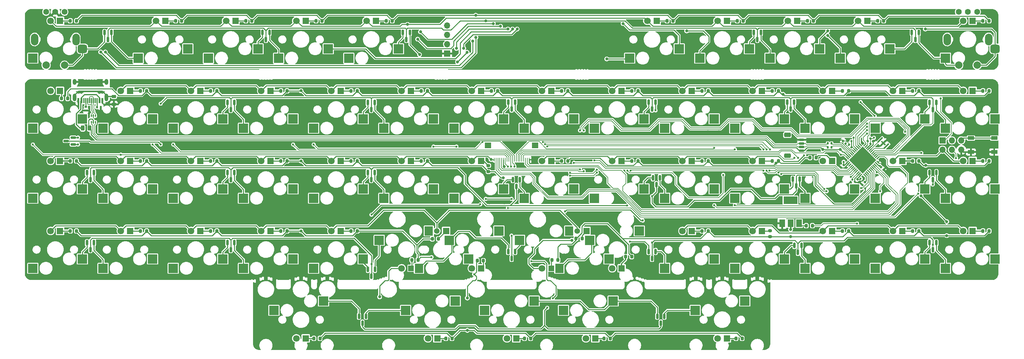
<source format=gbr>
%TF.GenerationSoftware,KiCad,Pcbnew,7.0.1-0*%
%TF.CreationDate,2023-07-02T14:27:38+03:00*%
%TF.ProjectId,30cent,33306365-6e74-42e6-9b69-6361645f7063,rev?*%
%TF.SameCoordinates,Original*%
%TF.FileFunction,Copper,L2,Bot*%
%TF.FilePolarity,Positive*%
%FSLAX46Y46*%
G04 Gerber Fmt 4.6, Leading zero omitted, Abs format (unit mm)*
G04 Created by KiCad (PCBNEW 7.0.1-0) date 2023-07-02 14:27:38*
%MOMM*%
%LPD*%
G01*
G04 APERTURE LIST*
G04 Aperture macros list*
%AMRoundRect*
0 Rectangle with rounded corners*
0 $1 Rounding radius*
0 $2 $3 $4 $5 $6 $7 $8 $9 X,Y pos of 4 corners*
0 Add a 4 corners polygon primitive as box body*
4,1,4,$2,$3,$4,$5,$6,$7,$8,$9,$2,$3,0*
0 Add four circle primitives for the rounded corners*
1,1,$1+$1,$2,$3*
1,1,$1+$1,$4,$5*
1,1,$1+$1,$6,$7*
1,1,$1+$1,$8,$9*
0 Add four rect primitives between the rounded corners*
20,1,$1+$1,$2,$3,$4,$5,0*
20,1,$1+$1,$4,$5,$6,$7,0*
20,1,$1+$1,$6,$7,$8,$9,0*
20,1,$1+$1,$8,$9,$2,$3,0*%
%AMRotRect*
0 Rectangle, with rotation*
0 The origin of the aperture is its center*
0 $1 length*
0 $2 width*
0 $3 Rotation angle, in degrees counterclockwise*
0 Add horizontal line*
21,1,$1,$2,0,0,$3*%
G04 Aperture macros list end*
%TA.AperFunction,ComponentPad*%
%ADD10R,1.800000X1.800000*%
%TD*%
%TA.AperFunction,ComponentPad*%
%ADD11C,1.800000*%
%TD*%
%TA.AperFunction,SMDPad,CuDef*%
%ADD12RoundRect,0.250000X-0.250000X-0.500000X0.250000X-0.500000X0.250000X0.500000X-0.250000X0.500000X0*%
%TD*%
%TA.AperFunction,ComponentPad*%
%ADD13R,1.700000X1.700000*%
%TD*%
%TA.AperFunction,ComponentPad*%
%ADD14O,1.700000X1.700000*%
%TD*%
%TA.AperFunction,ComponentPad*%
%ADD15C,1.500000*%
%TD*%
%TA.AperFunction,ComponentPad*%
%ADD16C,1.600000*%
%TD*%
%TA.AperFunction,ComponentPad*%
%ADD17O,2.000000X3.200000*%
%TD*%
%TA.AperFunction,ComponentPad*%
%ADD18C,2.000000*%
%TD*%
%TA.AperFunction,ComponentPad*%
%ADD19C,1.200000*%
%TD*%
%TA.AperFunction,SMDPad,CuDef*%
%ADD20R,2.550000X2.500000*%
%TD*%
%TA.AperFunction,SMDPad,CuDef*%
%ADD21RoundRect,0.150000X-0.150000X0.587500X-0.150000X-0.587500X0.150000X-0.587500X0.150000X0.587500X0*%
%TD*%
%TA.AperFunction,SMDPad,CuDef*%
%ADD22RoundRect,0.140000X-0.021213X0.219203X-0.219203X0.021213X0.021213X-0.219203X0.219203X-0.021213X0*%
%TD*%
%TA.AperFunction,SMDPad,CuDef*%
%ADD23RoundRect,0.200000X-0.200000X-0.275000X0.200000X-0.275000X0.200000X0.275000X-0.200000X0.275000X0*%
%TD*%
%TA.AperFunction,SMDPad,CuDef*%
%ADD24R,2.300000X2.500000*%
%TD*%
%TA.AperFunction,ComponentPad*%
%ADD25R,1.500000X1.500000*%
%TD*%
%TA.AperFunction,SMDPad,CuDef*%
%ADD26RoundRect,0.150000X0.587500X0.150000X-0.587500X0.150000X-0.587500X-0.150000X0.587500X-0.150000X0*%
%TD*%
%TA.AperFunction,SMDPad,CuDef*%
%ADD27RoundRect,0.200000X0.200000X0.275000X-0.200000X0.275000X-0.200000X-0.275000X0.200000X-0.275000X0*%
%TD*%
%TA.AperFunction,SMDPad,CuDef*%
%ADD28RoundRect,0.200000X-0.275000X0.200000X-0.275000X-0.200000X0.275000X-0.200000X0.275000X0.200000X0*%
%TD*%
%TA.AperFunction,SMDPad,CuDef*%
%ADD29RoundRect,0.140000X0.219203X0.021213X0.021213X0.219203X-0.219203X-0.021213X-0.021213X-0.219203X0*%
%TD*%
%TA.AperFunction,SMDPad,CuDef*%
%ADD30RoundRect,0.062500X-0.380070X0.291682X0.291682X-0.380070X0.380070X-0.291682X-0.291682X0.380070X0*%
%TD*%
%TA.AperFunction,SMDPad,CuDef*%
%ADD31RoundRect,0.062500X-0.380070X-0.291682X-0.291682X-0.380070X0.380070X0.291682X0.291682X0.380070X0*%
%TD*%
%TA.AperFunction,SMDPad,CuDef*%
%ADD32RotRect,5.200000X5.200000X315.000000*%
%TD*%
%TA.AperFunction,SMDPad,CuDef*%
%ADD33RoundRect,0.135000X-0.135000X-0.185000X0.135000X-0.185000X0.135000X0.185000X-0.135000X0.185000X0*%
%TD*%
%TA.AperFunction,SMDPad,CuDef*%
%ADD34RoundRect,0.575000X-0.700000X-0.575000X0.700000X-0.575000X0.700000X0.575000X-0.700000X0.575000X0*%
%TD*%
%TA.AperFunction,SMDPad,CuDef*%
%ADD35RoundRect,0.135000X0.185000X-0.135000X0.185000X0.135000X-0.185000X0.135000X-0.185000X-0.135000X0*%
%TD*%
%TA.AperFunction,SMDPad,CuDef*%
%ADD36R,1.500000X2.000000*%
%TD*%
%TA.AperFunction,SMDPad,CuDef*%
%ADD37R,3.800000X2.000000*%
%TD*%
%TA.AperFunction,SMDPad,CuDef*%
%ADD38RoundRect,0.135000X-0.035355X0.226274X-0.226274X0.035355X0.035355X-0.226274X0.226274X-0.035355X0*%
%TD*%
%TA.AperFunction,SMDPad,CuDef*%
%ADD39RoundRect,0.218750X0.381250X-0.218750X0.381250X0.218750X-0.381250X0.218750X-0.381250X-0.218750X0*%
%TD*%
%TA.AperFunction,SMDPad,CuDef*%
%ADD40R,1.700000X1.000000*%
%TD*%
%TA.AperFunction,SMDPad,CuDef*%
%ADD41RoundRect,0.243750X0.243750X0.456250X-0.243750X0.456250X-0.243750X-0.456250X0.243750X-0.456250X0*%
%TD*%
%TA.AperFunction,SMDPad,CuDef*%
%ADD42RoundRect,0.150000X0.625000X-0.150000X0.625000X0.150000X-0.625000X0.150000X-0.625000X-0.150000X0*%
%TD*%
%TA.AperFunction,SMDPad,CuDef*%
%ADD43RoundRect,0.250000X0.650000X-0.350000X0.650000X0.350000X-0.650000X0.350000X-0.650000X-0.350000X0*%
%TD*%
%TA.AperFunction,SMDPad,CuDef*%
%ADD44RoundRect,0.140000X-0.219203X-0.021213X-0.021213X-0.219203X0.219203X0.021213X0.021213X0.219203X0*%
%TD*%
%TA.AperFunction,SMDPad,CuDef*%
%ADD45R,0.250000X1.100000*%
%TD*%
%TA.AperFunction,SMDPad,CuDef*%
%ADD46R,1.700000X1.500000*%
%TD*%
%TA.AperFunction,SMDPad,CuDef*%
%ADD47RotRect,0.400000X1.900000X135.000000*%
%TD*%
%TA.AperFunction,SMDPad,CuDef*%
%ADD48R,0.375000X0.500000*%
%TD*%
%TA.AperFunction,SMDPad,CuDef*%
%ADD49R,0.300000X0.650000*%
%TD*%
%TA.AperFunction,SMDPad,CuDef*%
%ADD50RoundRect,0.140000X0.021213X-0.219203X0.219203X-0.021213X-0.021213X0.219203X-0.219203X0.021213X0*%
%TD*%
%TA.AperFunction,SMDPad,CuDef*%
%ADD51RoundRect,0.135000X0.135000X0.185000X-0.135000X0.185000X-0.135000X-0.185000X0.135000X-0.185000X0*%
%TD*%
%TA.AperFunction,SMDPad,CuDef*%
%ADD52R,0.600000X1.450000*%
%TD*%
%TA.AperFunction,SMDPad,CuDef*%
%ADD53R,0.300000X1.450000*%
%TD*%
%TA.AperFunction,ComponentPad*%
%ADD54O,1.000000X1.600000*%
%TD*%
%TA.AperFunction,ComponentPad*%
%ADD55O,1.000000X2.100000*%
%TD*%
%TA.AperFunction,ViaPad*%
%ADD56C,0.600000*%
%TD*%
%TA.AperFunction,ViaPad*%
%ADD57C,0.800000*%
%TD*%
%TA.AperFunction,Conductor*%
%ADD58C,0.250000*%
%TD*%
%TA.AperFunction,Conductor*%
%ADD59C,0.200000*%
%TD*%
%TA.AperFunction,Conductor*%
%ADD60C,0.400000*%
%TD*%
%TA.AperFunction,Conductor*%
%ADD61C,0.300000*%
%TD*%
G04 APERTURE END LIST*
D10*
%TO.P,D27,1,K*%
%TO.N,Net-(D27-K)*%
X102870000Y-64452500D03*
D11*
%TO.P,D27,2,A*%
%TO.N,+5V*%
X100330000Y-64452500D03*
%TD*%
D10*
%TO.P,D13,1,K*%
%TO.N,Net-(D13-K)*%
X102870000Y-45402500D03*
D11*
%TO.P,D13,2,A*%
%TO.N,+5V*%
X100330000Y-45402500D03*
%TD*%
D10*
%TO.P,D1,1,K*%
%TO.N,Net-(D1-K)*%
X26670000Y-26352500D03*
D11*
%TO.P,D1,2,A*%
%TO.N,/up_5V*%
X24130000Y-26352500D03*
%TD*%
D10*
%TO.P,D46,1,K*%
%TO.N,Net-(D46-K)*%
X198120000Y-83502500D03*
D11*
%TO.P,D46,2,A*%
%TO.N,+5V*%
X195580000Y-83502500D03*
%TD*%
D10*
%TO.P,D25,1,K*%
%TO.N,Net-(D25-K)*%
X64770000Y-64452500D03*
D11*
%TO.P,D25,2,A*%
%TO.N,+5V*%
X62230000Y-64452500D03*
%TD*%
D10*
%TO.P,D24,1,K*%
%TO.N,Net-(D24-K)*%
X45720000Y-64452500D03*
D11*
%TO.P,D24,2,A*%
%TO.N,+5V*%
X43180000Y-64452500D03*
%TD*%
D12*
%TO.P,REF\u002A\u002A,1*%
%TO.N,Earth*%
X201481250Y-96875100D03*
%TD*%
D10*
%TO.P,D20,1,K*%
%TO.N,Net-(D20-K)*%
X236220000Y-45402500D03*
D11*
%TO.P,D20,2,A*%
%TO.N,+5V*%
X233680000Y-45402500D03*
%TD*%
D12*
%TO.P,REF\u002A\u002A,1*%
%TO.N,Earth*%
X204125000Y-96875100D03*
%TD*%
%TO.P,REF\u002A\u002A,1*%
%TO.N,Earth*%
X215900000Y-96375100D03*
%TD*%
D10*
%TO.P,D47,1,K*%
%TO.N,Net-(D47-K)*%
X217170000Y-83502500D03*
D11*
%TO.P,D47,2,A*%
%TO.N,+5V*%
X214630000Y-83502500D03*
%TD*%
D10*
%TO.P,D31,1,K*%
%TO.N,Net-(D31-K)*%
X179070000Y-64452500D03*
D11*
%TO.P,D31,2,A*%
%TO.N,+5V*%
X176530000Y-64452500D03*
%TD*%
D10*
%TO.P,D26,1,K*%
%TO.N,Net-(D26-K)*%
X83820000Y-64452500D03*
D11*
%TO.P,D26,2,A*%
%TO.N,+5V*%
X81280000Y-64452500D03*
%TD*%
D10*
%TO.P,D14,1,K*%
%TO.N,Net-(D14-K)*%
X121920000Y-45402500D03*
D11*
%TO.P,D14,2,A*%
%TO.N,+5V*%
X119380000Y-45402500D03*
%TD*%
D10*
%TO.P,D3,1,K*%
%TO.N,Net-(D3-K)*%
X74295000Y-26352500D03*
D11*
%TO.P,D3,2,A*%
%TO.N,/up_5V*%
X71755000Y-26352500D03*
%TD*%
D10*
%TO.P,D23,1,K*%
%TO.N,Net-(D23-K)*%
X26670000Y-64452500D03*
D11*
%TO.P,D23,2,A*%
%TO.N,+5V*%
X24130000Y-64452500D03*
%TD*%
D10*
%TO.P,D7,1,K*%
%TO.N,Net-(D7-K)*%
X207645000Y-26352500D03*
D11*
%TO.P,D7,2,A*%
%TO.N,/up_5V*%
X205105000Y-26352500D03*
%TD*%
D12*
%TO.P,REF\u002A\u002A,1*%
%TO.N,Earth*%
X89825000Y-96875100D03*
%TD*%
%TO.P,REF\u002A\u002A,1*%
%TO.N,Earth*%
X199231250Y-96375100D03*
%TD*%
%TO.P,REF\u002A\u002A,1*%
%TO.N,Earth*%
X82550000Y-96375100D03*
%TD*%
D10*
%TO.P,D49,1,K*%
%TO.N,Net-(D49-K)*%
X255270000Y-83502500D03*
D11*
%TO.P,D49,2,A*%
%TO.N,+5V*%
X252730000Y-83502500D03*
%TD*%
D10*
%TO.P,D5,1,K*%
%TO.N,Net-(D5-K)*%
X112395000Y-26352500D03*
D11*
%TO.P,D5,2,A*%
%TO.N,/up_5V*%
X109855000Y-26352500D03*
%TD*%
D10*
%TO.P,D39,1,K*%
%TO.N,Net-(D39-K)*%
X64770000Y-83502500D03*
D11*
%TO.P,D39,2,A*%
%TO.N,+5V*%
X62230000Y-83502500D03*
%TD*%
D10*
%TO.P,D19,1,K*%
%TO.N,Net-(D19-K)*%
X217170000Y-45402500D03*
D11*
%TO.P,D19,2,A*%
%TO.N,+5V*%
X214630000Y-45402500D03*
%TD*%
D10*
%TO.P,D12,1,K*%
%TO.N,Net-(D12-K)*%
X83820000Y-45402500D03*
D11*
%TO.P,D12,2,A*%
%TO.N,+5V*%
X81280000Y-45402500D03*
%TD*%
D10*
%TO.P,D35,1,K*%
%TO.N,Net-(D35-K)*%
X255270000Y-64452500D03*
D11*
%TO.P,D35,2,A*%
%TO.N,+5V*%
X252730000Y-64452500D03*
%TD*%
D10*
%TO.P,D41,1,K*%
%TO.N,Net-(D41-K)*%
X102870000Y-83502500D03*
D11*
%TO.P,D41,2,A*%
%TO.N,+5V*%
X100330000Y-83502500D03*
%TD*%
D10*
%TO.P,D53,1,K*%
%TO.N,Net-(D53-K)*%
X26670000Y-45402500D03*
D11*
%TO.P,D53,2,A*%
%TO.N,+5V*%
X24130000Y-45402500D03*
%TD*%
D12*
%TO.P,REF\u002A\u002A,1*%
%TO.N,Earth*%
X196981250Y-96875100D03*
%TD*%
D13*
%TO.P,J5,1,Pin_1*%
%TO.N,/up_GND*%
X131725000Y-35242500D03*
D14*
%TO.P,J5,2,Pin_2*%
%TO.N,/up_5V*%
X131725000Y-32702500D03*
%TO.P,J5,3,Pin_3*%
%TO.N,/up_I2C_SCL*%
X131725000Y-30162500D03*
%TO.P,J5,4,Pin_4*%
%TO.N,/up_I2C_SDA*%
X131725000Y-27622500D03*
%TD*%
D10*
%TO.P,D52,1,K*%
%TO.N,Net-(D52-K)*%
X169545000Y-83502500D03*
D15*
%TO.P,D52,2,A*%
%TO.N,+5V*%
X167005000Y-83502500D03*
%TD*%
D10*
%TO.P,D28,1,K*%
%TO.N,Net-(D28-K)*%
X121920000Y-64452500D03*
D11*
%TO.P,D28,2,A*%
%TO.N,+5V*%
X119380000Y-64452500D03*
%TD*%
D16*
%TO.P,RE2,A,A*%
%TO.N,/up_RE2_A*%
X275550000Y-23932500D03*
%TO.P,RE2,B,B*%
%TO.N,/up_RE2_B*%
X270550000Y-23932500D03*
%TO.P,RE2,C,C*%
%TO.N,/up_GND*%
X273050000Y-23932500D03*
D17*
%TO.P,RE2,MP*%
%TO.N,N/C*%
X278650000Y-31432500D03*
X267450000Y-31432500D03*
D18*
%TO.P,RE2,S1,S1*%
%TO.N,/RE2_SW*%
X270550000Y-38432500D03*
%TO.P,RE2,S2,S2*%
%TO.N,/up_col13*%
X275550000Y-38432500D03*
%TD*%
D10*
%TO.P,D50,1,K*%
%TO.N,Net-(D50-K)*%
X274320000Y-83502500D03*
D11*
%TO.P,D50,2,A*%
%TO.N,+5V*%
X271780000Y-83502500D03*
%TD*%
D12*
%TO.P,REF\u002A\u002A,1*%
%TO.N,Earth*%
X96968750Y-96875100D03*
%TD*%
D10*
%TO.P,D9,1,K*%
%TO.N,Net-(D9-K)*%
X245745000Y-26352500D03*
D11*
%TO.P,D9,2,A*%
%TO.N,/up_5V*%
X243205000Y-26352500D03*
%TD*%
D10*
%TO.P,D22,1,K*%
%TO.N,Net-(D22-K)*%
X274320000Y-45402500D03*
D11*
%TO.P,D22,2,A*%
%TO.N,+5V*%
X271780000Y-45402500D03*
%TD*%
D12*
%TO.P,REF\u002A\u002A,1*%
%TO.N,Earth*%
X213650000Y-96875100D03*
%TD*%
D10*
%TO.P,D29,1,K*%
%TO.N,Net-(D29-K)*%
X140970000Y-64452500D03*
D11*
%TO.P,D29,2,A*%
%TO.N,+5V*%
X138430000Y-64452500D03*
%TD*%
D10*
%TO.P,D8,1,K*%
%TO.N,Net-(D8-K)*%
X226695000Y-26352500D03*
D11*
%TO.P,D8,2,A*%
%TO.N,/up_5V*%
X224155000Y-26352500D03*
%TD*%
D12*
%TO.P,REF\u002A\u002A,1*%
%TO.N,Earth*%
X84800000Y-96875100D03*
%TD*%
D10*
%TO.P,D18,1,K*%
%TO.N,Net-(D18-K)*%
X198120000Y-45402500D03*
D11*
%TO.P,D18,2,A*%
%TO.N,+5V*%
X195580000Y-45402500D03*
%TD*%
D12*
%TO.P,REF\u002A\u002A,1*%
%TO.N,Earth*%
X218150000Y-96875100D03*
%TD*%
%TO.P,REF\u002A\u002A,1*%
%TO.N,Earth*%
X208625000Y-96875100D03*
%TD*%
D10*
%TO.P,D54,1,K*%
%TO.N,Net-(D54-K)*%
X45720000Y-45402500D03*
D11*
%TO.P,D54,2,A*%
%TO.N,+5V*%
X43180000Y-45402500D03*
%TD*%
D10*
%TO.P,D33,1,K*%
%TO.N,Net-(D33-K)*%
X217170000Y-64452500D03*
D11*
%TO.P,D33,2,A*%
%TO.N,+5V*%
X214630000Y-64452500D03*
%TD*%
D10*
%TO.P,D17,1,K*%
%TO.N,Net-(D17-K)*%
X179070000Y-45402500D03*
D11*
%TO.P,D17,2,A*%
%TO.N,+5V*%
X176530000Y-45402500D03*
%TD*%
D10*
%TO.P,D11,1,K*%
%TO.N,Net-(D11-K)*%
X64770000Y-45402500D03*
D11*
%TO.P,D11,2,A*%
%TO.N,+5V*%
X62230000Y-45402500D03*
%TD*%
D10*
%TO.P,D36,1,K*%
%TO.N,Net-(D36-K)*%
X274320000Y-64452500D03*
D11*
%TO.P,D36,2,A*%
%TO.N,+5V*%
X271780000Y-64452500D03*
%TD*%
D12*
%TO.P,REF\u002A\u002A,1*%
%TO.N,Earth*%
X206375000Y-96375100D03*
%TD*%
D10*
%TO.P,D21,1,K*%
%TO.N,Net-(D21-K)*%
X255270000Y-45402500D03*
D11*
%TO.P,D21,2,A*%
%TO.N,+5V*%
X252730000Y-45402500D03*
%TD*%
D12*
%TO.P,REF\u002A\u002A,1*%
%TO.N,Earth*%
X101468750Y-96875100D03*
%TD*%
D10*
%TO.P,D51,1,K*%
%TO.N,Net-(D51-K)*%
X131445000Y-83502500D03*
D15*
%TO.P,D51,2,A*%
%TO.N,+5V*%
X128905000Y-83502500D03*
%TD*%
D10*
%TO.P,D6,1,K*%
%TO.N,Net-(D6-K)*%
X188595000Y-26352500D03*
D11*
%TO.P,D6,2,A*%
%TO.N,/up_5V*%
X186055000Y-26352500D03*
%TD*%
D10*
%TO.P,D10,1,K*%
%TO.N,Net-(D10-K)*%
X274320000Y-26352500D03*
D11*
%TO.P,D10,2,A*%
%TO.N,/up_5V*%
X271780000Y-26352500D03*
%TD*%
D12*
%TO.P,REF\u002A\u002A,1*%
%TO.N,Earth*%
X94325000Y-96875100D03*
%TD*%
%TO.P,REF\u002A\u002A,1*%
%TO.N,Earth*%
X80300000Y-96875100D03*
%TD*%
D10*
%TO.P,D38,1,K*%
%TO.N,Net-(D38-K)*%
X45720000Y-83502500D03*
D11*
%TO.P,D38,2,A*%
%TO.N,+5V*%
X43180000Y-83502500D03*
%TD*%
D10*
%TO.P,D48,1,K*%
%TO.N,Net-(D48-K)*%
X236220000Y-83502500D03*
D11*
%TO.P,D48,2,A*%
%TO.N,+5V*%
X233680000Y-83502500D03*
%TD*%
D12*
%TO.P,REF\u002A\u002A,1*%
%TO.N,Earth*%
X99218750Y-96375100D03*
%TD*%
D10*
%TO.P,D40,1,K*%
%TO.N,Net-(D40-K)*%
X83820000Y-83502500D03*
D11*
%TO.P,D40,2,A*%
%TO.N,+5V*%
X81280000Y-83502500D03*
%TD*%
D10*
%TO.P,D32,1,K*%
%TO.N,Net-(D32-K)*%
X198120000Y-64452500D03*
D11*
%TO.P,D32,2,A*%
%TO.N,+5V*%
X195580000Y-64452500D03*
%TD*%
D10*
%TO.P,D15,1,K*%
%TO.N,Net-(D15-K)*%
X140970000Y-45402500D03*
D11*
%TO.P,D15,2,A*%
%TO.N,+5V*%
X138430000Y-45402500D03*
%TD*%
D10*
%TO.P,D16,1,K*%
%TO.N,Net-(D16-K)*%
X160020000Y-45402500D03*
D11*
%TO.P,D16,2,A*%
%TO.N,+5V*%
X157480000Y-45402500D03*
%TD*%
D10*
%TO.P,D30,1,K*%
%TO.N,Net-(D30-K)*%
X160020000Y-64452500D03*
D11*
%TO.P,D30,2,A*%
%TO.N,+5V*%
X157480000Y-64452500D03*
%TD*%
D10*
%TO.P,D2,1,K*%
%TO.N,Net-(D2-K)*%
X55245000Y-26352500D03*
D11*
%TO.P,D2,2,A*%
%TO.N,/up_5V*%
X52705000Y-26352500D03*
%TD*%
D12*
%TO.P,REF\u002A\u002A,1*%
%TO.N,Earth*%
X92075000Y-96375100D03*
%TD*%
D10*
%TO.P,D37,1,K*%
%TO.N,Net-(D37-K)*%
X26670000Y-83502500D03*
D11*
%TO.P,D37,2,A*%
%TO.N,+5V*%
X24130000Y-83502500D03*
%TD*%
D16*
%TO.P,RE1,A,A*%
%TO.N,/up_RE1_A*%
X27900000Y-23932500D03*
%TO.P,RE1,B,B*%
%TO.N,/up_RE1_B*%
X22900000Y-23932500D03*
%TO.P,RE1,C,C*%
%TO.N,/up_GND*%
X25400000Y-23932500D03*
D17*
%TO.P,RE1,MP*%
%TO.N,N/C*%
X31000000Y-31432500D03*
X19800000Y-31432500D03*
D18*
%TO.P,RE1,S1,S1*%
%TO.N,/up_col0*%
X22900000Y-38432500D03*
%TO.P,RE1,S2,S2*%
%TO.N,/RE1_SW*%
X27900000Y-38432500D03*
%TD*%
D10*
%TO.P,D4,1,K*%
%TO.N,Net-(D4-K)*%
X93345000Y-26352500D03*
D11*
%TO.P,D4,2,A*%
%TO.N,/up_5V*%
X90805000Y-26352500D03*
%TD*%
D10*
%TO.P,D34,1,K*%
%TO.N,Net-(D34-K)*%
X236220000Y-64452500D03*
D11*
%TO.P,D34,2,A*%
%TO.N,+5V*%
X233680000Y-64452500D03*
%TD*%
D19*
%TO.P,K13,1,1*%
%TO.N,Net-(K13-Pad1)*%
X70860000Y-53022500D03*
D20*
X70860000Y-53022500D03*
D19*
%TO.P,K13,2,2*%
%TO.N,/col2*%
X57410000Y-55562500D03*
D20*
X57410000Y-55562500D03*
%TD*%
D21*
%TO.P,KD3,1,A*%
%TO.N,Net-(K5-Pad1)*%
X119700000Y-29557500D03*
%TO.P,KD3,2,A*%
%TO.N,Net-(K6-Pad2)*%
X121600000Y-29557500D03*
%TO.P,KD3,3,K*%
%TO.N,/up_row0*%
X120650000Y-31432500D03*
%TD*%
%TO.P,KD21,1,A*%
%TO.N,Net-(K41-Pad1)*%
X72075000Y-86707500D03*
%TO.P,KD21,2,A*%
%TO.N,Net-(K42-Pad2)*%
X73975000Y-86707500D03*
%TO.P,KD21,3,K*%
%TO.N,/MOSI*%
X73025000Y-88582500D03*
%TD*%
D22*
%TO.P,C4,1*%
%TO.N,+5V*%
X243056411Y-69438089D03*
%TO.P,C4,2*%
%TO.N,Earth*%
X242377589Y-70116911D03*
%TD*%
D19*
%TO.P,K11,1,1*%
%TO.N,Net-(K11-Pad1)*%
X32760000Y-53022500D03*
D20*
X32760000Y-53022500D03*
D19*
%TO.P,K11,2,2*%
%TO.N,/MISO*%
X19310000Y-55562500D03*
D20*
X19310000Y-55562500D03*
%TD*%
D21*
%TO.P,KD1,1,A*%
%TO.N,/RE1_SW*%
X38737500Y-29557500D03*
%TO.P,KD1,2,A*%
%TO.N,Net-(K2-Pad2)*%
X40637500Y-29557500D03*
%TO.P,KD1,3,K*%
%TO.N,/up_row0*%
X39687500Y-31432500D03*
%TD*%
D23*
%TO.P,R23,1*%
%TO.N,Net-(D18-K)*%
X200915000Y-45402500D03*
%TO.P,R23,2*%
%TO.N,/LED_GND*%
X202565000Y-45402500D03*
%TD*%
D19*
%TO.P,K27,1,1*%
%TO.N,Net-(K27-Pad1)*%
X70860000Y-72072500D03*
D20*
X70860000Y-72072500D03*
D19*
%TO.P,K27,2,2*%
%TO.N,/col2*%
X57410000Y-74612500D03*
D20*
X57410000Y-74612500D03*
%TD*%
D19*
%TO.P,K5,1,1*%
%TO.N,Net-(K5-Pad1)*%
X118485000Y-33972500D03*
D20*
X118485000Y-33972500D03*
D19*
%TO.P,K5,2,2*%
%TO.N,/up_col4*%
X105035000Y-36512500D03*
D20*
X105035000Y-36512500D03*
%TD*%
D19*
%TO.P,K45A1,1,1*%
%TO.N,/col6*%
X137535000Y-91122500D03*
D20*
X137535000Y-91122500D03*
D19*
%TO.P,K45A1,2,2*%
%TO.N,Net-(K45-Pad1)*%
X124085000Y-93662500D03*
D24*
X124085000Y-93662500D03*
%TD*%
D23*
%TO.P,R15,1*%
%TO.N,Net-(D10-K)*%
X277115000Y-26352500D03*
%TO.P,R15,2*%
%TO.N,/up_LED_GND*%
X278765000Y-26352500D03*
%TD*%
D21*
%TO.P,KD12,1,A*%
%TO.N,Net-(K23-Pad1)*%
X262575000Y-48607500D03*
%TO.P,KD12,2,A*%
%TO.N,Net-(K24-Pad2)*%
X264475000Y-48607500D03*
%TO.P,KD12,3,K*%
%TO.N,/row1*%
X263525000Y-50482500D03*
%TD*%
%TO.P,KD7,1,A*%
%TO.N,Net-(K13-Pad1)*%
X72075000Y-48607500D03*
%TO.P,KD7,2,A*%
%TO.N,Net-(K14-Pad2)*%
X73975000Y-48607500D03*
%TO.P,KD7,3,K*%
%TO.N,/row1*%
X73025000Y-50482500D03*
%TD*%
D19*
%TO.P,K42,1,1*%
%TO.N,/col3*%
X89910000Y-91122500D03*
D20*
X89910000Y-91122500D03*
D19*
%TO.P,K42,2,2*%
%TO.N,Net-(K42-Pad2)*%
X76460000Y-93662500D03*
D20*
X76460000Y-93662500D03*
%TD*%
D23*
%TO.P,R42,1*%
%TO.N,Net-(D36-K)*%
X277115000Y-64452500D03*
%TO.P,R42,2*%
%TO.N,/LED_GND*%
X278765000Y-64452500D03*
%TD*%
%TO.P,R37,1*%
%TO.N,Net-(D31-K)*%
X181865000Y-64452500D03*
%TO.P,R37,2*%
%TO.N,/LED_GND*%
X183515000Y-64452500D03*
%TD*%
D25*
%TO.P,D42,1,K*%
%TO.N,Net-(D42-K)*%
X121920000Y-93662500D03*
D11*
%TO.P,D42,2,A*%
%TO.N,+5V*%
X119380000Y-93662500D03*
%TD*%
D21*
%TO.P,KD28,1,A*%
%TO.N,Net-(K55-Pad2)*%
X188756250Y-106695000D03*
%TO.P,KD28,2,A*%
%TO.N,Net-(K56-Pad1)*%
X190656250Y-106695000D03*
%TO.P,KD28,3,K*%
%TO.N,/row0*%
X189706250Y-108570000D03*
%TD*%
D23*
%TO.P,R43,1*%
%TO.N,Net-(D37-K)*%
X29465000Y-83502500D03*
%TO.P,R43,2*%
%TO.N,/LED_GND*%
X31115000Y-83502500D03*
%TD*%
D26*
%TO.P,KD6,1,A*%
%TO.N,Net-(K11-Pad1)*%
X30237500Y-58107500D03*
%TO.P,KD6,2,A*%
%TO.N,Net-(K12-Pad2)*%
X30237500Y-60007500D03*
%TO.P,KD6,3,K*%
%TO.N,/row1*%
X28362500Y-59057500D03*
%TD*%
D27*
%TO.P,R57,1*%
%TO.N,Net-(D51-K)*%
X129349000Y-85661500D03*
%TO.P,R57,2*%
%TO.N,/LED_GND*%
X127699000Y-85661500D03*
%TD*%
D23*
%TO.P,R63,1*%
%TO.N,Net-(D57-K)*%
X152718000Y-112712500D03*
%TO.P,R63,2*%
%TO.N,/LED_GND*%
X154368000Y-112712500D03*
%TD*%
D21*
%TO.P,KD13,1,A*%
%TO.N,Net-(K25-Pad1)*%
X33975000Y-67657500D03*
%TO.P,KD13,2,A*%
%TO.N,Net-(K26-Pad2)*%
X35875000Y-67657500D03*
%TO.P,KD13,3,K*%
%TO.N,/row2*%
X34925000Y-69532500D03*
%TD*%
D19*
%TO.P,K14,1,1*%
%TO.N,/col3*%
X89910000Y-53022500D03*
D20*
X89910000Y-53022500D03*
D19*
%TO.P,K14,2,2*%
%TO.N,Net-(K14-Pad2)*%
X76460000Y-55562500D03*
D20*
X76460000Y-55562500D03*
%TD*%
D21*
%TO.P,KD4,1,A*%
%TO.N,Net-(K7-Pad1)*%
X214950000Y-29557500D03*
%TO.P,KD4,2,A*%
%TO.N,Net-(K8-Pad2)*%
X216850000Y-29557500D03*
%TO.P,KD4,3,K*%
%TO.N,/up_row0*%
X215900000Y-31432500D03*
%TD*%
D23*
%TO.P,R31,1*%
%TO.N,Net-(D25-K)*%
X67565000Y-64452500D03*
%TO.P,R31,2*%
%TO.N,/LED_GND*%
X69215000Y-64452500D03*
%TD*%
D21*
%TO.P,KD2,1,A*%
%TO.N,Net-(K3-Pad1)*%
X81600000Y-29557500D03*
%TO.P,KD2,2,A*%
%TO.N,Net-(K4-Pad2)*%
X83500000Y-29557500D03*
%TO.P,KD2,3,K*%
%TO.N,/up_row0*%
X82550000Y-31432500D03*
%TD*%
D19*
%TO.P,K25,1,1*%
%TO.N,Net-(K25-Pad1)*%
X32760000Y-72072500D03*
D20*
X32760000Y-72072500D03*
D19*
%TO.P,K25,2,2*%
%TO.N,/MISO*%
X19310000Y-74612500D03*
D20*
X19310000Y-74612500D03*
%TD*%
D28*
%TO.P,R35,1*%
%TO.N,Net-(D29-K)*%
X142925000Y-65732500D03*
%TO.P,R35,2*%
%TO.N,/LED_GND*%
X142925000Y-67382500D03*
%TD*%
D19*
%TO.P,K36,1,1*%
%TO.N,/col11*%
X242310000Y-72072500D03*
D20*
X242310000Y-72072500D03*
D19*
%TO.P,K36,2,2*%
%TO.N,Net-(K36-Pad2)*%
X228860000Y-74612500D03*
D20*
X228860000Y-74612500D03*
%TD*%
D23*
%TO.P,R55,1*%
%TO.N,Net-(D49-K)*%
X258065000Y-83502500D03*
%TO.P,R55,2*%
%TO.N,/LED_GND*%
X259715000Y-83502500D03*
%TD*%
D19*
%TO.P,K32,1,1*%
%TO.N,/col7*%
X166110000Y-72072500D03*
D20*
X166110000Y-72072500D03*
D19*
%TO.P,K32,2,2*%
%TO.N,Net-(K32-Pad2)*%
X152660000Y-74612500D03*
D20*
X152660000Y-74612500D03*
%TD*%
D23*
%TO.P,R28,1*%
%TO.N,Net-(D23-K)*%
X29465000Y-64452500D03*
%TO.P,R28,2*%
%TO.N,/LED_GND*%
X31115000Y-64452500D03*
%TD*%
D13*
%TO.P,ISP1,1,Pin_1*%
%TO.N,/MISO*%
X266150000Y-58882500D03*
D14*
%TO.P,ISP1,2,Pin_2*%
%TO.N,+5V*%
X266150000Y-61422500D03*
%TO.P,ISP1,3,Pin_3*%
%TO.N,/SCL*%
X268690000Y-58882500D03*
%TO.P,ISP1,4,Pin_4*%
%TO.N,/MOSI*%
X268690000Y-61422500D03*
%TO.P,ISP1,5,Pin_5*%
%TO.N,/RES*%
X271230000Y-58882500D03*
%TO.P,ISP1,6,Pin_6*%
%TO.N,Earth*%
X271230000Y-61422500D03*
%TD*%
D19*
%TO.P,K15,1,1*%
%TO.N,Net-(K15-Pad1)*%
X108960000Y-53022500D03*
D20*
X108960000Y-53022500D03*
D19*
%TO.P,K15,2,2*%
%TO.N,/col4*%
X95510000Y-55562500D03*
D20*
X95510000Y-55562500D03*
%TD*%
D29*
%TO.P,C6,1*%
%TO.N,Net-(U1-UCAP)*%
X239834411Y-59726911D03*
%TO.P,C6,2*%
%TO.N,Earth*%
X239155589Y-59048089D03*
%TD*%
D19*
%TO.P,K21,1,1*%
%TO.N,Net-(K21-Pad1)*%
X223260000Y-53022500D03*
D20*
X223260000Y-53022500D03*
D19*
%TO.P,K21,2,2*%
%TO.N,/col10*%
X209810000Y-55562500D03*
D20*
X209810000Y-55562500D03*
%TD*%
D21*
%TO.P,KD24,1,A*%
%TO.N,Net-(K47-Pad1)*%
X186375000Y-89088750D03*
%TO.P,KD24,2,A*%
%TO.N,Net-(K48-Pad2)*%
X188275000Y-89088750D03*
%TO.P,KD24,3,K*%
%TO.N,/MOSI*%
X187325000Y-90963750D03*
%TD*%
D19*
%TO.P,K44,1,1*%
%TO.N,Net-(K44-Pad1)*%
X113290000Y-86042500D03*
D20*
X113290000Y-86042500D03*
D19*
%TO.P,K44,2,2*%
%TO.N,/col5*%
X126740000Y-83502500D03*
D24*
X126740000Y-83502500D03*
%TD*%
D23*
%TO.P,R62,1*%
%TO.N,Net-(D56-K)*%
X131382000Y-112712500D03*
%TO.P,R62,2*%
%TO.N,/LED_GND*%
X133032000Y-112712500D03*
%TD*%
D19*
%TO.P,K7,1,1*%
%TO.N,Net-(K7-Pad1)*%
X213735000Y-33972500D03*
D20*
X213735000Y-33972500D03*
D19*
%TO.P,K7,2,2*%
%TO.N,/up_col10*%
X200285000Y-36512500D03*
D20*
X200285000Y-36512500D03*
%TD*%
D23*
%TO.P,R25,1*%
%TO.N,Net-(D20-K)*%
X239015000Y-45402500D03*
%TO.P,R25,2*%
%TO.N,/LED_GND*%
X240665000Y-45402500D03*
%TD*%
D19*
%TO.P,K19,1,1*%
%TO.N,Net-(K19-Pad1)*%
X185160000Y-53022500D03*
D20*
X185160000Y-53022500D03*
D19*
%TO.P,K19,2,2*%
%TO.N,/col8*%
X171710000Y-55562500D03*
D20*
X171710000Y-55562500D03*
%TD*%
D19*
%TO.P,K40,1,1*%
%TO.N,/SCL*%
X51810000Y-91122500D03*
D20*
X51810000Y-91122500D03*
D19*
%TO.P,K40,2,2*%
%TO.N,Net-(K40-Pad2)*%
X38360000Y-93662500D03*
D20*
X38360000Y-93662500D03*
%TD*%
D19*
%TO.P,K29,1,1*%
%TO.N,Net-(K29-Pad1)*%
X108960000Y-72072500D03*
D20*
X108960000Y-72072500D03*
D19*
%TO.P,K29,2,2*%
%TO.N,/col4*%
X95510000Y-74612500D03*
D20*
X95510000Y-74612500D03*
%TD*%
D19*
%TO.P,K48,1,1*%
%TO.N,/col9*%
X204210000Y-91122500D03*
D20*
X204210000Y-91122500D03*
D19*
%TO.P,K48,2,2*%
%TO.N,Net-(K48-Pad2)*%
X190760000Y-93662500D03*
D20*
X190760000Y-93662500D03*
%TD*%
D19*
%TO.P,K52,1,1*%
%TO.N,/col13*%
X280410000Y-91122500D03*
D20*
X280410000Y-91122500D03*
D19*
%TO.P,K52,2,2*%
%TO.N,Net-(K52-Pad2)*%
X266960000Y-93662500D03*
D20*
X266960000Y-93662500D03*
%TD*%
D23*
%TO.P,R44,1*%
%TO.N,Net-(D38-K)*%
X48515000Y-83502500D03*
%TO.P,R44,2*%
%TO.N,/LED_GND*%
X50165000Y-83502500D03*
%TD*%
D19*
%TO.P,K45,1,1*%
%TO.N,Net-(K45-Pad1)*%
X132340000Y-86042500D03*
D20*
X132340000Y-86042500D03*
D19*
%TO.P,K45,2,2*%
%TO.N,/col6*%
X145790000Y-83502500D03*
D20*
X145790000Y-83502500D03*
%TD*%
D27*
%TO.P,R49,1*%
%TO.N,Net-(D43-K)*%
X141550000Y-91607500D03*
%TO.P,R49,2*%
%TO.N,/LED_GND*%
X139900000Y-91607500D03*
%TD*%
D23*
%TO.P,R56,1*%
%TO.N,Net-(D50-K)*%
X277115000Y-83502500D03*
%TO.P,R56,2*%
%TO.N,/LED_GND*%
X278765000Y-83502500D03*
%TD*%
D30*
%TO.P,U1,1,PE6*%
%TO.N,/col11*%
X240347264Y-63657137D03*
%TO.P,U1,2,UVCC*%
%TO.N,+5V*%
X240700818Y-63303584D03*
%TO.P,U1,3,D-*%
%TO.N,Net-(U1-D-)*%
X241054371Y-62950030D03*
%TO.P,U1,4,D+*%
%TO.N,Net-(U1-D+)*%
X241407924Y-62596477D03*
%TO.P,U1,5,UGND*%
%TO.N,Earth*%
X241761478Y-62242924D03*
%TO.P,U1,6,UCAP*%
%TO.N,Net-(U1-UCAP)*%
X242115031Y-61889370D03*
%TO.P,U1,7,VBUS*%
%TO.N,+5V*%
X242468585Y-61535817D03*
%TO.P,U1,8,PB0*%
%TO.N,/col2*%
X242822138Y-61182263D03*
%TO.P,U1,9,PB1*%
%TO.N,/SCL*%
X243175691Y-60828710D03*
%TO.P,U1,10,PB2*%
%TO.N,/MOSI*%
X243529245Y-60475157D03*
%TO.P,U1,11,PB3*%
%TO.N,/MISO*%
X243882798Y-60121603D03*
D31*
%TO.P,U1,12,PB7*%
%TO.N,/col13*%
X245067202Y-60121603D03*
%TO.P,U1,13,~{RESET}*%
%TO.N,/RES*%
X245420755Y-60475157D03*
%TO.P,U1,14,VCC*%
%TO.N,+5V*%
X245774309Y-60828710D03*
%TO.P,U1,15,GND*%
%TO.N,Earth*%
X246127862Y-61182263D03*
%TO.P,U1,16,XTAL2*%
%TO.N,Net-(U1-XTAL2)*%
X246481415Y-61535817D03*
%TO.P,U1,17,XTAL1*%
%TO.N,Net-(U1-XTAL1)*%
X246834969Y-61889370D03*
%TO.P,U1,18,PD0*%
%TO.N,/I2C_SCL*%
X247188522Y-62242924D03*
%TO.P,U1,19,PD1*%
%TO.N,/I2C_SDA*%
X247542076Y-62596477D03*
%TO.P,U1,20,PD2*%
%TO.N,/row1*%
X247895629Y-62950030D03*
%TO.P,U1,21,PD3*%
%TO.N,/row0*%
X248249182Y-63303584D03*
%TO.P,U1,22,PD5*%
%TO.N,/RE1_A*%
X248602736Y-63657137D03*
D30*
%TO.P,U1,23,GND*%
%TO.N,Earth*%
X248602736Y-64841541D03*
%TO.P,U1,24,AVCC*%
%TO.N,+5V*%
X248249182Y-65195094D03*
%TO.P,U1,25,PD4*%
%TO.N,/RE1_B*%
X247895629Y-65548648D03*
%TO.P,U1,26,PD6*%
%TO.N,/RE2_B*%
X247542076Y-65902201D03*
%TO.P,U1,27,PD7*%
%TO.N,/col12*%
X247188522Y-66255754D03*
%TO.P,U1,28,PB4*%
%TO.N,/RE2_A*%
X246834969Y-66609308D03*
%TO.P,U1,29,PB5*%
%TO.N,/col9*%
X246481415Y-66962861D03*
%TO.P,U1,30,PB6*%
%TO.N,/col10*%
X246127862Y-67316415D03*
%TO.P,U1,31,PC6*%
%TO.N,/row2*%
X245774309Y-67669968D03*
%TO.P,U1,32,PC7*%
%TO.N,/LED_PWM*%
X245420755Y-68023521D03*
%TO.P,U1,33,~{HWB}/PE2*%
%TO.N,Net-(U1-~{HWB}{slash}PE2)*%
X245067202Y-68377075D03*
D31*
%TO.P,U1,34,VCC*%
%TO.N,+5V*%
X243882798Y-68377075D03*
%TO.P,U1,35,GND*%
%TO.N,Earth*%
X243529245Y-68023521D03*
%TO.P,U1,36,PF7*%
%TO.N,/col3*%
X243175691Y-67669968D03*
%TO.P,U1,37,PF6*%
%TO.N,/col4*%
X242822138Y-67316415D03*
%TO.P,U1,38,PF5*%
%TO.N,/col5*%
X242468585Y-66962861D03*
%TO.P,U1,39,PF4*%
%TO.N,/col6*%
X242115031Y-66609308D03*
%TO.P,U1,40,PF1*%
%TO.N,/col7*%
X241761478Y-66255754D03*
%TO.P,U1,41,PF0*%
%TO.N,/col8*%
X241407924Y-65902201D03*
%TO.P,U1,42,AREF*%
%TO.N,unconnected-(U1-AREF-Pad42)*%
X241054371Y-65548648D03*
%TO.P,U1,43,GND*%
%TO.N,Earth*%
X240700818Y-65195094D03*
%TO.P,U1,44,AVCC*%
%TO.N,+5V*%
X240347264Y-64841541D03*
D32*
%TO.P,U1,45,GND*%
%TO.N,Earth*%
X244475000Y-64249339D03*
%TD*%
D23*
%TO.P,R52,1*%
%TO.N,Net-(D46-K)*%
X200915000Y-83502500D03*
%TO.P,R52,2*%
%TO.N,/LED_GND*%
X202565000Y-83502500D03*
%TD*%
D27*
%TO.P,R66,1*%
%TO.N,/LED_PWM*%
X230825000Y-82082500D03*
%TO.P,R66,2*%
%TO.N,Net-(Q1-B)*%
X229175000Y-82082500D03*
%TD*%
D33*
%TO.P,R2,1*%
%TO.N,Net-(J1-CC2)*%
X36675000Y-49827500D03*
%TO.P,R2,2*%
%TO.N,Earth*%
X37695000Y-49827500D03*
%TD*%
D19*
%TO.P,K12,1,1*%
%TO.N,/SCL*%
X51810000Y-53022500D03*
D20*
X51810000Y-53022500D03*
D19*
%TO.P,K12,2,2*%
%TO.N,Net-(K12-Pad2)*%
X38360000Y-55562500D03*
D20*
X38360000Y-55562500D03*
%TD*%
D19*
%TO.P,K10,1,1*%
%TO.N,/up_col13*%
X280410000Y-33972500D03*
D34*
X280410000Y-33972500D03*
D19*
%TO.P,K10,2,2*%
%TO.N,/RE2_SW*%
X266960000Y-36512500D03*
D20*
X266960000Y-36512500D03*
%TD*%
D28*
%TO.P,R53,1*%
%TO.N,Net-(D47-K)*%
X219329000Y-83440000D03*
%TO.P,R53,2*%
%TO.N,/LED_GND*%
X219329000Y-85090000D03*
%TD*%
D21*
%TO.P,KD19,1,A*%
%TO.N,Net-(K37-Pad1)*%
X262575000Y-67657500D03*
%TO.P,KD19,2,A*%
%TO.N,Net-(K38-Pad2)*%
X264475000Y-67657500D03*
%TO.P,KD19,3,K*%
%TO.N,/row2*%
X263525000Y-69532500D03*
%TD*%
D29*
%TO.P,C1,1*%
%TO.N,+5V*%
X241414411Y-60736911D03*
%TO.P,C1,2*%
%TO.N,Earth*%
X240735589Y-60058089D03*
%TD*%
D35*
%TO.P,R1,1*%
%TO.N,Earth*%
X33675000Y-50777500D03*
%TO.P,R1,2*%
%TO.N,Net-(J1-CC1)*%
X33675000Y-49757500D03*
%TD*%
D10*
%TO.P,D57,1,K*%
%TO.N,Net-(D57-K)*%
X150495000Y-112712500D03*
D11*
%TO.P,D57,2,A*%
%TO.N,+5V*%
X147955000Y-112712500D03*
%TD*%
D21*
%TO.P,KD11,1,A*%
%TO.N,Net-(K21-Pad1)*%
X223967000Y-48465500D03*
%TO.P,KD11,2,A*%
%TO.N,Net-(K22-Pad2)*%
X225867000Y-48465500D03*
%TO.P,KD11,3,K*%
%TO.N,/row1*%
X224917000Y-50340500D03*
%TD*%
D36*
%TO.P,Q1,1,B*%
%TO.N,Net-(Q1-B)*%
X227217000Y-81450000D03*
%TO.P,Q1,2,C*%
%TO.N,/LED_GND*%
X224917000Y-81450000D03*
D37*
X224917000Y-75150000D03*
D36*
%TO.P,Q1,3,E*%
%TO.N,Earth*%
X222617000Y-81450000D03*
%TD*%
D38*
%TO.P,R3,1*%
%TO.N,+5V*%
X246585624Y-58346876D03*
%TO.P,R3,2*%
%TO.N,/RES*%
X245864376Y-59068124D03*
%TD*%
D39*
%TO.P,FB1,1*%
%TO.N,Earth*%
X41300400Y-49055800D03*
%TO.P,FB1,2*%
%TO.N,Net-(J1-SHIELD)*%
X41300400Y-46930800D03*
%TD*%
D19*
%TO.P,K55,1,1*%
%TO.N,/col7*%
X163296250Y-105092500D03*
D20*
X163296250Y-105092500D03*
D19*
%TO.P,K55,2,2*%
%TO.N,Net-(K55-Pad2)*%
X176746250Y-102552500D03*
D20*
X176746250Y-102552500D03*
%TD*%
D21*
%TO.P,KD5,1,A*%
%TO.N,Net-(K9-Pad1)*%
X257812500Y-29557500D03*
%TO.P,KD5,2,A*%
%TO.N,/RE2_SW*%
X259712500Y-29557500D03*
%TO.P,KD5,3,K*%
%TO.N,/up_row0*%
X258762500Y-31432500D03*
%TD*%
D40*
%TO.P,SW1,1,1*%
%TO.N,Earth*%
X273875000Y-62057500D03*
X280175000Y-62057500D03*
%TO.P,SW1,2,2*%
%TO.N,/RES*%
X273875000Y-58257500D03*
X280175000Y-58257500D03*
%TD*%
D19*
%TO.P,K37,1,1*%
%TO.N,Net-(K37-Pad1)*%
X261360000Y-72072500D03*
D20*
X261360000Y-72072500D03*
D19*
%TO.P,K37,2,2*%
%TO.N,/col12*%
X247910000Y-74612500D03*
D20*
X247910000Y-74612500D03*
%TD*%
D21*
%TO.P,KD16,1,A*%
%TO.N,Net-(K31-Pad1)*%
X149550000Y-69545000D03*
%TO.P,KD16,2,A*%
%TO.N,Net-(K32-Pad2)*%
X151450000Y-69545000D03*
%TO.P,KD16,3,K*%
%TO.N,/row2*%
X150500000Y-71420000D03*
%TD*%
D23*
%TO.P,R9,1*%
%TO.N,Net-(D4-K)*%
X96140000Y-26352500D03*
%TO.P,R9,2*%
%TO.N,/up_LED_GND*%
X97790000Y-26352500D03*
%TD*%
D19*
%TO.P,K51,1,1*%
%TO.N,Net-(K51-Pad1)*%
X261360000Y-91122500D03*
D20*
X261360000Y-91122500D03*
D19*
%TO.P,K51,2,2*%
%TO.N,/col12*%
X247910000Y-93662500D03*
D20*
X247910000Y-93662500D03*
%TD*%
D23*
%TO.P,R33,1*%
%TO.N,Net-(D27-K)*%
X105665000Y-64452500D03*
%TO.P,R33,2*%
%TO.N,/LED_GND*%
X107315000Y-64452500D03*
%TD*%
D21*
%TO.P,KD8,1,A*%
%TO.N,Net-(K15-Pad1)*%
X110175000Y-48607500D03*
%TO.P,KD8,2,A*%
%TO.N,Net-(K16-Pad2)*%
X112075000Y-48607500D03*
%TO.P,KD8,3,K*%
%TO.N,/row1*%
X111125000Y-50482500D03*
%TD*%
D23*
%TO.P,R10,1*%
%TO.N,Net-(D5-K)*%
X115190000Y-26352500D03*
%TO.P,R10,2*%
%TO.N,/up_LED_GND*%
X116840000Y-26352500D03*
%TD*%
D21*
%TO.P,KD27,1,A*%
%TO.N,Net-(K53-Pad2)*%
X107793750Y-106695000D03*
%TO.P,KD27,2,A*%
%TO.N,Net-(K54-Pad1)*%
X109693750Y-106695000D03*
%TO.P,KD27,3,K*%
%TO.N,/row0*%
X108743750Y-108570000D03*
%TD*%
D41*
%TO.P,F1,1*%
%TO.N,+5V*%
X34712500Y-55547500D03*
%TO.P,F1,2*%
%TO.N,Net-(F1-Pad2)*%
X32837500Y-55547500D03*
%TD*%
D19*
%TO.P,K38,1,1*%
%TO.N,/col13*%
X280410000Y-72072500D03*
D20*
X280410000Y-72072500D03*
D19*
%TO.P,K38,2,2*%
%TO.N,Net-(K38-Pad2)*%
X266960000Y-74612500D03*
D20*
X266960000Y-74612500D03*
%TD*%
D23*
%TO.P,R8,1*%
%TO.N,Net-(D3-K)*%
X77090000Y-26352500D03*
%TO.P,R8,2*%
%TO.N,/up_LED_GND*%
X78740000Y-26352500D03*
%TD*%
D19*
%TO.P,K8,1,1*%
%TO.N,/up_col11*%
X232785000Y-33972500D03*
D20*
X232785000Y-33972500D03*
D19*
%TO.P,K8,2,2*%
%TO.N,Net-(K8-Pad2)*%
X219335000Y-36512500D03*
D20*
X219335000Y-36512500D03*
%TD*%
D23*
%TO.P,R18,1*%
%TO.N,Net-(D13-K)*%
X105665000Y-45402500D03*
%TO.P,R18,2*%
%TO.N,/LED_GND*%
X107315000Y-45402500D03*
%TD*%
D10*
%TO.P,D45,1,K*%
%TO.N,Net-(D45-K)*%
X179070000Y-93662500D03*
D11*
%TO.P,D45,2,A*%
%TO.N,+5V*%
X176530000Y-93662500D03*
%TD*%
D23*
%TO.P,R17,1*%
%TO.N,Net-(D12-K)*%
X86615000Y-45402500D03*
%TO.P,R17,2*%
%TO.N,/LED_GND*%
X88265000Y-45402500D03*
%TD*%
D19*
%TO.P,K22,1,1*%
%TO.N,/col11*%
X242310000Y-53022500D03*
D20*
X242310000Y-53022500D03*
D19*
%TO.P,K22,2,2*%
%TO.N,Net-(K22-Pad2)*%
X228860000Y-55562500D03*
D20*
X228860000Y-55562500D03*
%TD*%
D23*
%TO.P,R27,1*%
%TO.N,Net-(D22-K)*%
X277115000Y-45402500D03*
%TO.P,R27,2*%
%TO.N,/LED_GND*%
X278765000Y-45402500D03*
%TD*%
%TO.P,R47,1*%
%TO.N,Net-(D41-K)*%
X105665000Y-83502500D03*
%TO.P,R47,2*%
%TO.N,/LED_GND*%
X107315000Y-83502500D03*
%TD*%
D21*
%TO.P,KD22,1,A*%
%TO.N,Net-(K43-Pad1)*%
X110225000Y-93945000D03*
%TO.P,KD22,2,A*%
%TO.N,Net-(K44-Pad1)*%
X112125000Y-93945000D03*
%TO.P,KD22,3,K*%
%TO.N,/MOSI*%
X111175000Y-95820000D03*
%TD*%
D23*
%TO.P,R24,1*%
%TO.N,Net-(D19-K)*%
X219965000Y-45402500D03*
%TO.P,R24,2*%
%TO.N,/LED_GND*%
X221615000Y-45402500D03*
%TD*%
D42*
%TO.P,J4,1,Pin_1*%
%TO.N,+5V*%
X227933000Y-61707500D03*
%TO.P,J4,2,Pin_2*%
%TO.N,/MCUD-*%
X227933000Y-60707500D03*
%TO.P,J4,3,Pin_3*%
%TO.N,/MCUD+*%
X227933000Y-59707500D03*
%TO.P,J4,4,Pin_4*%
%TO.N,Earth*%
X227933000Y-58707500D03*
D43*
%TO.P,J4,MP*%
%TO.N,N/C*%
X224058000Y-63007500D03*
X224058000Y-57407500D03*
%TD*%
D19*
%TO.P,K3,1,1*%
%TO.N,Net-(K3-Pad1)*%
X80385000Y-33972500D03*
D20*
X80385000Y-33972500D03*
D19*
%TO.P,K3,2,2*%
%TO.N,/up_col2*%
X66935000Y-36512500D03*
D20*
X66935000Y-36512500D03*
%TD*%
D19*
%TO.P,K41,1,1*%
%TO.N,Net-(K41-Pad1)*%
X70860000Y-91122500D03*
D20*
X70860000Y-91122500D03*
D19*
%TO.P,K41,2,2*%
%TO.N,/col2*%
X57410000Y-93662500D03*
D20*
X57410000Y-93662500D03*
%TD*%
D21*
%TO.P,KD25,1,A*%
%TO.N,Net-(K49-Pad1)*%
X225950000Y-87445000D03*
%TO.P,KD25,2,A*%
%TO.N,Net-(K50-Pad2)*%
X227850000Y-87445000D03*
%TO.P,KD25,3,K*%
%TO.N,/MOSI*%
X226900000Y-89320000D03*
%TD*%
D23*
%TO.P,R32,1*%
%TO.N,Net-(D26-K)*%
X86615000Y-64452500D03*
%TO.P,R32,2*%
%TO.N,/LED_GND*%
X88265000Y-64452500D03*
%TD*%
%TO.P,R30,1*%
%TO.N,Net-(D24-K)*%
X48515000Y-64452500D03*
%TO.P,R30,2*%
%TO.N,/LED_GND*%
X50165000Y-64452500D03*
%TD*%
D19*
%TO.P,K18,1,1*%
%TO.N,/col7*%
X166110000Y-53022500D03*
D20*
X166110000Y-53022500D03*
D19*
%TO.P,K18,2,2*%
%TO.N,Net-(K18-Pad2)*%
X152660000Y-55562500D03*
D20*
X152660000Y-55562500D03*
%TD*%
D23*
%TO.P,R12,1*%
%TO.N,Net-(D7-K)*%
X210440000Y-26352500D03*
%TO.P,R12,2*%
%TO.N,/up_LED_GND*%
X212090000Y-26352500D03*
%TD*%
D19*
%TO.P,K26,1,1*%
%TO.N,/SCL*%
X51810000Y-72072500D03*
D20*
X51810000Y-72072500D03*
D19*
%TO.P,K26,2,2*%
%TO.N,Net-(K26-Pad2)*%
X38360000Y-74612500D03*
D20*
X38360000Y-74612500D03*
%TD*%
D23*
%TO.P,R61,1*%
%TO.N,Net-(D55-K)*%
X95568000Y-112712500D03*
%TO.P,R61,2*%
%TO.N,/LED_GND*%
X97218000Y-112712500D03*
%TD*%
D19*
%TO.P,K33,1,1*%
%TO.N,Net-(K33-Pad1)*%
X185160000Y-72072500D03*
D20*
X185160000Y-72072500D03*
D19*
%TO.P,K33,2,2*%
%TO.N,/col8*%
X171710000Y-74612500D03*
D20*
X171710000Y-74612500D03*
%TD*%
D21*
%TO.P,KD23,1,A*%
%TO.N,Net-(K45-Pad1)*%
X148275000Y-89088750D03*
%TO.P,KD23,2,A*%
%TO.N,Net-(K46-Pad1)*%
X150175000Y-89088750D03*
%TO.P,KD23,3,K*%
%TO.N,/MOSI*%
X149225000Y-90963750D03*
%TD*%
D19*
%TO.P,K43,1,1*%
%TO.N,Net-(K43-Pad1)*%
X108960000Y-91122500D03*
D20*
X108960000Y-91122500D03*
D19*
%TO.P,K43,2,2*%
%TO.N,/col4*%
X95510000Y-93662500D03*
D20*
X95510000Y-93662500D03*
%TD*%
D44*
%TO.P,C3,1*%
%TO.N,+5V*%
X249477589Y-66160589D03*
%TO.P,C3,2*%
%TO.N,Earth*%
X250156411Y-66839411D03*
%TD*%
D19*
%TO.P,K6,1,1*%
%TO.N,/up_col9*%
X194685000Y-33972500D03*
D20*
X194685000Y-33972500D03*
D19*
%TO.P,K6,2,2*%
%TO.N,Net-(K6-Pad2)*%
X181235000Y-36512500D03*
D20*
X181235000Y-36512500D03*
%TD*%
D23*
%TO.P,R59,1*%
%TO.N,Net-(D53-K)*%
X27075000Y-47482500D03*
%TO.P,R59,2*%
%TO.N,/LED_GND*%
X28725000Y-47482500D03*
%TD*%
D21*
%TO.P,KD17,1,A*%
%TO.N,Net-(K33-Pad1)*%
X187550000Y-69045000D03*
%TO.P,KD17,2,A*%
%TO.N,Net-(K34-Pad2)*%
X189450000Y-69045000D03*
%TO.P,KD17,3,K*%
%TO.N,/row2*%
X188500000Y-70920000D03*
%TD*%
D45*
%TO.P,J3,1,Pin_1*%
%TO.N,+5V*%
X144475000Y-64117500D03*
%TO.P,J3,2,Pin_2*%
%TO.N,/RE1_A*%
X144975000Y-64117500D03*
%TO.P,J3,3,Pin_3*%
%TO.N,/RE1_B*%
X145475000Y-64117500D03*
%TO.P,J3,4,Pin_4*%
%TO.N,/I2C_SCL*%
X145975000Y-64117500D03*
%TO.P,J3,5,Pin_5*%
%TO.N,/I2C_SDA*%
X146475000Y-64117500D03*
%TO.P,J3,6,Pin_6*%
%TO.N,/LED_GND*%
X146975000Y-64117500D03*
%TO.P,J3,7,Pin_7*%
%TO.N,/row0*%
X147475000Y-64117500D03*
%TO.P,J3,8,Pin_8*%
%TO.N,/MISO*%
X147975000Y-64117500D03*
%TO.P,J3,9,Pin_9*%
%TO.N,/SCL*%
X148475000Y-64117500D03*
%TO.P,J3,10,Pin_10*%
%TO.N,/col2*%
X148975000Y-64117500D03*
%TO.P,J3,11,Pin_11*%
%TO.N,/col3*%
X149475000Y-64117500D03*
%TO.P,J3,12,Pin_12*%
%TO.N,/col4*%
X149975000Y-64117500D03*
%TO.P,J3,13,Pin_13*%
%TO.N,/col9*%
X150475000Y-64117500D03*
%TO.P,J3,14,Pin_14*%
%TO.N,/col10*%
X150975000Y-64117500D03*
%TO.P,J3,15,Pin_15*%
%TO.N,/col11*%
X151475000Y-64117500D03*
%TO.P,J3,16,Pin_16*%
%TO.N,/col12*%
X151975000Y-64117500D03*
%TO.P,J3,17,Pin_17*%
%TO.N,/col13*%
X152475000Y-64117500D03*
%TO.P,J3,18,Pin_18*%
%TO.N,/RE2_B*%
X152975000Y-64117500D03*
%TO.P,J3,19,Pin_19*%
%TO.N,/RE2_A*%
X153475000Y-64117500D03*
%TO.P,J3,20,Pin_20*%
%TO.N,Earth*%
X153975000Y-64117500D03*
D46*
%TO.P,J3,MP*%
%TO.N,N/C*%
X142825000Y-60217500D03*
X155625000Y-60217500D03*
%TD*%
D47*
%TO.P,Y1,1,1*%
%TO.N,Net-(U1-XTAL1)*%
X250942778Y-60458628D03*
%TO.P,Y1,2,2*%
%TO.N,Earth*%
X250094250Y-59610100D03*
%TO.P,Y1,3,3*%
%TO.N,Net-(U1-XTAL2)*%
X249245722Y-58761572D03*
%TD*%
D19*
%TO.P,K47A1,1,1*%
%TO.N,/col8*%
X175635000Y-91122500D03*
D20*
X175635000Y-91122500D03*
D19*
%TO.P,K47A1,2,2*%
%TO.N,Net-(K47-Pad1)*%
X162185000Y-93662500D03*
D24*
X162185000Y-93662500D03*
%TD*%
D19*
%TO.P,K28,1,1*%
%TO.N,/col3*%
X89910000Y-72072500D03*
D20*
X89910000Y-72072500D03*
D19*
%TO.P,K28,2,2*%
%TO.N,Net-(K28-Pad2)*%
X76460000Y-74612500D03*
D20*
X76460000Y-74612500D03*
%TD*%
D27*
%TO.P,R58,1*%
%TO.N,Net-(D52-K)*%
X168338000Y-85598000D03*
%TO.P,R58,2*%
%TO.N,/LED_GND*%
X166688000Y-85598000D03*
%TD*%
D23*
%TO.P,R38,1*%
%TO.N,Net-(D32-K)*%
X200915000Y-64452500D03*
%TO.P,R38,2*%
%TO.N,/LED_GND*%
X202565000Y-64452500D03*
%TD*%
%TO.P,R26,1*%
%TO.N,Net-(D21-K)*%
X258065000Y-45402500D03*
%TO.P,R26,2*%
%TO.N,/LED_GND*%
X259715000Y-45402500D03*
%TD*%
D21*
%TO.P,KD10,1,A*%
%TO.N,Net-(K19-Pad1)*%
X186375000Y-48465500D03*
%TO.P,KD10,2,A*%
%TO.N,Net-(K20-Pad2)*%
X188275000Y-48465500D03*
%TO.P,KD10,3,K*%
%TO.N,/row1*%
X187325000Y-50340500D03*
%TD*%
D19*
%TO.P,K34,1,1*%
%TO.N,/col9*%
X204210000Y-72072500D03*
D20*
X204210000Y-72072500D03*
D19*
%TO.P,K34,2,2*%
%TO.N,Net-(K34-Pad2)*%
X190760000Y-74612500D03*
D20*
X190760000Y-74612500D03*
%TD*%
D19*
%TO.P,K30,1,1*%
%TO.N,/col5*%
X128010000Y-72072500D03*
D20*
X128010000Y-72072500D03*
D19*
%TO.P,K30,2,2*%
%TO.N,Net-(K30-Pad2)*%
X114560000Y-74612500D03*
D20*
X114560000Y-74612500D03*
%TD*%
D21*
%TO.P,KD9,1,A*%
%TO.N,Net-(K17-Pad1)*%
X148275000Y-48465500D03*
%TO.P,KD9,2,A*%
%TO.N,Net-(K18-Pad2)*%
X150175000Y-48465500D03*
%TO.P,KD9,3,K*%
%TO.N,/row1*%
X149225000Y-50340500D03*
%TD*%
D23*
%TO.P,R19,1*%
%TO.N,Net-(D14-K)*%
X124715000Y-45402500D03*
%TO.P,R19,2*%
%TO.N,/LED_GND*%
X126365000Y-45402500D03*
%TD*%
%TO.P,R36,1*%
%TO.N,Net-(D30-K)*%
X162815000Y-64452500D03*
%TO.P,R36,2*%
%TO.N,/LED_GND*%
X164465000Y-64452500D03*
%TD*%
D19*
%TO.P,K47,1,1*%
%TO.N,Net-(K47-Pad1)*%
X170440000Y-86042500D03*
D20*
X170440000Y-86042500D03*
D19*
%TO.P,K47,2,2*%
%TO.N,/col8*%
X183890000Y-83502500D03*
D20*
X183890000Y-83502500D03*
%TD*%
D10*
%TO.P,D43,1,K*%
%TO.N,Net-(D43-K)*%
X140970000Y-93662500D03*
D11*
%TO.P,D43,2,A*%
%TO.N,+5V*%
X138430000Y-93662500D03*
%TD*%
D19*
%TO.P,K23,1,1*%
%TO.N,Net-(K23-Pad1)*%
X261360000Y-53022500D03*
D20*
X261360000Y-53022500D03*
D19*
%TO.P,K23,2,2*%
%TO.N,/col12*%
X247910000Y-55562500D03*
D20*
X247910000Y-55562500D03*
%TD*%
D38*
%TO.P,R29,1*%
%TO.N,Net-(U1-~{HWB}{slash}PE2)*%
X245085624Y-70246876D03*
%TO.P,R29,2*%
%TO.N,Earth*%
X244364376Y-70968124D03*
%TD*%
D21*
%TO.P,KD14,1,A*%
%TO.N,Net-(K27-Pad1)*%
X72075000Y-67657500D03*
%TO.P,KD14,2,A*%
%TO.N,Net-(K28-Pad2)*%
X73975000Y-67657500D03*
%TO.P,KD14,3,K*%
%TO.N,/row2*%
X73025000Y-69532500D03*
%TD*%
D10*
%TO.P,D59,1,K*%
%TO.N,Net-(D59-K)*%
X207645000Y-112712500D03*
D11*
%TO.P,D59,2,A*%
%TO.N,+5V*%
X205105000Y-112712500D03*
%TD*%
D23*
%TO.P,R34,1*%
%TO.N,Net-(D28-K)*%
X124690000Y-64452500D03*
%TO.P,R34,2*%
%TO.N,/LED_GND*%
X126340000Y-64452500D03*
%TD*%
%TO.P,R60,1*%
%TO.N,Net-(D54-K)*%
X48515000Y-45402500D03*
%TO.P,R60,2*%
%TO.N,/LED_GND*%
X50165000Y-45402500D03*
%TD*%
D10*
%TO.P,D55,1,K*%
%TO.N,Net-(D55-K)*%
X93345000Y-112712500D03*
D11*
%TO.P,D55,2,A*%
%TO.N,+5V*%
X90805000Y-112712500D03*
%TD*%
D19*
%TO.P,K39,1,1*%
%TO.N,Net-(K39-Pad1)*%
X32760000Y-91122500D03*
D20*
X32760000Y-91122500D03*
D19*
%TO.P,K39,2,2*%
%TO.N,/MISO*%
X19310000Y-93662500D03*
D20*
X19310000Y-93662500D03*
%TD*%
D10*
%TO.P,D58,1,K*%
%TO.N,Net-(D58-K)*%
X171926250Y-112712500D03*
D11*
%TO.P,D58,2,A*%
%TO.N,+5V*%
X169386250Y-112712500D03*
%TD*%
D48*
%TO.P,U2,1,I/O1*%
%TO.N,/USBD-*%
X35187500Y-52197500D03*
D49*
%TO.P,U2,2,GND*%
%TO.N,Earth*%
X35725000Y-52122500D03*
D48*
%TO.P,U2,3,I/O2*%
%TO.N,/USBD+*%
X36262500Y-52197500D03*
%TO.P,U2,4,I/O2*%
%TO.N,/MCUD+*%
X36262500Y-53897500D03*
D49*
%TO.P,U2,5,VBUS*%
%TO.N,+5V*%
X35725000Y-53972500D03*
D48*
%TO.P,U2,6,I/O1*%
%TO.N,/MCUD-*%
X35187500Y-53897500D03*
%TD*%
D23*
%TO.P,R65,1*%
%TO.N,Net-(D59-K)*%
X210122000Y-112712500D03*
%TO.P,R65,2*%
%TO.N,/LED_GND*%
X211772000Y-112712500D03*
%TD*%
D19*
%TO.P,K2,1,1*%
%TO.N,/up_col1*%
X61335000Y-33972500D03*
D20*
X61335000Y-33972500D03*
D19*
%TO.P,K2,2,2*%
%TO.N,Net-(K2-Pad2)*%
X47885000Y-36512500D03*
D20*
X47885000Y-36512500D03*
%TD*%
D23*
%TO.P,R46,1*%
%TO.N,Net-(D40-K)*%
X86615000Y-83502500D03*
%TO.P,R46,2*%
%TO.N,/LED_GND*%
X88265000Y-83502500D03*
%TD*%
%TO.P,R50,1*%
%TO.N,Net-(D44-K)*%
X160150000Y-91382500D03*
%TO.P,R50,2*%
%TO.N,/LED_GND*%
X161800000Y-91382500D03*
%TD*%
%TO.P,R20,1*%
%TO.N,Net-(D15-K)*%
X143740000Y-45402500D03*
%TO.P,R20,2*%
%TO.N,/LED_GND*%
X145390000Y-45402500D03*
%TD*%
D21*
%TO.P,KD18,1,A*%
%TO.N,Net-(K35-Pad1)*%
X225491000Y-69420500D03*
%TO.P,KD18,2,A*%
%TO.N,Net-(K36-Pad2)*%
X227391000Y-69420500D03*
%TO.P,KD18,3,K*%
%TO.N,/row2*%
X226441000Y-71295500D03*
%TD*%
D19*
%TO.P,K16,1,1*%
%TO.N,/col5*%
X128010000Y-53022500D03*
D20*
X128010000Y-53022500D03*
D19*
%TO.P,K16,2,2*%
%TO.N,Net-(K16-Pad2)*%
X114560000Y-55562500D03*
D20*
X114560000Y-55562500D03*
%TD*%
D19*
%TO.P,K4,1,1*%
%TO.N,/up_col3*%
X99435000Y-33972500D03*
D20*
X99435000Y-33972500D03*
D19*
%TO.P,K4,2,2*%
%TO.N,Net-(K4-Pad2)*%
X85985000Y-36512500D03*
D20*
X85985000Y-36512500D03*
%TD*%
D23*
%TO.P,R48,1*%
%TO.N,Net-(D42-K)*%
X122150000Y-91382500D03*
%TO.P,R48,2*%
%TO.N,/LED_GND*%
X123800000Y-91382500D03*
%TD*%
%TO.P,R14,1*%
%TO.N,Net-(D9-K)*%
X248540000Y-26352500D03*
%TO.P,R14,2*%
%TO.N,/up_LED_GND*%
X250190000Y-26352500D03*
%TD*%
%TO.P,R13,1*%
%TO.N,Net-(D8-K)*%
X229490000Y-26352500D03*
%TO.P,R13,2*%
%TO.N,/up_LED_GND*%
X231140000Y-26352500D03*
%TD*%
D19*
%TO.P,K24,1,1*%
%TO.N,/col13*%
X280410000Y-53022500D03*
D20*
X280410000Y-53022500D03*
D19*
%TO.P,K24,2,2*%
%TO.N,Net-(K24-Pad2)*%
X266960000Y-55562500D03*
D20*
X266960000Y-55562500D03*
%TD*%
D23*
%TO.P,R11,1*%
%TO.N,Net-(D6-K)*%
X191390000Y-26352500D03*
%TO.P,R11,2*%
%TO.N,/up_LED_GND*%
X193040000Y-26352500D03*
%TD*%
D19*
%TO.P,K46,1,1*%
%TO.N,Net-(K46-Pad1)*%
X151390000Y-86042500D03*
D20*
X151390000Y-86042500D03*
D19*
%TO.P,K46,2,2*%
%TO.N,/col7*%
X164840000Y-83502500D03*
D24*
X164840000Y-83502500D03*
%TD*%
D19*
%TO.P,K49,1,1*%
%TO.N,Net-(K49-Pad1)*%
X223260000Y-91122500D03*
D20*
X223260000Y-91122500D03*
D19*
%TO.P,K49,2,2*%
%TO.N,/col10*%
X209810000Y-93662500D03*
D20*
X209810000Y-93662500D03*
%TD*%
D50*
%TO.P,C2,1*%
%TO.N,+5V*%
X246585589Y-59805072D03*
%TO.P,C2,2*%
%TO.N,Earth*%
X247264411Y-59126250D03*
%TD*%
D23*
%TO.P,R45,1*%
%TO.N,Net-(D39-K)*%
X67565000Y-83502500D03*
%TO.P,R45,2*%
%TO.N,/LED_GND*%
X69215000Y-83502500D03*
%TD*%
%TO.P,R41,1*%
%TO.N,Net-(D35-K)*%
X258065000Y-64452500D03*
%TO.P,R41,2*%
%TO.N,/LED_GND*%
X259715000Y-64452500D03*
%TD*%
D21*
%TO.P,KD26,1,A*%
%TO.N,Net-(K51-Pad1)*%
X262575000Y-86707500D03*
%TO.P,KD26,2,A*%
%TO.N,Net-(K52-Pad2)*%
X264475000Y-86707500D03*
%TO.P,KD26,3,K*%
%TO.N,/MOSI*%
X263525000Y-88582500D03*
%TD*%
%TO.P,KD20,1,A*%
%TO.N,Net-(K39-Pad1)*%
X33975000Y-86707500D03*
%TO.P,KD20,2,A*%
%TO.N,Net-(K40-Pad2)*%
X35875000Y-86707500D03*
%TO.P,KD20,3,K*%
%TO.N,/MOSI*%
X34925000Y-88582500D03*
%TD*%
D19*
%TO.P,K31,1,1*%
%TO.N,Net-(K31-Pad1)*%
X147060000Y-72072500D03*
D20*
X147060000Y-72072500D03*
D19*
%TO.P,K31,2,2*%
%TO.N,/col6*%
X133610000Y-74612500D03*
D20*
X133610000Y-74612500D03*
%TD*%
D10*
%TO.P,D56,1,K*%
%TO.N,Net-(D56-K)*%
X129063750Y-112712500D03*
D11*
%TO.P,D56,2,A*%
%TO.N,+5V*%
X126523750Y-112712500D03*
%TD*%
D23*
%TO.P,R16,1*%
%TO.N,Net-(D11-K)*%
X67565000Y-45402500D03*
%TO.P,R16,2*%
%TO.N,/LED_GND*%
X69215000Y-45402500D03*
%TD*%
D21*
%TO.P,KD15,1,A*%
%TO.N,Net-(K29-Pad1)*%
X110175000Y-67657500D03*
%TO.P,KD15,2,A*%
%TO.N,Net-(K30-Pad2)*%
X112075000Y-67657500D03*
%TO.P,KD15,3,K*%
%TO.N,/row2*%
X111125000Y-69532500D03*
%TD*%
D23*
%TO.P,R54,1*%
%TO.N,Net-(D48-K)*%
X239015000Y-83502500D03*
%TO.P,R54,2*%
%TO.N,/LED_GND*%
X240665000Y-83502500D03*
%TD*%
%TO.P,R51,1*%
%TO.N,Net-(D45-K)*%
X180150000Y-90487500D03*
%TO.P,R51,2*%
%TO.N,/LED_GND*%
X181800000Y-90487500D03*
%TD*%
D19*
%TO.P,K50,1,1*%
%TO.N,/col11*%
X242310000Y-91122500D03*
D20*
X242310000Y-91122500D03*
D19*
%TO.P,K50,2,2*%
%TO.N,Net-(K50-Pad2)*%
X228860000Y-93662500D03*
D20*
X228860000Y-93662500D03*
%TD*%
D33*
%TO.P,R4,1*%
%TO.N,/MCUD+*%
X235000000Y-59682500D03*
%TO.P,R4,2*%
%TO.N,Net-(U1-D+)*%
X236020000Y-59682500D03*
%TD*%
D19*
%TO.P,K55A1,1,1*%
%TO.N,/col7*%
X141865000Y-105092500D03*
D20*
X141865000Y-105092500D03*
D19*
%TO.P,K55A1,2,2*%
%TO.N,Net-(K55-Pad2)*%
X155315000Y-102552500D03*
D20*
X155315000Y-102552500D03*
%TD*%
D51*
%TO.P,R5,1*%
%TO.N,Net-(U1-D-)*%
X236020000Y-60732500D03*
%TO.P,R5,2*%
%TO.N,/MCUD-*%
X235000000Y-60732500D03*
%TD*%
D19*
%TO.P,K54,1,1*%
%TO.N,Net-(K54-Pad1)*%
X120433750Y-105092500D03*
D20*
X120433750Y-105092500D03*
D19*
%TO.P,K54,2,2*%
%TO.N,/col6*%
X133883750Y-102552500D03*
D20*
X133883750Y-102552500D03*
%TD*%
D19*
%TO.P,K20,1,1*%
%TO.N,/col9*%
X204210000Y-53022500D03*
D20*
X204210000Y-53022500D03*
D19*
%TO.P,K20,2,2*%
%TO.N,Net-(K20-Pad2)*%
X190760000Y-55562500D03*
D20*
X190760000Y-55562500D03*
%TD*%
D19*
%TO.P,K53,1,1*%
%TO.N,/col5*%
X84715000Y-105092500D03*
D20*
X84715000Y-105092500D03*
D19*
%TO.P,K53,2,2*%
%TO.N,Net-(K53-Pad2)*%
X98165000Y-102552500D03*
D20*
X98165000Y-102552500D03*
%TD*%
D23*
%TO.P,R22,1*%
%TO.N,Net-(D17-K)*%
X181865000Y-45402500D03*
%TO.P,R22,2*%
%TO.N,/LED_GND*%
X183515000Y-45402500D03*
%TD*%
D19*
%TO.P,K9,1,1*%
%TO.N,Net-(K9-Pad1)*%
X251835000Y-33972500D03*
D20*
X251835000Y-33972500D03*
D19*
%TO.P,K9,2,2*%
%TO.N,/up_col12*%
X238385000Y-36512500D03*
D20*
X238385000Y-36512500D03*
%TD*%
D22*
%TO.P,C5,1*%
%TO.N,+5V*%
X239314411Y-65608089D03*
%TO.P,C5,2*%
%TO.N,Earth*%
X238635589Y-66286911D03*
%TD*%
D19*
%TO.P,K1,1,1*%
%TO.N,/RE1_SW*%
X32760000Y-33972500D03*
D34*
X32760000Y-33972500D03*
D19*
%TO.P,K1,2,2*%
%TO.N,/up_col0*%
X19310000Y-36512500D03*
D20*
X19310000Y-36512500D03*
%TD*%
D25*
%TO.P,D44,1,K*%
%TO.N,Net-(D44-K)*%
X160020000Y-93662500D03*
D11*
%TO.P,D44,2,A*%
%TO.N,+5V*%
X157480000Y-93662500D03*
%TD*%
D23*
%TO.P,R6,1*%
%TO.N,Net-(D1-K)*%
X29465000Y-26352500D03*
%TO.P,R6,2*%
%TO.N,/up_LED_GND*%
X31115000Y-26352500D03*
%TD*%
%TO.P,R39,1*%
%TO.N,Net-(D33-K)*%
X219965000Y-64452500D03*
%TO.P,R39,2*%
%TO.N,/LED_GND*%
X221615000Y-64452500D03*
%TD*%
D19*
%TO.P,K56,1,1*%
%TO.N,Net-(K56-Pad1)*%
X199015000Y-105092500D03*
D20*
X199015000Y-105092500D03*
D19*
%TO.P,K56,2,2*%
%TO.N,/col8*%
X212465000Y-102552500D03*
D20*
X212465000Y-102552500D03*
%TD*%
D23*
%TO.P,R21,1*%
%TO.N,Net-(D16-K)*%
X162815000Y-45402500D03*
%TO.P,R21,2*%
%TO.N,/LED_GND*%
X164465000Y-45402500D03*
%TD*%
%TO.P,R64,1*%
%TO.N,Net-(D58-K)*%
X174308000Y-112712500D03*
%TO.P,R64,2*%
%TO.N,/LED_GND*%
X175958000Y-112712500D03*
%TD*%
D52*
%TO.P,J1,A1,GND*%
%TO.N,Earth*%
X31675000Y-48092500D03*
%TO.P,J1,A4,VBUS*%
%TO.N,Net-(F1-Pad2)*%
X32475000Y-48092500D03*
D53*
%TO.P,J1,A5,CC1*%
%TO.N,Net-(J1-CC1)*%
X33675000Y-48092500D03*
%TO.P,J1,A6,D+*%
%TO.N,/USBD+*%
X34675000Y-48092500D03*
%TO.P,J1,A7,D-*%
%TO.N,/USBD-*%
X35175000Y-48092500D03*
%TO.P,J1,A8,SBU1*%
%TO.N,unconnected-(J1-SBU1-PadA8)*%
X36175000Y-48092500D03*
D52*
%TO.P,J1,A9,VBUS*%
%TO.N,Net-(F1-Pad2)*%
X37375000Y-48092500D03*
%TO.P,J1,A12,GND*%
%TO.N,Earth*%
X38175000Y-48092500D03*
%TO.P,J1,B1,GND*%
X38175000Y-48092500D03*
%TO.P,J1,B4,VBUS*%
%TO.N,Net-(F1-Pad2)*%
X37375000Y-48092500D03*
D53*
%TO.P,J1,B5,CC2*%
%TO.N,Net-(J1-CC2)*%
X36675000Y-48092500D03*
%TO.P,J1,B6,D+*%
%TO.N,/USBD+*%
X35675000Y-48092500D03*
%TO.P,J1,B7,D-*%
%TO.N,/USBD-*%
X34175000Y-48092500D03*
%TO.P,J1,B8,SBU2*%
%TO.N,unconnected-(J1-SBU2-PadB8)*%
X33175000Y-48092500D03*
D52*
%TO.P,J1,B9,VBUS*%
%TO.N,Net-(F1-Pad2)*%
X32475000Y-48092500D03*
%TO.P,J1,B12,GND*%
%TO.N,Earth*%
X31675000Y-48092500D03*
D54*
%TO.P,J1,S1,SHIELD*%
%TO.N,Net-(J1-SHIELD)*%
X30605000Y-42997500D03*
D55*
X30605000Y-47177500D03*
D54*
X39245000Y-42997500D03*
D55*
X39245000Y-47177500D03*
%TD*%
D27*
%TO.P,R40,1*%
%TO.N,Net-(D34-K)*%
X231838000Y-63563500D03*
%TO.P,R40,2*%
%TO.N,/LED_GND*%
X230188000Y-63563500D03*
%TD*%
D23*
%TO.P,R7,1*%
%TO.N,Net-(D2-K)*%
X58040000Y-26352500D03*
%TO.P,R7,2*%
%TO.N,/up_LED_GND*%
X59690000Y-26352500D03*
%TD*%
D19*
%TO.P,K17,1,1*%
%TO.N,Net-(K17-Pad1)*%
X147060000Y-53022500D03*
D20*
X147060000Y-53022500D03*
D19*
%TO.P,K17,2,2*%
%TO.N,/col6*%
X133610000Y-55562500D03*
D20*
X133610000Y-55562500D03*
%TD*%
D19*
%TO.P,K35,1,1*%
%TO.N,Net-(K35-Pad1)*%
X223260000Y-72072500D03*
D20*
X223260000Y-72072500D03*
D19*
%TO.P,K35,2,2*%
%TO.N,/col10*%
X209810000Y-74612500D03*
D20*
X209810000Y-74612500D03*
%TD*%
D56*
%TO.N,+5V*%
X239318800Y-64706500D03*
X228600000Y-62928500D03*
X247523000Y-58153339D03*
D57*
X113400000Y-101432500D03*
X233675000Y-61360100D03*
X165575000Y-86042500D03*
D56*
X243916200Y-69303900D03*
D57*
X238429800Y-61377500D03*
D56*
X241427000Y-59067700D03*
D57*
X143637000Y-64071500D03*
D56*
X249101272Y-65815728D03*
%TO.N,Earth*%
X251017000Y-67200000D03*
X58075000Y-61647500D03*
X244475000Y-59807500D03*
D57*
X118725000Y-90882500D03*
X186425000Y-80797500D03*
X17662500Y-44232500D03*
X149225000Y-55245000D03*
X270225000Y-49382500D03*
D56*
X158300000Y-75582500D03*
D57*
X273062500Y-72332500D03*
X261362500Y-45432500D03*
X222225000Y-75132500D03*
X245975000Y-48882500D03*
D56*
X250594250Y-57610100D03*
D57*
X94375000Y-60547500D03*
X71625000Y-64397500D03*
X95625000Y-99932500D03*
X202731250Y-99832500D03*
D56*
X185825000Y-54982500D03*
D57*
X149975000Y-61382500D03*
X207662500Y-71532500D03*
X90062500Y-46332500D03*
X222225000Y-57132500D03*
X155825000Y-99932500D03*
X279262500Y-74332500D03*
X147175000Y-75797500D03*
X129862500Y-74732500D03*
D56*
X31675000Y-49737500D03*
D57*
X162325000Y-101432500D03*
X166062500Y-45432500D03*
X216975000Y-72882500D03*
X34925000Y-74295000D03*
X117675000Y-64797500D03*
X156425000Y-115382500D03*
X116125000Y-109132500D03*
X137062500Y-66732500D03*
X196675000Y-80797500D03*
X197062500Y-56532500D03*
X208062500Y-51332500D03*
X176925000Y-78797500D03*
D56*
X254225000Y-66807500D03*
X243459000Y-70322998D03*
X206362500Y-42507000D03*
D57*
X199631250Y-107382500D03*
X130062500Y-67532500D03*
X155475000Y-64882500D03*
X17662500Y-76932500D03*
X279262500Y-81932500D03*
X173975000Y-92932500D03*
X264725000Y-55882500D03*
X154062500Y-71732500D03*
D56*
X234962500Y-42507000D03*
D57*
X213725000Y-115382500D03*
X53962500Y-96232500D03*
X112862500Y-81932500D03*
X215475000Y-56382500D03*
X112225000Y-99932500D03*
X59075000Y-59997500D03*
X157631250Y-103632500D03*
X149262500Y-73132500D03*
D56*
X211162500Y-96432500D03*
X170425000Y-64325000D03*
X278262500Y-96432500D03*
D57*
X199675000Y-84547500D03*
X24962500Y-42732500D03*
D56*
X150675000Y-75857500D03*
D57*
X40762500Y-42732500D03*
X225425000Y-93345000D03*
X245475000Y-75632500D03*
X255062500Y-57532500D03*
D56*
X244117000Y-72732900D03*
D57*
X155462500Y-45432500D03*
X110125000Y-109132500D03*
X279262500Y-68132500D03*
X280662500Y-94532500D03*
X174062500Y-70932500D03*
X185462500Y-45432500D03*
D56*
X225462500Y-42507000D03*
D57*
X131975000Y-92382500D03*
X180425000Y-115382500D03*
X244475000Y-64249339D03*
D56*
X163375000Y-90457500D03*
D57*
X227262500Y-48532500D03*
X273062500Y-81532500D03*
X71062500Y-83532500D03*
X263525000Y-93345000D03*
X269262500Y-72332500D03*
X211475000Y-61132500D03*
X140862500Y-72732500D03*
D56*
X248056400Y-72732900D03*
X248183400Y-68338700D03*
D57*
X184862500Y-75932500D03*
D56*
X253625000Y-78257500D03*
D57*
X280262500Y-43032500D03*
X17662500Y-52032500D03*
X223475000Y-69632500D03*
X222600000Y-83182500D03*
X17862500Y-66432500D03*
D56*
X248412000Y-70954900D03*
D57*
X78925000Y-64547500D03*
X241762500Y-46432500D03*
D56*
X233883200Y-58864500D03*
D57*
X154975000Y-63632500D03*
X218862500Y-107732500D03*
X207662500Y-68932500D03*
X40925000Y-51797500D03*
D56*
X91175000Y-60147500D03*
D57*
X30262500Y-96132500D03*
X155375000Y-90782500D03*
X248662500Y-46332500D03*
X269662500Y-83532500D03*
X197075000Y-115382500D03*
X116962500Y-45432500D03*
D56*
X194962500Y-96432500D03*
D57*
X265262500Y-83532500D03*
X263600000Y-74507500D03*
X207662500Y-56332500D03*
X229057200Y-71361300D03*
X109462500Y-45432500D03*
D56*
X231975000Y-64907500D03*
D57*
X201475000Y-115382500D03*
X272262500Y-56932500D03*
X230662500Y-53532500D03*
X176525000Y-84782500D03*
X261225000Y-55882500D03*
X142862500Y-69132500D03*
D56*
X252017000Y-60900000D03*
D57*
X152225000Y-90382500D03*
D56*
X261500000Y-73982500D03*
X248285000Y-58534339D03*
X273162500Y-96432500D03*
X263562500Y-96432500D03*
D57*
X156881250Y-108882500D03*
D56*
X34605000Y-51177500D03*
D57*
X245975000Y-51882500D03*
X102025000Y-99932500D03*
X59662500Y-45432500D03*
D56*
X162600000Y-75582500D03*
D57*
X265725000Y-66882500D03*
X113725000Y-115432500D03*
X249925000Y-83547500D03*
X167425000Y-79797500D03*
X85425000Y-99832500D03*
X184775000Y-115382500D03*
X159462500Y-72932500D03*
X41925000Y-51297500D03*
X162425000Y-99932500D03*
X108925000Y-64047500D03*
X207262500Y-48332500D03*
X279262500Y-65932500D03*
X19162500Y-42732500D03*
X55925000Y-60047500D03*
X186381250Y-103882500D03*
X237134400Y-75069700D03*
X183800000Y-94932500D03*
X187462500Y-52132500D03*
X261725000Y-61882500D03*
X134662500Y-79732500D03*
X181600000Y-93232500D03*
X265400000Y-80982500D03*
X90925000Y-65297500D03*
D56*
X196775000Y-75207500D03*
D57*
X186381250Y-99882500D03*
X125425000Y-109132500D03*
X221225000Y-58882500D03*
X188131250Y-108882500D03*
X155375000Y-92732500D03*
X118025000Y-115432500D03*
X240725000Y-86132500D03*
X212475000Y-67882500D03*
D56*
X151375000Y-72657500D03*
D57*
X243975000Y-77132500D03*
X32575000Y-64447500D03*
X43675000Y-47797500D03*
X34925000Y-93345000D03*
D56*
X187350000Y-53407500D03*
D57*
X224262500Y-45432500D03*
X52262500Y-45432500D03*
X177975000Y-96382500D03*
D56*
X250225000Y-71257500D03*
D57*
X171131250Y-103632500D03*
X261462500Y-83532500D03*
X129162500Y-45432500D03*
X118725000Y-99932500D03*
X53175000Y-83547500D03*
X204762500Y-45432500D03*
X189662500Y-48532500D03*
X231475000Y-58882500D03*
X246975000Y-64249339D03*
X231190800Y-72529700D03*
X256225000Y-61132500D03*
X170062500Y-66932500D03*
X218425000Y-115082500D03*
X247375000Y-50482500D03*
D56*
X167200000Y-75582500D03*
D57*
X96425000Y-111432500D03*
X268362500Y-42732500D03*
D56*
X244462500Y-96432500D03*
D57*
X249100000Y-80882500D03*
X135250000Y-96157500D03*
D56*
X166925000Y-64325000D03*
X228925000Y-64757500D03*
D57*
X78862500Y-45432500D03*
D56*
X229743000Y-58864500D03*
X58075000Y-61647500D03*
D57*
X249225000Y-77132500D03*
X236475000Y-72882500D03*
X17662500Y-83632500D03*
D56*
X169400000Y-75582500D03*
D57*
X269262500Y-45332500D03*
X136425000Y-64797500D03*
X257262500Y-42732500D03*
X226262500Y-52332500D03*
X87225000Y-96132500D03*
X179025000Y-99932500D03*
D56*
X196162500Y-42507000D03*
D57*
X93925000Y-64797500D03*
X89125000Y-99932500D03*
X111125000Y-74295000D03*
X272725000Y-60132500D03*
X98425000Y-64047500D03*
X212475000Y-71132500D03*
X53962500Y-42732500D03*
X143175000Y-75797500D03*
X258100000Y-75982500D03*
X196331250Y-99832500D03*
D56*
X254862500Y-55932500D03*
D57*
X225975000Y-58882500D03*
D56*
X149162500Y-96332500D03*
X144175000Y-66547500D03*
D57*
X18062500Y-96032500D03*
D56*
X167600000Y-69482500D03*
D57*
X174625000Y-82682500D03*
D56*
X150625000Y-65307500D03*
D57*
X124062500Y-67332500D03*
X188462500Y-56532500D03*
D56*
X248844250Y-57610100D03*
D57*
X244475000Y-66749339D03*
X128925000Y-64047500D03*
D56*
X225462500Y-96432500D03*
X188375000Y-75407500D03*
X152325000Y-65307500D03*
D57*
X236725000Y-62632500D03*
X120475000Y-96132500D03*
X70762500Y-45432500D03*
D56*
X238201200Y-58864500D03*
D57*
X204225000Y-115382500D03*
D56*
X203225000Y-112032500D03*
D57*
X242062500Y-48532500D03*
D56*
X32905000Y-50777500D03*
D57*
X215975000Y-61132500D03*
X205462500Y-64532500D03*
X40925000Y-50547500D03*
X174362500Y-45432500D03*
X39362500Y-96132500D03*
X135225000Y-99932500D03*
X73025000Y-55245000D03*
X244175000Y-83547500D03*
D56*
X50625000Y-60397500D03*
D57*
X206425000Y-80797500D03*
D56*
X111162500Y-42507000D03*
D57*
X181062500Y-69132500D03*
D56*
X120662500Y-42507000D03*
D57*
X102975000Y-96132500D03*
X80025000Y-115032500D03*
X159381250Y-108882500D03*
X99075000Y-112382500D03*
X176131250Y-104882500D03*
X256725000Y-49382500D03*
D56*
X255425000Y-74757500D03*
D57*
X177925000Y-82797500D03*
X196631250Y-103882500D03*
D56*
X257325000Y-74107500D03*
D57*
X37215000Y-53057500D03*
X189881250Y-104632500D03*
X203131250Y-110232500D03*
X129462500Y-77532500D03*
D56*
X255725000Y-72457500D03*
D57*
X144225000Y-96132500D03*
D56*
X192725000Y-70957500D03*
D57*
X123862500Y-74732500D03*
X142525000Y-99932500D03*
D56*
X92062500Y-42507000D03*
D57*
X261000000Y-75982500D03*
X212362500Y-45432500D03*
X18262500Y-59332500D03*
X237592878Y-69250378D03*
X156062500Y-67932500D03*
X168131250Y-108882500D03*
X279262500Y-55332500D03*
X111125000Y-55245000D03*
X261725000Y-64382500D03*
X211131250Y-100032500D03*
X212425000Y-83547500D03*
X226525000Y-55332500D03*
D56*
X240025000Y-64257500D03*
D57*
X236462500Y-56132500D03*
D56*
X139662500Y-42507000D03*
D57*
X211662500Y-64532500D03*
X192262500Y-64532500D03*
X138325000Y-102532500D03*
X90925000Y-84547500D03*
D56*
X170562500Y-96432500D03*
X149262500Y-42507000D03*
X203525000Y-113732500D03*
D57*
X218862500Y-112532500D03*
X141975000Y-115382500D03*
X34175000Y-83547500D03*
X126462500Y-77532500D03*
X182925000Y-81047500D03*
X178062500Y-75132500D03*
X173131250Y-106132500D03*
X72962500Y-96232500D03*
X258725000Y-55382500D03*
X218975000Y-69632500D03*
X160875000Y-115382500D03*
X161131250Y-105132500D03*
D56*
X127762500Y-96332500D03*
D57*
X230000000Y-80782500D03*
X190625000Y-110232500D03*
X192025000Y-106332500D03*
X136262500Y-45432500D03*
X97462500Y-83532500D03*
X101325000Y-115432500D03*
D56*
X177162500Y-42507000D03*
D57*
X79262500Y-83532500D03*
X173131250Y-108882500D03*
X59675000Y-83547500D03*
X94062500Y-83532500D03*
D56*
X158362500Y-42507000D03*
X101562500Y-42507000D03*
D57*
X165175000Y-79297500D03*
X202462500Y-56532500D03*
X279475000Y-47132500D03*
X137475000Y-115382500D03*
D56*
X230225000Y-61657500D03*
D57*
X264662500Y-52532500D03*
D56*
X264250000Y-71607500D03*
D57*
X139462500Y-75132500D03*
X278725000Y-60132500D03*
X130125000Y-109132500D03*
D56*
X63462500Y-42507000D03*
D57*
X205175000Y-83547500D03*
X73025000Y-74295000D03*
D56*
X37695000Y-51027500D03*
X73062500Y-42507000D03*
D57*
X162062500Y-68132500D03*
X135462500Y-71732500D03*
D56*
X107462500Y-96332500D03*
D57*
X267475000Y-64382500D03*
D56*
X187362500Y-42507000D03*
D57*
X109262500Y-85532500D03*
D56*
X248844250Y-60360100D03*
D57*
X231562500Y-45432500D03*
X97075000Y-60147500D03*
X97162500Y-45432500D03*
X54525000Y-61197500D03*
X210531250Y-110232500D03*
X204931250Y-103632500D03*
X250725000Y-76882500D03*
X241975000Y-64249339D03*
X77975000Y-96132500D03*
X162675000Y-96382500D03*
X186062500Y-64532500D03*
X88775000Y-60897500D03*
X241147600Y-74307700D03*
D56*
X186662500Y-96432500D03*
D57*
X205462500Y-56532500D03*
X218862500Y-101732500D03*
X112225000Y-96132500D03*
X41325000Y-64447500D03*
X244475000Y-61749339D03*
D56*
X52825000Y-62047500D03*
D57*
X208525000Y-115382500D03*
X244100000Y-80882500D03*
D56*
X251844250Y-58860100D03*
X189525000Y-72257500D03*
X249925000Y-64407500D03*
D57*
X154225000Y-96382500D03*
X263725000Y-59382500D03*
X220900000Y-81482500D03*
X147262500Y-45432500D03*
D56*
X142675000Y-64547500D03*
D57*
X275975000Y-49382500D03*
X193062500Y-45432500D03*
X60225000Y-64497500D03*
X244462500Y-42832500D03*
X40925000Y-83547500D03*
X52675000Y-64397500D03*
X136325000Y-107932500D03*
D56*
%TO.N,/MISO*%
X265658600Y-47470000D03*
X19310000Y-60007500D03*
X43180000Y-62757500D03*
X245694200Y-56121300D03*
%TO.N,/SCL*%
X245694700Y-54301622D03*
X247736778Y-52245200D03*
X243931500Y-48439922D03*
X51810000Y-60007500D03*
%TO.N,/MOSI*%
X149200000Y-84782500D03*
X111200000Y-92482500D03*
X269824200Y-63690500D03*
X245694700Y-55163989D03*
X149200000Y-74782500D03*
X184800000Y-80682500D03*
X163700000Y-78182500D03*
X187300000Y-86682500D03*
X142200000Y-74782500D03*
X111200000Y-79082500D03*
X263525000Y-87261700D03*
X140700000Y-76274000D03*
%TO.N,/RES*%
X256007603Y-56552097D03*
D57*
%TO.N,/up_5V*%
X120975000Y-27357500D03*
%TO.N,/up_GND*%
X129162500Y-25882500D03*
X133475000Y-35107500D03*
X119912500Y-23632500D03*
X225412500Y-23632500D03*
X20662500Y-23632500D03*
D56*
X45412500Y-37382500D03*
D57*
X170250000Y-31732500D03*
X60662500Y-29632500D03*
X262162500Y-23882500D03*
X202912500Y-26132500D03*
X108475000Y-30107500D03*
X180250000Y-34232500D03*
X50662500Y-25882500D03*
X263900000Y-33875100D03*
X187412500Y-23632500D03*
X32912500Y-26632500D03*
X80162500Y-26632500D03*
X268425000Y-23907500D03*
D56*
X153925000Y-35807500D03*
X150925000Y-30007500D03*
X147325000Y-27307500D03*
D57*
X64162500Y-37382500D03*
X99412500Y-26632500D03*
X143000000Y-33982500D03*
X147912500Y-23632500D03*
X149225000Y-38576250D03*
X183162500Y-26632500D03*
X30025000Y-23907500D03*
X194662500Y-26632500D03*
X131662500Y-23632500D03*
D56*
X38862000Y-38227000D03*
D57*
X88912500Y-25882500D03*
X185000000Y-32982500D03*
X122162500Y-35382500D03*
X101662500Y-23632500D03*
X280525000Y-37557500D03*
X53912500Y-37382500D03*
X72912500Y-23632500D03*
X259900000Y-37875100D03*
X269900000Y-29875100D03*
X269625000Y-26507500D03*
X213662500Y-26632500D03*
D56*
X153625000Y-27307500D03*
D57*
X54162500Y-23632500D03*
D56*
X114625000Y-37507500D03*
D57*
X179000000Y-35482500D03*
X42162500Y-36132500D03*
X185000000Y-29982500D03*
D56*
X37375000Y-35857500D03*
D57*
X44162500Y-23632500D03*
D56*
X126125000Y-37507500D03*
D57*
X92162500Y-23632500D03*
X110975000Y-37357500D03*
X61162500Y-26632500D03*
D56*
X33525000Y-35857500D03*
D57*
X251912500Y-26632500D03*
X173500000Y-30482500D03*
D56*
X32512000Y-38227000D03*
D57*
X177800000Y-38576250D03*
X158750000Y-38576250D03*
X280193750Y-24288750D03*
D56*
X154825000Y-35507500D03*
D57*
X274900000Y-35875100D03*
X174250000Y-35482500D03*
X253912500Y-23882500D03*
D56*
X155025000Y-34407500D03*
D57*
X39162500Y-33132500D03*
X113725000Y-30107500D03*
X196912500Y-23632500D03*
X278575000Y-39107500D03*
X63412500Y-23632500D03*
D56*
X24511000Y-39370000D03*
D57*
X232662500Y-26632500D03*
X82412500Y-23632500D03*
X43912500Y-29632500D03*
X222162500Y-26132500D03*
X244412500Y-23632500D03*
X177912500Y-23632500D03*
X234912500Y-23632500D03*
X42412500Y-31882500D03*
X69912500Y-25882500D03*
D56*
X137475000Y-33732500D03*
D57*
X241162500Y-26132500D03*
D56*
X154825000Y-33407500D03*
D57*
X137318750Y-39107500D03*
X118412500Y-26632500D03*
X22225000Y-25707500D03*
X167662500Y-23632500D03*
X107912500Y-25882500D03*
X215912500Y-23632500D03*
D56*
X30734000Y-35560000D03*
D57*
X110912500Y-23632500D03*
X179250000Y-29982500D03*
X36662500Y-23632500D03*
X266225000Y-26357500D03*
D56*
X156825000Y-31407500D03*
D57*
X108475000Y-32857500D03*
D56*
X26289000Y-39370000D03*
D57*
X206412500Y-23632500D03*
D56*
%TO.N,/col2*%
X149098000Y-65976500D03*
X57410000Y-60007500D03*
X180623339Y-67102000D03*
X242046700Y-58102500D03*
X172356949Y-67645195D03*
X165100000Y-68475503D03*
X206629000Y-68262500D03*
%TO.N,/col3*%
X165100000Y-67676000D03*
X241692500Y-69532500D03*
X234696000Y-72707500D03*
X172334500Y-66819822D03*
X181483000Y-67102000D03*
X149987000Y-65976500D03*
X89910000Y-60007500D03*
X222377000Y-68008500D03*
X217551000Y-67119500D03*
%TO.N,/col4*%
X219329000Y-61358000D03*
X221618210Y-67595210D03*
X241301921Y-68788684D03*
X234061000Y-72072500D03*
X141295750Y-59341258D03*
X157678290Y-59337968D03*
X95510000Y-60007500D03*
%TO.N,/col5*%
X134239000Y-60558000D03*
X218402497Y-67102000D03*
X217551000Y-61358000D03*
X158886661Y-60546339D03*
X128010000Y-60558000D03*
%TO.N,/col6*%
X158281081Y-59940758D03*
X219202000Y-67102000D03*
X218440000Y-61358000D03*
%TO.N,/col7*%
X166110000Y-64960500D03*
%TO.N,/col8*%
X171710000Y-64325500D03*
%TO.N,/col9*%
X204210000Y-76500000D03*
X204210000Y-60958000D03*
%TO.N,/col10*%
X209810000Y-61358000D03*
X209810000Y-76500000D03*
%TO.N,/col11*%
X238582200Y-62750700D03*
%TO.N,/col12*%
X226949000Y-63657500D03*
X249224800Y-72732900D03*
X248300884Y-67500000D03*
%TO.N,/col13*%
X245694700Y-57010339D03*
X225933000Y-63657500D03*
%TO.N,/row1*%
X53975000Y-59997500D03*
X53975000Y-48895000D03*
%TO.N,/row2*%
X180594000Y-76581000D03*
X187325000Y-74041000D03*
X263517000Y-70900000D03*
X245134911Y-71970411D03*
%TO.N,/LED_GND*%
X224917000Y-75150000D03*
X226017000Y-75700000D03*
D57*
X222895000Y-46355000D03*
X260300000Y-73982500D03*
X146975000Y-69024500D03*
D56*
X226017000Y-74600000D03*
D57*
X92075000Y-64482500D03*
X224917000Y-85090000D03*
X137200000Y-101732500D03*
X92075000Y-45382500D03*
X92075000Y-83502500D03*
X220980000Y-65087500D03*
X224917000Y-83100000D03*
D56*
X127475000Y-90632500D03*
D57*
X137200000Y-110532500D03*
X147193000Y-65976500D03*
D56*
X139050000Y-95282500D03*
D57*
X267300000Y-80982500D03*
X261600000Y-65682500D03*
X267300000Y-84782500D03*
D56*
X223817000Y-74600000D03*
X223817000Y-75700000D03*
%TO.N,/LED_PWM*%
X244096182Y-71879182D03*
X242951000Y-81508000D03*
D57*
%TO.N,/up_RE1_A*%
X138625000Y-31857500D03*
X38975000Y-34857500D03*
%TO.N,/up_RE1_B*%
X37725000Y-34857500D03*
X139525000Y-30887000D03*
%TO.N,/up_LED_GND*%
X139475000Y-24857500D03*
%TO.N,/up_row0*%
X142237299Y-26345201D03*
%TO.N,/up_col0*%
X144225000Y-27107500D03*
X124475000Y-29357500D03*
X124475000Y-29357500D03*
%TO.N,/up_col1*%
X123725000Y-31357500D03*
X146225000Y-27857500D03*
%TO.N,/up_col2*%
X148225000Y-28607500D03*
X134225000Y-33857500D03*
%TO.N,/up_col3*%
X149475000Y-28607500D03*
%TO.N,/up_col4*%
X136225000Y-33857500D03*
X150725000Y-28607500D03*
%TO.N,/up_col9*%
X179475000Y-27107500D03*
%TO.N,/up_col10*%
X196725000Y-29107500D03*
%TO.N,/up_col11*%
X234975000Y-29107500D03*
%TO.N,/up_col12*%
X234975000Y-30357500D03*
%TO.N,/up_col13*%
X261475000Y-28607500D03*
D56*
%TO.N,/I2C_SCL*%
X168783000Y-56197500D03*
X168783000Y-67246500D03*
%TO.N,/I2C_SDA*%
X167767000Y-56197500D03*
X167767000Y-66738500D03*
D57*
%TO.N,Net-(K6-Pad2)*%
X175025000Y-36732500D03*
X124225000Y-35532500D03*
X137125000Y-34932500D03*
X134525000Y-37532500D03*
D56*
%TO.N,Net-(K11-Pad1)*%
X31550000Y-58107500D03*
%TO.N,Net-(K12-Pad2)*%
X31550000Y-60007500D03*
%TO.N,Net-(K20-Pad2)*%
X188275000Y-50707500D03*
%TO.N,Net-(K47-Pad1)*%
X181325000Y-86382500D03*
%TO.N,/row0*%
X158881250Y-104382500D03*
X148209000Y-77275500D03*
X260417000Y-62300000D03*
X148209000Y-65976500D03*
X259517000Y-73375500D03*
X160401000Y-101854000D03*
X154559000Y-91757500D03*
%TD*%
D58*
%TO.N,+5V*%
X99060000Y-63182500D02*
X100330000Y-64452500D01*
X98960000Y-44032500D02*
X100330000Y-45402500D01*
X113400000Y-98957500D02*
X113400000Y-101432500D01*
X239436734Y-62039500D02*
X240700818Y-63303584D01*
X118010000Y-44032500D02*
X119380000Y-45402500D01*
X235050000Y-82132500D02*
X251360000Y-82132500D01*
X115850000Y-94407500D02*
X115850000Y-96732500D01*
X214630000Y-64452500D02*
X215900000Y-63182500D01*
X41810000Y-82132500D02*
X43180000Y-83502500D01*
X239318800Y-64706500D02*
X239314411Y-64710889D01*
X118110000Y-63182500D02*
X119380000Y-64452500D01*
X241427000Y-60724322D02*
X241414411Y-60736911D01*
X115600000Y-96982500D02*
X114875000Y-96982500D01*
X176530000Y-64452500D02*
X177800000Y-63182500D01*
D59*
X246585589Y-59805072D02*
X246585589Y-58346911D01*
D58*
X233692400Y-61377500D02*
X233675000Y-61360100D01*
X223088625Y-64607500D02*
X226921000Y-64607500D01*
X80010000Y-63182500D02*
X81280000Y-64452500D01*
X219850000Y-82132500D02*
X221791500Y-84074000D01*
X195580000Y-45402500D02*
X196950000Y-44032500D01*
X101700000Y-44032500D02*
X118010000Y-44032500D01*
D59*
X247523000Y-58153339D02*
X247329463Y-58346876D01*
D58*
X143637000Y-64071500D02*
X143683000Y-64117500D01*
X63600000Y-44032500D02*
X79910000Y-44032500D01*
X238429800Y-61377500D02*
X239091800Y-62039500D01*
X232310000Y-44032500D02*
X233680000Y-45402500D01*
X113400000Y-98457500D02*
X113400000Y-98957500D01*
X79910000Y-44032500D02*
X81280000Y-45402500D01*
X132323100Y-77900000D02*
X162317000Y-77900000D01*
X114875000Y-96982500D02*
X113400000Y-98457500D01*
X41910000Y-63182500D02*
X43180000Y-64452500D01*
X251360000Y-82132500D02*
X252730000Y-83502500D01*
X216000000Y-44032500D02*
X232310000Y-44032500D01*
X155448000Y-89568029D02*
X153934000Y-91082029D01*
X233675000Y-61360100D02*
X233172400Y-60857500D01*
X194310000Y-63182500D02*
X195580000Y-64452500D01*
X98960000Y-82132500D02*
X100330000Y-83502500D01*
X60960000Y-63182500D02*
X62230000Y-64452500D01*
X243056411Y-69203462D02*
X243882798Y-68377075D01*
X158750000Y-63182500D02*
X175260000Y-63182500D01*
X143683000Y-64117500D02*
X144475000Y-64117500D01*
X252730000Y-45402500D02*
X254100000Y-44032500D01*
X216000000Y-82132500D02*
X219850000Y-82132500D01*
X196850000Y-63182500D02*
X213360000Y-63182500D01*
X270410000Y-82132500D02*
X271780000Y-83502500D01*
X213260000Y-44032500D02*
X214630000Y-45402500D01*
X249101272Y-65815728D02*
X249010544Y-65725000D01*
X155448000Y-88328500D02*
X155448000Y-89568029D01*
X213360000Y-63182500D02*
X214630000Y-64452500D01*
X233172400Y-60857500D02*
X229409040Y-60857500D01*
X221791500Y-84074000D02*
X233108500Y-84074000D01*
X254100000Y-63082500D02*
X264490000Y-63082500D01*
X155133058Y-93662500D02*
X157480000Y-93662500D01*
X252730000Y-64452500D02*
X254100000Y-63082500D01*
X63500000Y-63182500D02*
X80010000Y-63182500D01*
X44550000Y-82132500D02*
X60860000Y-82132500D01*
X249101272Y-65815728D02*
X249446133Y-66160589D01*
X249446133Y-66160589D02*
X249477589Y-66160589D01*
X254100000Y-44032500D02*
X270410000Y-44032500D01*
X36540968Y-58713468D02*
X35075000Y-57247500D01*
X245774309Y-60828710D02*
X246585589Y-60017430D01*
X153934000Y-91082029D02*
X153934000Y-92463442D01*
X270410000Y-44032500D02*
X271780000Y-45402500D01*
X252730000Y-83502500D02*
X254100000Y-82132500D01*
X227933000Y-61707500D02*
X227306960Y-61707500D01*
D59*
X247329463Y-58346876D02*
X246585624Y-58346876D01*
D58*
X81280000Y-83502500D02*
X82650000Y-82132500D01*
X119380000Y-45402500D02*
X120750000Y-44032500D01*
X120650000Y-63182500D02*
X137160000Y-63182500D01*
X243782011Y-69438089D02*
X243056411Y-69438089D01*
X254100000Y-82132500D02*
X270410000Y-82132500D01*
X24130000Y-83502500D02*
X25500000Y-82132500D01*
X157734000Y-86042500D02*
X155448000Y-88328500D01*
X157480000Y-45402500D02*
X158850000Y-44032500D01*
X79910000Y-82132500D02*
X81280000Y-83502500D01*
X153934000Y-92463442D02*
X155133058Y-93662500D01*
X138430000Y-45402500D02*
X139800000Y-44032500D01*
X235050000Y-44032500D02*
X251360000Y-44032500D01*
X43180000Y-45402500D02*
X44550000Y-44032500D01*
X227306960Y-61707500D02*
X226456961Y-60857501D01*
X241427000Y-59067700D02*
X241427000Y-60724322D01*
X82650000Y-44032500D02*
X98960000Y-44032500D01*
D59*
X241414411Y-60736911D02*
X241669679Y-60736911D01*
D58*
X220212261Y-60857501D02*
X218068228Y-58713468D01*
X214630000Y-45402500D02*
X216000000Y-44032500D01*
X243916200Y-69303900D02*
X243782011Y-69438089D01*
D59*
X246585589Y-58346911D02*
X246585624Y-58346876D01*
D58*
X142748000Y-63182500D02*
X139700000Y-63182500D01*
X195580000Y-64452500D02*
X196850000Y-63182500D01*
X114457500Y-77900000D02*
X110225000Y-82132500D01*
X246585589Y-60017430D02*
X246585589Y-59805072D01*
X25400000Y-63182500D02*
X41910000Y-63182500D01*
X35075000Y-55910000D02*
X34712500Y-55547500D01*
X62230000Y-45402500D02*
X63600000Y-44032500D01*
X119380000Y-93662500D02*
X116595000Y-93662500D01*
X116595000Y-93662500D02*
X115850000Y-94407500D01*
X177900000Y-44032500D02*
X194210000Y-44032500D01*
X62230000Y-64452500D02*
X63500000Y-63182500D01*
X81280000Y-64452500D02*
X82550000Y-63182500D01*
X137160000Y-63182500D02*
X138430000Y-64452500D01*
X239314411Y-64710889D02*
X239314411Y-65608089D01*
X44450000Y-63182500D02*
X60960000Y-63182500D01*
X100330000Y-45402500D02*
X101700000Y-44032500D01*
X195580000Y-83502500D02*
X196950000Y-82132500D01*
X43180000Y-83502500D02*
X44550000Y-82132500D01*
X249010544Y-65725000D02*
X248779088Y-65725000D01*
X215900000Y-63182500D02*
X221663625Y-63182500D01*
X62230000Y-83502500D02*
X63600000Y-82132500D01*
X81280000Y-45402500D02*
X82650000Y-44032500D01*
X128905000Y-81318100D02*
X125486900Y-77900000D01*
X25500000Y-82132500D02*
X41810000Y-82132500D01*
X24130000Y-64452500D02*
X25400000Y-63182500D01*
X243056411Y-69438089D02*
X243056411Y-69203462D01*
X238429800Y-61377500D02*
X233692400Y-61377500D01*
X82650000Y-82132500D02*
X98960000Y-82132500D01*
X34712500Y-55547500D02*
X34425000Y-55260000D01*
X266150000Y-61422500D02*
X269180000Y-64452500D01*
X43180000Y-64452500D02*
X44450000Y-63182500D01*
X137060000Y-44032500D02*
X138430000Y-45402500D01*
X251360000Y-44032500D02*
X252730000Y-45402500D01*
X167005000Y-82588000D02*
X167005000Y-83502500D01*
X228559040Y-61707500D02*
X227933000Y-61707500D01*
X196950000Y-44032500D02*
X213260000Y-44032500D01*
X128905000Y-83502500D02*
X128905000Y-81318100D01*
X226456961Y-60857501D02*
X220212261Y-60857501D01*
X213260000Y-82132500D02*
X214630000Y-83502500D01*
X157480000Y-64452500D02*
X158750000Y-63182500D01*
X139800000Y-44032500D02*
X156110000Y-44032500D01*
X63600000Y-82132500D02*
X79910000Y-82132500D01*
X35725000Y-53407500D02*
X35725000Y-53972500D01*
X218068228Y-58713468D02*
X36540968Y-58713468D01*
X175160000Y-44032500D02*
X176530000Y-45402500D01*
X34765000Y-53057500D02*
X35375000Y-53057500D01*
X156110000Y-44032500D02*
X157480000Y-45402500D01*
X233680000Y-45402500D02*
X235050000Y-44032500D01*
X101600000Y-63182500D02*
X118110000Y-63182500D01*
X44550000Y-44032500D02*
X60860000Y-44032500D01*
X101700000Y-82132500D02*
X100330000Y-83502500D01*
X214630000Y-83502500D02*
X216000000Y-82132500D01*
X233108500Y-84074000D02*
X233680000Y-83502500D01*
X226921000Y-64607500D02*
X228600000Y-62928500D01*
X176530000Y-45402500D02*
X177900000Y-44032500D01*
X60860000Y-44032500D02*
X62230000Y-45402500D01*
X82550000Y-63182500D02*
X99060000Y-63182500D01*
X128905000Y-81318100D02*
X132323100Y-77900000D01*
X60860000Y-82132500D02*
X62230000Y-83502500D01*
X229409040Y-60857500D02*
X228559040Y-61707500D01*
X110225000Y-82132500D02*
X101700000Y-82132500D01*
X239580716Y-65608089D02*
X239314411Y-65608089D01*
X175260000Y-63182500D02*
X176530000Y-64452500D01*
X162317000Y-77900000D02*
X167005000Y-82588000D01*
D59*
X241669679Y-60736911D02*
X242468585Y-61535817D01*
D58*
X196950000Y-82132500D02*
X213260000Y-82132500D01*
X115850000Y-96732500D02*
X115600000Y-96982500D01*
X221663625Y-63182500D02*
X223088625Y-64607500D01*
X158850000Y-44032500D02*
X175160000Y-44032500D01*
X35375000Y-53057500D02*
X35725000Y-53407500D01*
X240347264Y-64841541D02*
X239580716Y-65608089D01*
X194210000Y-44032500D02*
X195580000Y-45402500D01*
X165575000Y-86042500D02*
X157734000Y-86042500D01*
X35075000Y-57247500D02*
X35075000Y-55910000D01*
X233680000Y-83502500D02*
X235050000Y-82132500D01*
X139700000Y-63182500D02*
X138430000Y-64452500D01*
X143637000Y-64071500D02*
X142748000Y-63182500D01*
X125486900Y-77900000D02*
X114457500Y-77900000D01*
X34425000Y-55260000D02*
X34425000Y-53397500D01*
X269180000Y-64452500D02*
X271780000Y-64452500D01*
X248779088Y-65725000D02*
X248249182Y-65195094D01*
X34425000Y-53397500D02*
X34765000Y-53057500D01*
X239091800Y-62039500D02*
X239436734Y-62039500D01*
X100330000Y-64452500D02*
X101600000Y-63182500D01*
X120750000Y-44032500D02*
X137060000Y-44032500D01*
X177800000Y-63182500D02*
X194310000Y-63182500D01*
X264490000Y-63082500D02*
X266150000Y-61422500D01*
X119380000Y-64452500D02*
X120650000Y-63182500D01*
D59*
%TO.N,Earth*%
X36085000Y-53057500D02*
X35725000Y-52697500D01*
D60*
X271865000Y-62057500D02*
X271230000Y-61422500D01*
X250094250Y-59610100D02*
X249344250Y-60360100D01*
D58*
X238201200Y-58864500D02*
X238358200Y-58707500D01*
D61*
X243459000Y-70322998D02*
X243719250Y-70322998D01*
D59*
X36350000Y-56790088D02*
X36998380Y-57438468D01*
D61*
X31675000Y-48092500D02*
X31675000Y-49737500D01*
D58*
X233726200Y-58707500D02*
X233883200Y-58864500D01*
D59*
X240035789Y-59048089D02*
X240735589Y-59747889D01*
X241326015Y-61807461D02*
X241761478Y-62242924D01*
D58*
X238358200Y-58707500D02*
X238815000Y-58707500D01*
X229743000Y-58864500D02*
X229900000Y-58707500D01*
D61*
X247693089Y-59126250D02*
X247264411Y-59126250D01*
D58*
X153975000Y-64117500D02*
X154490000Y-64117500D01*
D59*
X218595648Y-57438468D02*
X220739678Y-59582499D01*
X238823213Y-59587500D02*
X239155589Y-59919876D01*
X248961195Y-65200000D02*
X249517000Y-65200000D01*
X229925000Y-59582500D02*
X234060000Y-59582500D01*
D61*
X38175000Y-48728700D02*
X38502100Y-49055800D01*
D59*
X227933000Y-58707500D02*
X229050000Y-58707500D01*
X236440000Y-59062500D02*
X236965000Y-59587500D01*
X249517000Y-65200000D02*
X251017000Y-66700000D01*
D58*
X231300000Y-58707500D02*
X231475000Y-58882500D01*
X247269792Y-59131631D02*
X247264411Y-59126250D01*
X155225000Y-65132500D02*
X155475000Y-64882500D01*
D60*
X251844250Y-58860100D02*
X250844250Y-58860100D01*
D58*
X242317000Y-69235766D02*
X242317000Y-70056322D01*
D59*
X37215000Y-53057500D02*
X36785000Y-53487500D01*
D58*
X246127862Y-61182263D02*
X247269792Y-60040333D01*
D59*
X240735589Y-59747889D02*
X240735589Y-60058089D01*
D61*
X38175000Y-48092500D02*
X38175000Y-48728700D01*
D59*
X35725000Y-52697500D02*
X35725000Y-52122500D01*
D58*
X238700970Y-66352292D02*
X238635589Y-66286911D01*
D59*
X234580000Y-59062500D02*
X236440000Y-59062500D01*
D58*
X229900000Y-58707500D02*
X231300000Y-58707500D01*
X153975000Y-64882500D02*
X154225000Y-65132500D01*
D60*
X273875000Y-62057500D02*
X271865000Y-62057500D01*
D58*
X227933000Y-58707500D02*
X229586000Y-58707500D01*
D59*
X239155589Y-59048089D02*
X239155589Y-59919876D01*
D58*
X238044200Y-58707500D02*
X238201200Y-58864500D01*
D61*
X243459000Y-70322998D02*
X242583676Y-70322998D01*
D58*
X233883200Y-58864500D02*
X234040200Y-58707500D01*
D59*
X34335000Y-50777500D02*
X34605000Y-51047500D01*
D58*
X242317000Y-70056322D02*
X242377589Y-70116911D01*
X229586000Y-58707500D02*
X229743000Y-58864500D01*
D59*
X248602736Y-64841541D02*
X248961195Y-65200000D01*
X36785000Y-54712500D02*
X36350000Y-55147500D01*
X236965000Y-59587500D02*
X238823213Y-59587500D01*
X33675000Y-50777500D02*
X34335000Y-50777500D01*
X239155589Y-59048089D02*
X240035789Y-59048089D01*
D60*
X249344250Y-60360100D02*
X248844250Y-60360100D01*
D59*
X251017000Y-66700000D02*
X251017000Y-67200000D01*
X220739678Y-59582499D02*
X225525000Y-59582499D01*
D58*
X154225000Y-65132500D02*
X155225000Y-65132500D01*
X153975000Y-64117500D02*
X153975000Y-64882500D01*
D59*
X33675000Y-50777500D02*
X32905000Y-50777500D01*
D58*
X234040200Y-58707500D02*
X238044200Y-58707500D01*
D61*
X248285000Y-58534339D02*
X247693089Y-59126250D01*
D58*
X239543620Y-66352292D02*
X238700970Y-66352292D01*
D61*
X242583676Y-70322998D02*
X242377589Y-70116911D01*
D59*
X241043174Y-61807461D02*
X241326015Y-61807461D01*
X229050000Y-58707500D02*
X229925000Y-59582500D01*
X36785000Y-53487500D02*
X36785000Y-54712500D01*
D58*
X231475000Y-58882500D02*
X231650000Y-58707500D01*
D59*
X36998380Y-57438468D02*
X218595648Y-57438468D01*
D58*
X154490000Y-64117500D02*
X154975000Y-63632500D01*
D59*
X239155589Y-59919876D02*
X241043174Y-61807461D01*
X226399999Y-58707500D02*
X227933000Y-58707500D01*
D58*
X240700818Y-65195094D02*
X239543620Y-66352292D01*
X231650000Y-58707500D02*
X233726200Y-58707500D01*
D60*
X250844250Y-58860100D02*
X250094250Y-59610100D01*
D59*
X34605000Y-51047500D02*
X34605000Y-51177500D01*
D58*
X238815000Y-58707500D02*
X239155589Y-59048089D01*
D59*
X234060000Y-59582500D02*
X234580000Y-59062500D01*
D58*
X247269792Y-60040333D02*
X247269792Y-59131631D01*
D61*
X243719250Y-70322998D02*
X244364376Y-70968124D01*
X38502100Y-49055800D02*
X41300400Y-49055800D01*
D59*
X36350000Y-55147500D02*
X36350000Y-56790088D01*
X37215000Y-53057500D02*
X36085000Y-53057500D01*
D58*
X243529245Y-68023521D02*
X242317000Y-69235766D01*
D59*
X225525000Y-59582499D02*
X226399999Y-58707500D01*
%TO.N,Net-(U1-UCAP)*%
X241208860Y-61407461D02*
X239834411Y-60033012D01*
X242115031Y-61889370D02*
X241633122Y-61407461D01*
X239834411Y-60033012D02*
X239834411Y-59726911D01*
X241633122Y-61407461D02*
X241208860Y-61407461D01*
D61*
%TO.N,Net-(F1-Pad2)*%
X32475000Y-48092500D02*
X32475000Y-47268300D01*
X31115000Y-54587500D02*
X32075000Y-55547500D01*
X31115000Y-51627500D02*
X31115000Y-54587500D01*
X32475000Y-48092500D02*
X32325000Y-48242500D01*
X32325000Y-50417500D02*
X31115000Y-51627500D01*
X33324800Y-46418500D02*
X36525200Y-46418500D01*
X36525200Y-46418500D02*
X37375000Y-47268300D01*
X32325000Y-48242500D02*
X32325000Y-50417500D01*
X32475000Y-47268300D02*
X33324800Y-46418500D01*
X32075000Y-55547500D02*
X32837500Y-55547500D01*
X37375000Y-47268300D02*
X37375000Y-48092500D01*
%TO.N,Net-(J1-SHIELD)*%
X30605000Y-46627500D02*
X31677600Y-45554900D01*
X41300400Y-46930800D02*
X39491700Y-46930800D01*
X39491700Y-46930800D02*
X39245000Y-47177500D01*
X38172400Y-45554900D02*
X39245000Y-46627500D01*
X39245000Y-46627500D02*
X39245000Y-47177500D01*
X30605000Y-47177500D02*
X30605000Y-46627500D01*
X31677600Y-45554900D02*
X38172400Y-45554900D01*
D59*
%TO.N,/MISO*%
X147975000Y-63342500D02*
X147975000Y-64117500D01*
X43180000Y-62757500D02*
X147390000Y-62757500D01*
X268554200Y-54089300D02*
X265658600Y-51193700D01*
X266765000Y-58882500D02*
X268554200Y-57093300D01*
X243586000Y-59824805D02*
X243882798Y-60121603D01*
X266150000Y-58882500D02*
X266765000Y-58882500D01*
X22060000Y-62757500D02*
X19310000Y-60007500D01*
X243586000Y-58229500D02*
X243586000Y-59824805D01*
X265658600Y-51193700D02*
X265658600Y-47470000D01*
X147390000Y-62757500D02*
X147975000Y-63342500D01*
X43180000Y-62757500D02*
X22060000Y-62757500D01*
X268554200Y-57093300D02*
X268554200Y-54089300D01*
X245694200Y-56121300D02*
X243586000Y-58229500D01*
%TO.N,/SCL*%
X148475000Y-64117500D02*
X148475000Y-63276814D01*
X147555686Y-62357500D02*
X54160000Y-62357500D01*
D58*
X243931500Y-48439922D02*
X247736778Y-52245200D01*
D59*
X242646200Y-57350122D02*
X242646200Y-60299219D01*
X54160000Y-62357500D02*
X51810000Y-60007500D01*
X245694700Y-54301622D02*
X242646200Y-57350122D01*
X242646200Y-60299219D02*
X243175691Y-60828710D01*
X148475000Y-63276814D02*
X147555686Y-62357500D01*
D58*
%TO.N,/MOSI*%
X178500000Y-77782500D02*
X164100000Y-77782500D01*
D59*
X263525000Y-87261700D02*
X263525000Y-88582500D01*
X243103400Y-57755289D02*
X243103400Y-60049312D01*
X269824200Y-62556700D02*
X269824200Y-63690500D01*
D58*
X263525000Y-85907500D02*
X263525000Y-87261700D01*
X72500000Y-85482500D02*
X35400000Y-85482500D01*
X73000000Y-85982500D02*
X73000000Y-88557500D01*
X226900000Y-89320000D02*
X226900000Y-86882500D01*
X73000000Y-88557500D02*
X73025000Y-88582500D01*
X227600000Y-86182500D02*
X239400000Y-86182500D01*
X262850000Y-85232500D02*
X263525000Y-85907500D01*
X184800000Y-80682500D02*
X184300000Y-80682500D01*
X113795000Y-76487500D02*
X111200000Y-79082500D01*
X182900000Y-79282500D02*
X181400000Y-77782500D01*
X106495000Y-85482500D02*
X73500000Y-85482500D01*
X111200000Y-92482500D02*
X111200000Y-90187500D01*
X111200000Y-92482500D02*
X111200000Y-95795000D01*
X140486500Y-76487500D02*
X113795000Y-76487500D01*
X240350000Y-85232500D02*
X262850000Y-85232500D01*
X187900000Y-86082500D02*
X226100000Y-86082500D01*
X184300000Y-80682500D02*
X182900000Y-79282500D01*
X149200000Y-84782500D02*
X149200000Y-90938750D01*
X35400000Y-85482500D02*
X34900000Y-85982500D01*
X226900000Y-86882500D02*
X227600000Y-86182500D01*
X187325000Y-86707500D02*
X187325000Y-90963750D01*
D59*
X243103400Y-60049312D02*
X243529245Y-60475157D01*
D58*
X140700000Y-76274000D02*
X140486500Y-76487500D01*
X111200000Y-90187500D02*
X106495000Y-85482500D01*
X111200000Y-95795000D02*
X111175000Y-95820000D01*
D59*
X268690000Y-61422500D02*
X269824200Y-62556700D01*
D58*
X164100000Y-77782500D02*
X163700000Y-78182500D01*
X187300000Y-86682500D02*
X187900000Y-86082500D01*
X181400000Y-77782500D02*
X178500000Y-77782500D01*
X34900000Y-88557500D02*
X34925000Y-88582500D01*
X73000000Y-85982500D02*
X72500000Y-85482500D01*
X187300000Y-86682500D02*
X187325000Y-86707500D01*
X149200000Y-90938750D02*
X149225000Y-90963750D01*
X149200000Y-74782500D02*
X142200000Y-74782500D01*
X34900000Y-85982500D02*
X34900000Y-88557500D01*
X239400000Y-86182500D02*
X240350000Y-85232500D01*
X73500000Y-85482500D02*
X73000000Y-85982500D01*
X226100000Y-86082500D02*
X226900000Y-86882500D01*
D59*
X245694700Y-55163989D02*
X243103400Y-57755289D01*
%TO.N,/RES*%
X245420755Y-60475157D02*
X245864376Y-60031536D01*
X245864376Y-60031536D02*
X245864376Y-59068124D01*
X256007603Y-55704275D02*
X253948028Y-53644700D01*
D58*
X271855000Y-58257500D02*
X271230000Y-58882500D01*
D59*
X245864376Y-57779963D02*
X245864376Y-59068124D01*
D58*
X273875000Y-58257500D02*
X280175000Y-58257500D01*
D59*
X253948028Y-53644700D02*
X246646800Y-53644700D01*
X246646800Y-53644700D02*
X246294200Y-53997300D01*
D58*
X273875000Y-58257500D02*
X271855000Y-58257500D01*
D59*
X246294200Y-57350139D02*
X245864376Y-57779963D01*
X256007603Y-56552097D02*
X256007603Y-55704275D01*
X246294200Y-53997300D02*
X246294200Y-57350139D01*
D58*
%TO.N,Net-(J1-CC1)*%
X33675000Y-49757500D02*
X33675000Y-48092500D01*
D59*
%TO.N,/USBD+*%
X34675000Y-47167500D02*
X34875000Y-46967500D01*
X35475000Y-46967500D02*
X35675000Y-47167500D01*
X35650000Y-50527868D02*
X35650000Y-49205001D01*
X35900000Y-50777868D02*
X35650000Y-50527868D01*
X36262500Y-52197500D02*
X36262500Y-51735000D01*
X35675000Y-49180001D02*
X35675000Y-48092500D01*
X36262500Y-51735000D02*
X35900000Y-51372500D01*
X35675000Y-47167500D02*
X35675000Y-48092500D01*
X35900000Y-51372500D02*
X35900000Y-50777868D01*
X34875000Y-46967500D02*
X35475000Y-46967500D01*
X35650000Y-49205001D02*
X35675000Y-49180001D01*
X34675000Y-48092500D02*
X34675000Y-47167500D01*
%TO.N,/USBD-*%
X35187500Y-51735000D02*
X35500000Y-51422500D01*
X35200000Y-50643554D02*
X35200000Y-49205001D01*
X35172499Y-49177500D02*
X35175000Y-49180001D01*
X35187500Y-52197500D02*
X35187500Y-51735000D01*
X34175000Y-48092500D02*
X34175000Y-48977500D01*
X34375000Y-49177500D02*
X35172499Y-49177500D01*
X34175000Y-48977500D02*
X34375000Y-49177500D01*
X35175000Y-49180001D02*
X35175000Y-48092500D01*
X35200000Y-49205001D02*
X35175000Y-49180001D01*
X35500000Y-50943554D02*
X35200000Y-50643554D01*
X35500000Y-51422500D02*
X35500000Y-50943554D01*
D58*
%TO.N,Net-(J1-CC2)*%
X36675000Y-49827500D02*
X36675000Y-48092500D01*
%TO.N,/up_5V*%
X54210000Y-27857500D02*
X52705000Y-26352500D01*
X111360000Y-27857500D02*
X109855000Y-26352500D01*
X90805000Y-26352500D02*
X89300000Y-27857500D01*
X225660000Y-27857500D02*
X241700000Y-27857500D01*
X224155000Y-26352500D02*
X225660000Y-27857500D01*
X222650000Y-27857500D02*
X224155000Y-26352500D01*
X244710000Y-27857500D02*
X270275000Y-27857500D01*
X185310000Y-25607500D02*
X186055000Y-26352500D01*
X92310000Y-27857500D02*
X90805000Y-26352500D01*
X241700000Y-27857500D02*
X243205000Y-26352500D01*
X131475000Y-25607500D02*
X185310000Y-25607500D01*
X118975000Y-27857500D02*
X111360000Y-27857500D01*
X108350000Y-27857500D02*
X92310000Y-27857500D01*
X71755000Y-26352500D02*
X70250000Y-27857500D01*
X73260000Y-27857500D02*
X71755000Y-26352500D01*
X270275000Y-27857500D02*
X271780000Y-26352500D01*
X203600000Y-27857500D02*
X205105000Y-26352500D01*
X24130000Y-26352500D02*
X25635000Y-27857500D01*
X25635000Y-27857500D02*
X51200000Y-27857500D01*
X129725000Y-27357500D02*
X131475000Y-25607500D01*
X120975000Y-27357500D02*
X129725000Y-27357500D01*
X186055000Y-26352500D02*
X187560000Y-27857500D01*
X119475000Y-27357500D02*
X118975000Y-27857500D01*
X89300000Y-27857500D02*
X73260000Y-27857500D01*
X109855000Y-26352500D02*
X108350000Y-27857500D01*
X120975000Y-27357500D02*
X119475000Y-27357500D01*
X51200000Y-27857500D02*
X52705000Y-26352500D01*
X206610000Y-27857500D02*
X222650000Y-27857500D01*
X187560000Y-27857500D02*
X203600000Y-27857500D01*
X243205000Y-26352500D02*
X244710000Y-27857500D01*
X70250000Y-27857500D02*
X54210000Y-27857500D01*
X205105000Y-26352500D02*
X206610000Y-27857500D01*
%TO.N,/up_GND*%
X23025000Y-25407500D02*
X22525000Y-25407500D01*
X23325000Y-25107500D02*
X23025000Y-25407500D01*
X22525000Y-25407500D02*
X22225000Y-25707500D01*
X23825000Y-25107500D02*
X23325000Y-25107500D01*
X25400000Y-23932500D02*
X25000000Y-23932500D01*
X25000000Y-23932500D02*
X23825000Y-25107500D01*
%TO.N,/RE1_SW*%
X38737500Y-32095000D02*
X36860000Y-33972500D01*
X38737500Y-29557500D02*
X38737500Y-32095000D01*
X32760000Y-35822500D02*
X30150000Y-38432500D01*
X32760000Y-33972500D02*
X32760000Y-35822500D01*
X30150000Y-38432500D02*
X27900000Y-38432500D01*
X36860000Y-33972500D02*
X32760000Y-33972500D01*
D59*
%TO.N,/col2*%
X59360000Y-61957500D02*
X57410000Y-60007500D01*
X206629000Y-73215500D02*
X206629000Y-68262500D01*
X193802000Y-70929500D02*
X194691000Y-71818500D01*
X242822138Y-61182263D02*
X242046700Y-60406825D01*
X148975000Y-63211129D02*
X147721371Y-61957500D01*
X148975000Y-64117500D02*
X148975000Y-63211129D01*
X147721371Y-61957500D02*
X59360000Y-61957500D01*
X201041000Y-74485500D02*
X205359000Y-74485500D01*
X193802000Y-68770500D02*
X193802000Y-70929500D01*
X181223339Y-67702000D02*
X192733500Y-67702000D01*
X165100000Y-68475503D02*
X171526641Y-68475503D01*
X148975000Y-64117500D02*
X148975000Y-65853500D01*
X148975000Y-65853500D02*
X149098000Y-65976500D01*
X205359000Y-74485500D02*
X206629000Y-73215500D01*
X171526641Y-68475503D02*
X172356949Y-67645195D01*
X242046700Y-60406825D02*
X242046700Y-58102500D01*
X194691000Y-71818500D02*
X197358000Y-74485500D01*
X197358000Y-74485500D02*
X201041000Y-74485500D01*
X180623339Y-67102000D02*
X181223339Y-67702000D01*
X192733500Y-67702000D02*
X193802000Y-68770500D01*
%TO.N,/col3*%
X149475000Y-64117500D02*
X149475000Y-63145443D01*
X231950000Y-70850500D02*
X231950000Y-68398186D01*
X217334000Y-66902500D02*
X217551000Y-67119500D01*
X149475000Y-64956500D02*
X149475000Y-64117500D01*
X243175691Y-67763443D02*
X243175691Y-67669968D01*
X149987000Y-65976500D02*
X149987000Y-65468500D01*
X241692500Y-69532500D02*
X241692500Y-69246634D01*
X234696000Y-72707500D02*
X233807000Y-72707500D01*
X171307822Y-67846500D02*
X172334500Y-66819822D01*
X222548000Y-67837500D02*
X222377000Y-68008500D01*
X181483000Y-67102000D02*
X181682500Y-66902500D01*
X241692500Y-69246634D02*
X243175691Y-67763443D01*
X149475000Y-63145443D02*
X147887056Y-61557500D01*
X91460000Y-61557500D02*
X89910000Y-60007500D01*
X147887056Y-61557500D02*
X91460000Y-61557500D01*
X149987000Y-65468500D02*
X149475000Y-64956500D01*
X231389314Y-67837500D02*
X222548000Y-67837500D01*
X165100000Y-67676000D02*
X165270500Y-67846500D01*
X181682500Y-66902500D02*
X217334000Y-66902500D01*
X231950000Y-68398186D02*
X231389314Y-67837500D01*
X233807000Y-72707500D02*
X231950000Y-70850500D01*
X165270500Y-67846500D02*
X171307822Y-67846500D01*
%TO.N,/col4*%
X241349869Y-68788684D02*
X242822138Y-67316415D01*
X96660000Y-61157500D02*
X95510000Y-60007500D01*
X217308968Y-59337968D02*
X219329000Y-61358000D01*
X232350000Y-68232500D02*
X232350000Y-70361500D01*
X141295750Y-59341258D02*
X141469508Y-59167500D01*
X221820920Y-67392500D02*
X231510000Y-67392500D01*
X141469508Y-59167500D02*
X146062741Y-59167500D01*
X231510000Y-67392500D02*
X232350000Y-68232500D01*
X157678290Y-59337968D02*
X217308968Y-59337968D01*
X141295750Y-59341258D02*
X139479508Y-61157500D01*
X232350000Y-70361500D02*
X234061000Y-72072500D01*
X221618210Y-67595210D02*
X221820920Y-67392500D01*
X241301921Y-68788684D02*
X241349869Y-68788684D01*
X149975000Y-63079759D02*
X149975000Y-64117500D01*
X146062741Y-59167500D02*
X149975000Y-63079759D01*
X139479508Y-61157500D02*
X96660000Y-61157500D01*
%TO.N,/col5*%
X218602000Y-67350529D02*
X218953471Y-67702000D01*
X220663596Y-67702000D02*
X221373097Y-66992500D01*
X158886661Y-60546339D02*
X159075000Y-60358000D01*
X241238946Y-68192500D02*
X242468585Y-66962861D01*
X237754942Y-68192499D02*
X241238946Y-68192500D01*
X159075000Y-60358000D02*
X216551000Y-60358000D01*
X216551000Y-60358000D02*
X217551000Y-61358000D01*
X218402497Y-67102000D02*
X218602000Y-67102000D01*
X128010000Y-60558000D02*
X134239000Y-60558000D01*
X221373097Y-66992500D02*
X236554944Y-66992500D01*
X236554944Y-66992500D02*
X237754942Y-68192499D01*
X218953471Y-67702000D02*
X220663596Y-67702000D01*
X218602000Y-67102000D02*
X218602000Y-67350529D01*
%TO.N,/col6*%
X219202000Y-67102000D02*
X220697911Y-67102000D01*
X240931839Y-67792500D02*
X242115031Y-66609308D01*
X158281081Y-59940758D02*
X158286662Y-59946339D01*
X220697911Y-67102000D02*
X221207412Y-66592500D01*
X158286662Y-59946339D02*
X217028339Y-59946339D01*
X237920628Y-67792500D02*
X240931839Y-67792500D01*
X217028339Y-59946339D02*
X218440000Y-61358000D01*
X236720629Y-66592500D02*
X237920628Y-67792500D01*
X221207412Y-66592500D02*
X236720629Y-66592500D01*
%TO.N,/col7*%
X236886314Y-66192500D02*
X238086314Y-67392500D01*
X166110000Y-64960500D02*
X173170314Y-64960500D01*
X173170314Y-64960500D02*
X174712315Y-66502500D01*
X174712315Y-66502500D02*
X220731726Y-66502500D01*
X221041726Y-66192500D02*
X236886314Y-66192500D01*
X238086314Y-67392500D02*
X240624732Y-67392500D01*
X240624732Y-67392500D02*
X241761478Y-66255754D01*
X220731726Y-66502500D02*
X221041726Y-66192500D01*
%TO.N,/col8*%
X220566040Y-66102500D02*
X220876040Y-65792500D01*
X174878000Y-66102500D02*
X220566040Y-66102500D01*
X241407924Y-65902201D02*
X240317625Y-66992500D01*
X237051999Y-65792500D02*
X233045000Y-65792500D01*
X173101000Y-64325500D02*
X174878000Y-66102500D01*
X171710000Y-64325500D02*
X173101000Y-64325500D01*
X240317625Y-66992500D02*
X238252000Y-66992500D01*
X238252000Y-66992500D02*
X237051999Y-65792500D01*
X220876040Y-65792500D02*
X233045000Y-65792500D01*
X233045000Y-65792500D02*
X232861000Y-65792500D01*
D58*
%TO.N,/RE2_SW*%
X266960000Y-38092500D02*
X267300000Y-38432500D01*
X259712500Y-29557500D02*
X259712500Y-32395000D01*
X266960000Y-36512500D02*
X266960000Y-38092500D01*
X263830000Y-36512500D02*
X266960000Y-36512500D01*
X267300000Y-38432500D02*
X270550000Y-38432500D01*
X259712500Y-32395000D02*
X263830000Y-36512500D01*
D59*
%TO.N,/col9*%
X247100000Y-71801314D02*
X247100000Y-67581446D01*
X158650000Y-61157500D02*
X156660000Y-59167500D01*
X153965000Y-59167500D02*
X150475000Y-62657500D01*
X150475000Y-62657500D02*
X150475000Y-64117500D01*
X204210000Y-60958000D02*
X204010500Y-61157500D01*
X204210000Y-76500000D02*
X204910000Y-77200000D01*
X156660000Y-59167500D02*
X153965000Y-59167500D01*
X204010500Y-61157500D02*
X158650000Y-61157500D01*
X204910000Y-77200000D02*
X241701314Y-77200000D01*
X241701314Y-77200000D02*
X247100000Y-71801314D01*
X247100000Y-67581446D02*
X246481415Y-66962861D01*
%TO.N,/col10*%
X246700000Y-67888553D02*
X246127862Y-67316415D01*
X246700000Y-71635628D02*
X246700000Y-67888553D01*
X209610500Y-61557500D02*
X152140686Y-61557500D01*
X209810000Y-76500000D02*
X210010000Y-76700000D01*
X150975000Y-62723186D02*
X150975000Y-64117500D01*
X241635628Y-76700000D02*
X246700000Y-71635628D01*
X209810000Y-61358000D02*
X209610500Y-61557500D01*
X210010000Y-76700000D02*
X241635628Y-76700000D01*
X152140686Y-61557500D02*
X150975000Y-62723186D01*
%TO.N,/col11*%
X234222550Y-61802500D02*
X233717550Y-62307500D01*
X238683800Y-62750700D02*
X238582200Y-62750700D01*
X221688499Y-61957500D02*
X152306374Y-61957500D01*
X151475000Y-62788872D02*
X151475000Y-64117500D01*
X226164686Y-62307500D02*
X225261685Y-61404500D01*
X237634000Y-61802500D02*
X234222550Y-61802500D01*
X152306374Y-61957500D02*
X151475000Y-62788872D01*
X225261685Y-61404500D02*
X222241499Y-61404500D01*
X240347264Y-63657137D02*
X239440827Y-62750700D01*
X222241499Y-61404500D02*
X221688499Y-61957500D01*
X239440827Y-62750700D02*
X238683800Y-62750700D01*
X233717550Y-62307500D02*
X226164686Y-62307500D01*
X238582200Y-62750700D02*
X237634000Y-61802500D01*
%TO.N,/col12*%
X249224800Y-72732900D02*
X249224800Y-71386700D01*
X248300884Y-67368116D02*
X247188522Y-66255754D01*
X226949000Y-63657500D02*
X225096000Y-61804500D01*
X248600778Y-67500000D02*
X248300884Y-67500000D01*
X248300884Y-67500000D02*
X248300884Y-67368116D01*
X250217000Y-69116222D02*
X248600778Y-67500000D01*
X151975000Y-62854558D02*
X151975000Y-64117500D01*
X221854185Y-62357500D02*
X152472059Y-62357500D01*
X225096000Y-61804500D02*
X222407185Y-61804500D01*
X250217000Y-70394500D02*
X250217000Y-69116222D01*
X152472059Y-62357500D02*
X151975000Y-62854558D01*
X249224800Y-71386700D02*
X250217000Y-70394500D01*
X222407185Y-61804500D02*
X221854185Y-62357500D01*
%TO.N,/col13*%
X225933000Y-63657500D02*
X225583000Y-64007500D01*
X245694700Y-57010339D02*
X244656000Y-58049039D01*
X244656000Y-58842339D02*
X245364000Y-59550339D01*
X223138500Y-64007500D02*
X221888500Y-62757500D01*
X152637744Y-62757500D02*
X152475000Y-62920244D01*
X245364000Y-59824805D02*
X245067202Y-60121603D01*
X244656000Y-58049039D02*
X244656000Y-58842339D01*
X225583000Y-64007500D02*
X223138500Y-64007500D01*
X152475000Y-62920244D02*
X152475000Y-64117500D01*
X221888500Y-62757500D02*
X152637744Y-62757500D01*
X245364000Y-59550339D02*
X245364000Y-59824805D01*
D58*
%TO.N,/row1*%
X149225000Y-47625000D02*
X149225000Y-50340500D01*
D59*
X263525000Y-54114700D02*
X262966200Y-54673500D01*
D58*
X148844000Y-47244000D02*
X111379000Y-47244000D01*
X224917000Y-47625000D02*
X224917000Y-50340500D01*
X110871000Y-47244000D02*
X73406000Y-47244000D01*
D59*
X248345659Y-62500000D02*
X247895629Y-62950030D01*
D58*
X73025000Y-47625000D02*
X72644000Y-47244000D01*
X53325000Y-59347500D02*
X34925000Y-59347500D01*
X73406000Y-47244000D02*
X73025000Y-47625000D01*
X111125000Y-47498000D02*
X111125000Y-50482500D01*
D59*
X253117000Y-62500000D02*
X248345659Y-62500000D01*
D58*
X111379000Y-47244000D02*
X111125000Y-47498000D01*
X34925000Y-59347500D02*
X34635000Y-59057500D01*
X72644000Y-47244000D02*
X55626000Y-47244000D01*
X224917000Y-47625000D02*
X224536000Y-47244000D01*
X186944000Y-47244000D02*
X149606000Y-47244000D01*
X53975000Y-59997500D02*
X53325000Y-59347500D01*
X111125000Y-47498000D02*
X110871000Y-47244000D01*
D59*
X260943500Y-54673500D02*
X253117000Y-62500000D01*
D58*
X263525000Y-47625000D02*
X263144000Y-47244000D01*
X187325000Y-47625000D02*
X187325000Y-50340500D01*
X187706000Y-47244000D02*
X187325000Y-47625000D01*
X73025000Y-47625000D02*
X73025000Y-50482500D01*
X225298000Y-47244000D02*
X224917000Y-47625000D01*
X55626000Y-47244000D02*
X53975000Y-48895000D01*
X224536000Y-47244000D02*
X187706000Y-47244000D01*
X263144000Y-47244000D02*
X225298000Y-47244000D01*
X34635000Y-59057500D02*
X28362500Y-59057500D01*
X263525000Y-50482500D02*
X263525000Y-47625000D01*
X187325000Y-47625000D02*
X186944000Y-47244000D01*
X149225000Y-47625000D02*
X148844000Y-47244000D01*
D59*
X263525000Y-54114700D02*
X263525000Y-50482500D01*
X262966200Y-54673500D02*
X260943500Y-54673500D01*
D58*
X149606000Y-47244000D02*
X149225000Y-47625000D01*
%TO.N,/row2*%
X188500000Y-72866000D02*
X188500000Y-70920000D01*
X221672500Y-73660000D02*
X220656500Y-74676000D01*
X136600000Y-68282500D02*
X136600000Y-70682500D01*
X142498500Y-76581000D02*
X148844000Y-76581000D01*
X241534588Y-76200000D02*
X236664500Y-76200000D01*
X148844000Y-76581000D02*
X180594000Y-76581000D01*
X34925000Y-66557500D02*
X35200000Y-66282500D01*
X245134911Y-72599677D02*
X241534588Y-76200000D01*
X110600000Y-66282500D02*
X111125000Y-66807500D01*
X216789000Y-74676000D02*
X214249000Y-72136000D01*
X111125000Y-66807500D02*
X111125000Y-69532500D01*
X136600000Y-70682500D02*
X142498500Y-76581000D01*
X245134911Y-71970411D02*
X245134911Y-72599677D01*
X214249000Y-72136000D02*
X208661000Y-72136000D01*
X73000000Y-66882500D02*
X73000000Y-69507500D01*
X111125000Y-66807500D02*
X111650000Y-66282500D01*
X226441000Y-72644000D02*
X225425000Y-73660000D01*
X196977000Y-76962000D02*
X188341000Y-76962000D01*
X198755000Y-75184000D02*
X196977000Y-76962000D01*
X236664500Y-76200000D02*
X231525000Y-71060500D01*
X148844000Y-76581000D02*
X150500000Y-74925000D01*
X73000000Y-66882500D02*
X73600000Y-66282500D01*
X134600000Y-66282500D02*
X136600000Y-68282500D01*
X231525000Y-68574226D02*
X231213274Y-68262500D01*
X111650000Y-66282500D02*
X134600000Y-66282500D01*
X231525000Y-71060500D02*
X231525000Y-68574226D01*
X263517000Y-69540500D02*
X263525000Y-69532500D01*
X72400000Y-66282500D02*
X73000000Y-66882500D01*
X188341000Y-76962000D02*
X187325000Y-75946000D01*
X208661000Y-72136000D02*
X205613000Y-75184000D01*
X187325000Y-75946000D02*
X187325000Y-74041000D01*
D59*
X245134911Y-71970411D02*
X246300000Y-70805322D01*
D58*
X150500000Y-74925000D02*
X150500000Y-71420000D01*
X231213274Y-68262500D02*
X226758500Y-68262500D01*
D59*
X246300000Y-68195659D02*
X245774309Y-67669968D01*
D58*
X226758500Y-68262500D02*
X226441000Y-68580000D01*
X35200000Y-66282500D02*
X72400000Y-66282500D01*
X187325000Y-74041000D02*
X188500000Y-72866000D01*
X220656500Y-74676000D02*
X216789000Y-74676000D01*
X73000000Y-69507500D02*
X73025000Y-69532500D01*
X225425000Y-73660000D02*
X221672500Y-73660000D01*
X263517000Y-70900000D02*
X263517000Y-69540500D01*
X226441000Y-68580000D02*
X226441000Y-71295500D01*
D59*
X246300000Y-70805322D02*
X246300000Y-68195659D01*
D58*
X73600000Y-66282500D02*
X110600000Y-66282500D01*
X205613000Y-75184000D02*
X198755000Y-75184000D01*
X34925000Y-69532500D02*
X34925000Y-66557500D01*
X226441000Y-71295500D02*
X226441000Y-72644000D01*
D59*
%TO.N,/MCUD+*%
X226633001Y-59982499D02*
X220573993Y-59982499D01*
X218429962Y-57838468D02*
X36832694Y-57838468D01*
X229233000Y-59982500D02*
X234700001Y-59982499D01*
X228958000Y-59707500D02*
X229233000Y-59982500D01*
X234700001Y-59982499D02*
X235000000Y-59682500D01*
X35950000Y-54722500D02*
X36262500Y-54410000D01*
X226908000Y-59707500D02*
X226633001Y-59982499D01*
X220573993Y-59982499D02*
X218429962Y-57838468D01*
X36262500Y-54410000D02*
X36262500Y-53897500D01*
X35950000Y-56955774D02*
X35950000Y-54722500D01*
X36832694Y-57838468D02*
X35950000Y-56955774D01*
X227933000Y-59707500D02*
X228958000Y-59707500D01*
X227933000Y-59707500D02*
X226908000Y-59707500D01*
%TO.N,Net-(U1-D+)*%
X236020000Y-59682500D02*
X236325000Y-59987500D01*
X241018908Y-62207461D02*
X241407924Y-62596477D01*
X238657527Y-59987500D02*
X240877488Y-62207461D01*
X240877488Y-62207461D02*
X241018908Y-62207461D01*
X236325000Y-59987500D02*
X238657527Y-59987500D01*
%TO.N,Net-(U1-D-)*%
X241054371Y-62950030D02*
X238531841Y-60427500D01*
X236325000Y-60427500D02*
X236020000Y-60732500D01*
X238531841Y-60427500D02*
X236325000Y-60427500D01*
%TO.N,/MCUD-*%
X35187500Y-53897500D02*
X35187500Y-54410000D01*
X218243562Y-58288468D02*
X220387595Y-60432501D01*
X35500000Y-57071460D02*
X36717008Y-58288468D01*
X226633001Y-60432501D02*
X226908000Y-60707500D01*
X227933000Y-60707500D02*
X228958000Y-60707500D01*
X35187500Y-54410000D02*
X35500000Y-54722500D01*
X226908000Y-60707500D02*
X227933000Y-60707500D01*
X35500000Y-54722500D02*
X35500000Y-57071460D01*
X229233000Y-60432500D02*
X234700000Y-60432500D01*
X36717008Y-58288468D02*
X218243562Y-58288468D01*
X234700000Y-60432500D02*
X235000000Y-60732500D01*
X220387595Y-60432501D02*
X226633001Y-60432501D01*
X228958000Y-60707500D02*
X229233000Y-60432500D01*
D58*
%TO.N,Net-(U1-~{HWB}{slash}PE2)*%
X245417000Y-69915500D02*
X245085624Y-70246876D01*
X245417000Y-68726873D02*
X245417000Y-69915500D01*
X245067202Y-68377075D02*
X245417000Y-68726873D01*
D59*
%TO.N,Net-(U1-XTAL2)*%
X246481415Y-61535817D02*
X249245722Y-58771510D01*
X249245722Y-58771510D02*
X249245722Y-58761572D01*
%TO.N,Net-(U1-XTAL1)*%
X250268906Y-61132500D02*
X250942778Y-60458628D01*
X246834969Y-61889370D02*
X247591839Y-61132500D01*
X247591839Y-61132500D02*
X250268906Y-61132500D01*
D58*
%TO.N,Net-(D56-K)*%
X129063750Y-112712500D02*
X131382000Y-112712500D01*
%TO.N,Net-(D57-K)*%
X152718000Y-112712500D02*
X150495000Y-112712500D01*
%TO.N,Net-(Q1-B)*%
X227849500Y-82082500D02*
X229175000Y-82082500D01*
X227217000Y-81450000D02*
X227849500Y-82082500D01*
%TO.N,/LED_GND*%
X175215000Y-65677500D02*
X173238000Y-63700500D01*
X260300000Y-73982500D02*
X267300000Y-80982500D01*
X169037000Y-81534000D02*
X175260000Y-81534000D01*
X203845000Y-46682500D02*
X202565000Y-45402500D01*
X137200000Y-98482500D02*
X138675000Y-97007500D01*
X223222500Y-46682500D02*
X239385000Y-46682500D01*
X92075000Y-83502500D02*
X92075000Y-83502500D01*
X126365000Y-45402500D02*
X125085000Y-46682500D01*
X202565000Y-64452500D02*
X201340000Y-65677500D01*
X131652000Y-111332500D02*
X98598000Y-111332500D01*
X179324000Y-85598000D02*
X200469500Y-85598000D01*
X32395000Y-84782500D02*
X31115000Y-83502500D01*
X260995000Y-84782500D02*
X259715000Y-83502500D01*
X92075000Y-45382500D02*
X93375000Y-46682500D01*
X152988000Y-111332500D02*
X154368000Y-112712500D01*
X93355000Y-84782500D02*
X106035000Y-84782500D01*
X88295000Y-64482500D02*
X88265000Y-64452500D01*
X220390000Y-65677500D02*
X203790000Y-65677500D01*
X261600000Y-65682500D02*
X261550000Y-65732500D01*
X278765000Y-45402500D02*
X277485000Y-46682500D01*
X277485000Y-46682500D02*
X260995000Y-46682500D01*
X40745000Y-44877500D02*
X29525000Y-44877500D01*
X239077500Y-85090000D02*
X224917000Y-85090000D01*
X88265000Y-83502500D02*
X86985000Y-84782500D01*
X119595000Y-83502500D02*
X123475000Y-87382500D01*
X86985000Y-46682500D02*
X70495000Y-46682500D01*
X70495000Y-65732500D02*
X69215000Y-64452500D01*
X166688000Y-85598000D02*
X166751000Y-85598000D01*
X163185000Y-46682500D02*
X146695000Y-46682500D01*
X179324000Y-85598000D02*
X180975000Y-87249000D01*
X144662000Y-67382500D02*
X142925000Y-67382500D01*
X50165000Y-64452500D02*
X48885000Y-65732500D01*
X166751000Y-85598000D02*
X168275000Y-84074000D01*
X88265000Y-45402500D02*
X86985000Y-46682500D01*
D60*
X224917000Y-81450000D02*
X224917000Y-83100000D01*
D58*
X277485000Y-65732500D02*
X261650000Y-65732500D01*
X92075000Y-45382500D02*
X92055000Y-45402500D01*
X177338000Y-111332500D02*
X210392000Y-111332500D01*
X239385000Y-46682500D02*
X240665000Y-45402500D01*
X260995000Y-65732500D02*
X259715000Y-64452500D01*
X168275000Y-84074000D02*
X168275000Y-82296000D01*
X146975000Y-69024500D02*
X146304000Y-69024500D01*
X29525000Y-44877500D02*
X28725000Y-45677500D01*
X203790000Y-65677500D02*
X202565000Y-64452500D01*
X92075000Y-64482500D02*
X93325000Y-65732500D01*
X137200000Y-101732500D02*
X137200000Y-98482500D01*
X88265000Y-64452500D02*
X86985000Y-65732500D01*
X162560000Y-87058500D02*
X161798000Y-87820500D01*
X125196000Y-85661500D02*
X127699000Y-85661500D01*
X204152500Y-85090000D02*
X202565000Y-83502500D01*
X51445000Y-84782500D02*
X50165000Y-83502500D01*
X161798000Y-87820500D02*
X161798000Y-91380500D01*
X221615000Y-64452500D02*
X222270000Y-65107500D01*
X139700000Y-96583500D02*
X139700000Y-95932500D01*
X165608000Y-87058500D02*
X162560000Y-87058500D01*
X161798000Y-91380500D02*
X161800000Y-91382500D01*
X224917000Y-85090000D02*
X204152500Y-85090000D01*
X70495000Y-84782500D02*
X69215000Y-83502500D01*
X200469500Y-85598000D02*
X202565000Y-83502500D01*
X139000000Y-110532500D02*
X139800000Y-111332500D01*
X92000000Y-64482500D02*
X92000000Y-64482500D01*
X146695000Y-46682500D02*
X145415000Y-45402500D01*
X184795000Y-46682500D02*
X183515000Y-45402500D01*
X258435000Y-84782500D02*
X241945000Y-84782500D01*
X165217000Y-63700500D02*
X164465000Y-64452500D01*
X261650000Y-65732500D02*
X261600000Y-65682500D01*
X92075000Y-83502500D02*
X88265000Y-83502500D01*
X124550000Y-90632500D02*
X127475000Y-90632500D01*
X125085000Y-65732500D02*
X108595000Y-65732500D01*
X108595000Y-65732500D02*
X107315000Y-64452500D01*
X48885000Y-65732500D02*
X32395000Y-65732500D01*
X127645000Y-46682500D02*
X126365000Y-45402500D01*
X67935000Y-65732500D02*
X51445000Y-65732500D01*
X166688000Y-85978500D02*
X165608000Y-87058500D01*
X138675000Y-97007500D02*
X139276000Y-97007500D01*
X48885000Y-84782500D02*
X32395000Y-84782500D01*
X201285000Y-46682500D02*
X184795000Y-46682500D01*
X221615000Y-45402500D02*
X220335000Y-46682500D01*
X277485000Y-84782500D02*
X267300000Y-84782500D01*
X260995000Y-46682500D02*
X259715000Y-45402500D01*
X32395000Y-65732500D02*
X31115000Y-64452500D01*
X202565000Y-45402500D02*
X201285000Y-46682500D01*
X42535000Y-46667500D02*
X40745000Y-44877500D01*
X222270000Y-65107500D02*
X227183000Y-65107500D01*
X50165000Y-83502500D02*
X48885000Y-84782500D01*
X175958000Y-112712500D02*
X177338000Y-111332500D01*
X145415000Y-45402500D02*
X144135000Y-46682500D01*
X67935000Y-46682500D02*
X51445000Y-46682500D01*
X106035000Y-46682500D02*
X107315000Y-45402500D01*
X70495000Y-46682500D02*
X69215000Y-45402500D01*
X106035000Y-65732500D02*
X107315000Y-64452500D01*
X125085000Y-46682500D02*
X108595000Y-46682500D01*
X139276000Y-97007500D02*
X139700000Y-96583500D01*
X133032000Y-112712500D02*
X135212000Y-110532500D01*
X228727000Y-63563500D02*
X230188000Y-63563500D01*
X210392000Y-111332500D02*
X211772000Y-112712500D01*
X175260000Y-81534000D02*
X179324000Y-85598000D01*
X139700000Y-94632500D02*
X139700000Y-91807500D01*
X165745000Y-46682500D02*
X164465000Y-45402500D01*
X123475000Y-87382500D02*
X125196000Y-85661500D01*
X146304000Y-69024500D02*
X144662000Y-67382500D01*
X220980000Y-65087500D02*
X220390000Y-65677500D01*
X139700000Y-91807500D02*
X139900000Y-91607500D01*
X220335000Y-46682500D02*
X203845000Y-46682500D01*
X69215000Y-64452500D02*
X67935000Y-65732500D01*
X92075000Y-64482500D02*
X88295000Y-64482500D01*
X180975000Y-89662500D02*
X181800000Y-90487500D01*
X222895000Y-46355000D02*
X223222500Y-46682500D01*
X259715000Y-45402500D02*
X258435000Y-46682500D01*
X92000000Y-64482500D02*
X92000000Y-64482500D01*
X222895000Y-46355000D02*
X222567500Y-46355000D01*
X86985000Y-65732500D02*
X70495000Y-65732500D01*
X251960000Y-46682500D02*
X250680000Y-45402500D01*
X93375000Y-46682500D02*
X106035000Y-46682500D01*
X258435000Y-46682500D02*
X251960000Y-46682500D01*
X106035000Y-84782500D02*
X107315000Y-83502500D01*
X240665000Y-83502500D02*
X239077500Y-85090000D01*
X155748000Y-111332500D02*
X174578000Y-111332500D01*
X184740000Y-65677500D02*
X183515000Y-64452500D01*
X142925000Y-67382500D02*
X141275000Y-65732500D01*
X278765000Y-64452500D02*
X277485000Y-65732500D01*
X144135000Y-46682500D02*
X127645000Y-46682500D01*
X51445000Y-46682500D02*
X50165000Y-45402500D01*
X250680000Y-45402500D02*
X240665000Y-45402500D01*
X221615000Y-64452500D02*
X220980000Y-65087500D01*
X164465000Y-45402500D02*
X163185000Y-46682500D01*
X222567500Y-46355000D02*
X221615000Y-45402500D01*
X267300000Y-84782500D02*
X260995000Y-84782500D01*
X139050000Y-95282500D02*
X139700000Y-94632500D01*
X139700000Y-95932500D02*
X139050000Y-95282500D01*
X126365000Y-64452500D02*
X125085000Y-65732500D01*
X123800000Y-89707500D02*
X123800000Y-91382500D01*
X168275000Y-82296000D02*
X169037000Y-81534000D01*
X123475000Y-89382500D02*
X123800000Y-89707500D01*
X241945000Y-84782500D02*
X240665000Y-83502500D01*
X123475000Y-87382500D02*
X123475000Y-89382500D01*
X107315000Y-83502500D02*
X119595000Y-83502500D01*
X127645000Y-65732500D02*
X126365000Y-64452500D01*
X174578000Y-111332500D02*
X175958000Y-112712500D01*
X259715000Y-83502500D02*
X258435000Y-84782500D01*
X69215000Y-45402500D02*
X67935000Y-46682500D01*
X278765000Y-83502500D02*
X277485000Y-84782500D01*
X48900000Y-46667500D02*
X42535000Y-46667500D01*
X173238000Y-63700500D02*
X165217000Y-63700500D01*
X180975000Y-87249000D02*
X180975000Y-89662500D01*
X123800000Y-91382500D02*
X124550000Y-90632500D01*
X67935000Y-84782500D02*
X51445000Y-84782500D01*
X139800000Y-111332500D02*
X152988000Y-111332500D01*
X154368000Y-112712500D02*
X155748000Y-111332500D01*
X183515000Y-45402500D02*
X182235000Y-46682500D01*
X69215000Y-83502500D02*
X67935000Y-84782500D01*
X201340000Y-65677500D02*
X184740000Y-65677500D01*
X146975000Y-65758500D02*
X146975000Y-64117500D01*
X182235000Y-46682500D02*
X165745000Y-46682500D01*
X133032000Y-112712500D02*
X131652000Y-111332500D01*
X28725000Y-45677500D02*
X28725000Y-47482500D01*
X92055000Y-45402500D02*
X88265000Y-45402500D01*
X261550000Y-65732500D02*
X260995000Y-65732500D01*
X51445000Y-65732500D02*
X50165000Y-64452500D01*
X166688000Y-85598000D02*
X166688000Y-85978500D01*
X147193000Y-65976500D02*
X146975000Y-65758500D01*
X108595000Y-46682500D02*
X107315000Y-45402500D01*
X86985000Y-84782500D02*
X70495000Y-84782500D01*
X182290000Y-65677500D02*
X175215000Y-65677500D01*
X135212000Y-110532500D02*
X139000000Y-110532500D01*
X227183000Y-65107500D02*
X228727000Y-63563500D01*
X98598000Y-111332500D02*
X97218000Y-112712500D01*
X50165000Y-45402500D02*
X48900000Y-46667500D01*
X183515000Y-64452500D02*
X182290000Y-65677500D01*
X141275000Y-65732500D02*
X127645000Y-65732500D01*
X93325000Y-65732500D02*
X106035000Y-65732500D01*
X92075000Y-83502500D02*
X93355000Y-84782500D01*
D59*
%TO.N,/LED_PWM*%
X244096182Y-71879182D02*
X244378318Y-71879182D01*
X233833000Y-81508000D02*
X233258500Y-82082500D01*
X242951000Y-81508000D02*
X233833000Y-81508000D01*
X245900000Y-68502766D02*
X245420755Y-68023521D01*
X244378318Y-71879182D02*
X245900000Y-70357500D01*
X233258500Y-82082500D02*
X230825000Y-82082500D01*
X245900000Y-70357500D02*
X245900000Y-68502766D01*
D58*
%TO.N,Net-(D1-K)*%
X26670000Y-26352500D02*
X29465000Y-26352500D01*
%TO.N,Net-(D2-K)*%
X55245000Y-26352500D02*
X58040000Y-26352500D01*
%TO.N,Net-(D3-K)*%
X74295000Y-26352500D02*
X77090000Y-26352500D01*
%TO.N,Net-(D4-K)*%
X93345000Y-26352500D02*
X96140000Y-26352500D01*
%TO.N,Net-(D5-K)*%
X112395000Y-26352500D02*
X115190000Y-26352500D01*
%TO.N,Net-(D6-K)*%
X188595000Y-26352500D02*
X191390000Y-26352500D01*
%TO.N,Net-(D7-K)*%
X207645000Y-26352500D02*
X210440000Y-26352500D01*
%TO.N,Net-(D8-K)*%
X226695000Y-26352500D02*
X229490000Y-26352500D01*
%TO.N,Net-(D9-K)*%
X245745000Y-26352500D02*
X248540000Y-26352500D01*
%TO.N,Net-(D10-K)*%
X274320000Y-26352500D02*
X277115000Y-26352500D01*
%TO.N,Net-(D11-K)*%
X64770000Y-45402500D02*
X67565000Y-45402500D01*
%TO.N,Net-(D12-K)*%
X83820000Y-45402500D02*
X86615000Y-45402500D01*
%TO.N,Net-(D13-K)*%
X102870000Y-45402500D02*
X105665000Y-45402500D01*
%TO.N,Net-(D14-K)*%
X121920000Y-45402500D02*
X124715000Y-45402500D01*
%TO.N,Net-(D15-K)*%
X140970000Y-45402500D02*
X143740000Y-45402500D01*
%TO.N,Net-(D16-K)*%
X160020000Y-45402500D02*
X162815000Y-45402500D01*
%TO.N,Net-(D17-K)*%
X179070000Y-45402500D02*
X181865000Y-45402500D01*
%TO.N,Net-(D18-K)*%
X198120000Y-45402500D02*
X200915000Y-45402500D01*
%TO.N,Net-(D19-K)*%
X217170000Y-45402500D02*
X219965000Y-45402500D01*
%TO.N,Net-(D20-K)*%
X236220000Y-45402500D02*
X239015000Y-45402500D01*
%TO.N,Net-(D21-K)*%
X255270000Y-45402500D02*
X258065000Y-45402500D01*
%TO.N,Net-(D22-K)*%
X274320000Y-45402500D02*
X277115000Y-45402500D01*
D61*
%TO.N,Net-(D23-K)*%
X26670000Y-64452500D02*
X29465000Y-64452500D01*
D58*
%TO.N,Net-(D24-K)*%
X45720000Y-64452500D02*
X48515000Y-64452500D01*
%TO.N,Net-(D25-K)*%
X64770000Y-64452500D02*
X67565000Y-64452500D01*
%TO.N,Net-(D26-K)*%
X83820000Y-64452500D02*
X86615000Y-64452500D01*
%TO.N,Net-(D27-K)*%
X102870000Y-64452500D02*
X105665000Y-64452500D01*
%TO.N,Net-(D28-K)*%
X121920000Y-64452500D02*
X124690000Y-64452500D01*
%TO.N,Net-(D29-K)*%
X140970000Y-64452500D02*
X141645000Y-64452500D01*
X141645000Y-64452500D02*
X142925000Y-65732500D01*
%TO.N,Net-(D30-K)*%
X160020000Y-64452500D02*
X162815000Y-64452500D01*
%TO.N,Net-(D31-K)*%
X179070000Y-64452500D02*
X181865000Y-64452500D01*
%TO.N,Net-(D32-K)*%
X198120000Y-64452500D02*
X200915000Y-64452500D01*
%TO.N,Net-(D33-K)*%
X217170000Y-64452500D02*
X219965000Y-64452500D01*
%TO.N,Net-(D34-K)*%
X236220000Y-64452500D02*
X234696000Y-62928500D01*
X232473000Y-62928500D02*
X231838000Y-63563500D01*
X234696000Y-62928500D02*
X232473000Y-62928500D01*
D61*
%TO.N,Net-(D35-K)*%
X255270000Y-64452500D02*
X258065000Y-64452500D01*
D58*
%TO.N,Net-(D36-K)*%
X274320000Y-64452500D02*
X277115000Y-64452500D01*
%TO.N,Net-(D37-K)*%
X26670000Y-83502500D02*
X29465000Y-83502500D01*
%TO.N,Net-(D38-K)*%
X45720000Y-83502500D02*
X48515000Y-83502500D01*
%TO.N,Net-(D39-K)*%
X64770000Y-83502500D02*
X67565000Y-83502500D01*
%TO.N,Net-(D40-K)*%
X83820000Y-83502500D02*
X86615000Y-83502500D01*
%TO.N,Net-(D41-K)*%
X102870000Y-83502500D02*
X105665000Y-83502500D01*
%TO.N,Net-(D42-K)*%
X122150000Y-91382500D02*
X122150000Y-93432500D01*
X122150000Y-93432500D02*
X121920000Y-93662500D01*
%TO.N,Net-(D43-K)*%
X141550000Y-93082500D02*
X141550000Y-91607500D01*
X140970000Y-93662500D02*
X141550000Y-93082500D01*
%TO.N,Net-(D44-K)*%
X160020000Y-93662500D02*
X160020000Y-91512500D01*
X160020000Y-91512500D02*
X160150000Y-91382500D01*
D61*
%TO.N,Net-(D45-K)*%
X180150000Y-90487500D02*
X180150000Y-91363300D01*
X179070000Y-92443300D02*
X179070000Y-93662500D01*
X180150000Y-91363300D02*
X179070000Y-92443300D01*
D58*
%TO.N,Net-(D46-K)*%
X198120000Y-83502500D02*
X200915000Y-83502500D01*
%TO.N,Net-(D47-K)*%
X217170000Y-83502500D02*
X219266500Y-83502500D01*
X219266500Y-83502500D02*
X219329000Y-83440000D01*
%TO.N,Net-(D48-K)*%
X236220000Y-83502500D02*
X239015000Y-83502500D01*
%TO.N,Net-(D49-K)*%
X255270000Y-83502500D02*
X258065000Y-83502500D01*
%TO.N,Net-(D50-K)*%
X274320000Y-83502500D02*
X277115000Y-83502500D01*
%TO.N,Net-(D51-K)*%
X129349000Y-85598500D02*
X131445000Y-83502500D01*
X129349000Y-85661500D02*
X129349000Y-85598500D01*
%TO.N,Net-(D52-K)*%
X168338000Y-84709500D02*
X169545000Y-83502500D01*
X168338000Y-85598000D02*
X168338000Y-84709500D01*
%TO.N,Net-(D53-K)*%
X27075000Y-47482500D02*
X27075000Y-45807500D01*
X27075000Y-45807500D02*
X26670000Y-45402500D01*
%TO.N,Net-(D54-K)*%
X45720000Y-45402500D02*
X48515000Y-45402500D01*
%TO.N,Net-(D55-K)*%
X95568000Y-112712500D02*
X93345000Y-112712500D01*
%TO.N,Net-(K2-Pad2)*%
X45130000Y-36512500D02*
X47885000Y-36512500D01*
X40637500Y-32020000D02*
X45130000Y-36512500D01*
X40637500Y-29557500D02*
X40637500Y-32020000D01*
%TO.N,Net-(K3-Pad1)*%
X80385000Y-33972500D02*
X80385000Y-32072500D01*
X80385000Y-32072500D02*
X81600000Y-30857500D01*
X81600000Y-30857500D02*
X81600000Y-29557500D01*
%TO.N,Net-(K4-Pad2)*%
X85985000Y-34142500D02*
X85985000Y-36512500D01*
X83500000Y-29557500D02*
X83500000Y-31657500D01*
X83500000Y-31657500D02*
X85985000Y-34142500D01*
%TO.N,Net-(K5-Pad1)*%
X119700000Y-30982500D02*
X119700000Y-29557500D01*
X118485000Y-32197500D02*
X119700000Y-30982500D01*
X118485000Y-33972500D02*
X118485000Y-32197500D01*
%TO.N,Net-(K53-Pad2)*%
X98165000Y-102552500D02*
X105727500Y-102552500D01*
X105727500Y-102552500D02*
X107823000Y-104648000D01*
X107823000Y-104648000D02*
X107823000Y-106665750D01*
X107823000Y-106665750D02*
X107793750Y-106695000D01*
%TO.N,Net-(D58-K)*%
X174308000Y-112712500D02*
X171926250Y-112712500D01*
%TO.N,/up_RE1_A*%
X138625000Y-31857500D02*
X138625000Y-34907500D01*
X138625000Y-34907500D02*
X135025000Y-38507500D01*
X135025000Y-38507500D02*
X42625000Y-38507500D01*
X42625000Y-38507500D02*
X38975000Y-34857500D01*
%TO.N,/up_RE1_B*%
X139525000Y-30887000D02*
X139525000Y-35107500D01*
X139525000Y-35107500D02*
X135525000Y-39107500D01*
X41975000Y-39107500D02*
X37725000Y-34857500D01*
X135525000Y-39107500D02*
X41975000Y-39107500D01*
%TO.N,/up_LED_GND*%
X248695000Y-24857500D02*
X250190000Y-26352500D01*
X77245000Y-24857500D02*
X78740000Y-26352500D01*
X78740000Y-26352500D02*
X80235000Y-24857500D01*
X277520000Y-25107500D02*
X251435000Y-25107500D01*
X59690000Y-26352500D02*
X61185000Y-24857500D01*
X97790000Y-26352500D02*
X99285000Y-24857500D01*
X232635000Y-24857500D02*
X248695000Y-24857500D01*
X115345000Y-24857500D02*
X116840000Y-26352500D01*
X251435000Y-25107500D02*
X250190000Y-26352500D01*
X193040000Y-26352500D02*
X194535000Y-24857500D01*
X138725000Y-24857500D02*
X191545000Y-24857500D01*
X229645000Y-24857500D02*
X231140000Y-26352500D01*
X31115000Y-26352500D02*
X32610000Y-24857500D01*
X194535000Y-24857500D02*
X210595000Y-24857500D01*
X278765000Y-26352500D02*
X277520000Y-25107500D01*
X118335000Y-24857500D02*
X138725000Y-24857500D01*
X96295000Y-24857500D02*
X97790000Y-26352500D01*
X191545000Y-24857500D02*
X193040000Y-26352500D01*
X61185000Y-24857500D02*
X77245000Y-24857500D01*
X80235000Y-24857500D02*
X96295000Y-24857500D01*
X210595000Y-24857500D02*
X212090000Y-26352500D01*
X32610000Y-24857500D02*
X58195000Y-24857500D01*
X212090000Y-26352500D02*
X213585000Y-24857500D01*
X213585000Y-24857500D02*
X229645000Y-24857500D01*
X231140000Y-26352500D02*
X232635000Y-24857500D01*
X99285000Y-24857500D02*
X115345000Y-24857500D01*
X58195000Y-24857500D02*
X59690000Y-26352500D01*
X116840000Y-26352500D02*
X118335000Y-24857500D01*
%TO.N,/up_row0*%
X215475000Y-28357500D02*
X215900000Y-28782500D01*
X215900000Y-28782500D02*
X216325000Y-28357500D01*
X120650000Y-31432500D02*
X120650000Y-28682500D01*
X141237299Y-26345201D02*
X135237299Y-26345201D01*
X135237299Y-26345201D02*
X132725000Y-28857500D01*
X130725000Y-28857500D02*
X130225000Y-28357500D01*
X120650000Y-28682500D02*
X120325000Y-28357500D01*
X179962701Y-26345201D02*
X181975000Y-28357500D01*
X130225000Y-28357500D02*
X120975000Y-28357500D01*
X40225000Y-28357500D02*
X39687500Y-28895000D01*
X258225000Y-28357500D02*
X258762500Y-28895000D01*
X83225000Y-28357500D02*
X82550000Y-29032500D01*
X132725000Y-28857500D02*
X130725000Y-28857500D01*
X39687500Y-28895000D02*
X39687500Y-31432500D01*
X258762500Y-28895000D02*
X258762500Y-31432500D01*
X120975000Y-28357500D02*
X120650000Y-28682500D01*
X216325000Y-28357500D02*
X258225000Y-28357500D01*
X82550000Y-29032500D02*
X82550000Y-31432500D01*
X141237299Y-26345201D02*
X179962701Y-26345201D01*
X81875000Y-28357500D02*
X40225000Y-28357500D01*
X120325000Y-28357500D02*
X83225000Y-28357500D01*
X215900000Y-28782500D02*
X215900000Y-31432500D01*
X82550000Y-29032500D02*
X81875000Y-28357500D01*
X181975000Y-28357500D02*
X215475000Y-28357500D01*
%TO.N,/up_col0*%
X126475000Y-31357500D02*
X132975000Y-31357500D01*
X124475000Y-29357500D02*
X126475000Y-31357500D01*
X132975000Y-31357500D02*
X137225000Y-27107500D01*
X137225000Y-27107500D02*
X144225000Y-27107500D01*
%TO.N,/up_col1*%
X146225000Y-27857500D02*
X145975000Y-27857500D01*
X137475000Y-27857500D02*
X146225000Y-27857500D01*
X126245000Y-33877500D02*
X132705000Y-33877500D01*
X133475000Y-31857500D02*
X137475000Y-27857500D01*
X123725000Y-31357500D02*
X126245000Y-33877500D01*
X133475000Y-33107500D02*
X133475000Y-31857500D01*
X132705000Y-33877500D02*
X133475000Y-33107500D01*
%TO.N,/up_col2*%
X134225000Y-32107500D02*
X137725000Y-28607500D01*
X137725000Y-28607500D02*
X148225000Y-28607500D01*
X134225000Y-33857500D02*
X134225000Y-32107500D01*
%TO.N,/up_col3*%
X133975000Y-36607500D02*
X112225000Y-36607500D01*
X149475000Y-28607500D02*
X148725000Y-29357500D01*
X112225000Y-36607500D02*
X109590000Y-33972500D01*
X148725000Y-29357500D02*
X138225000Y-29357500D01*
X109590000Y-33972500D02*
X99435000Y-33972500D01*
X135225000Y-32357500D02*
X135225000Y-35357500D01*
X138225000Y-29357500D02*
X135225000Y-32357500D01*
X135225000Y-35357500D02*
X133975000Y-36607500D01*
%TO.N,/up_col4*%
X138725000Y-30107500D02*
X149225000Y-30107500D01*
X136225000Y-32607500D02*
X138725000Y-30107500D01*
X136225000Y-33857500D02*
X136225000Y-32607500D01*
X149225000Y-30107500D02*
X150725000Y-28607500D01*
%TO.N,/up_col9*%
X181225000Y-28857500D02*
X193225000Y-28857500D01*
X194685000Y-30317500D02*
X194685000Y-33972500D01*
X193225000Y-28857500D02*
X194685000Y-30317500D01*
X179475000Y-27107500D02*
X181225000Y-28857500D01*
%TO.N,/up_col10*%
X202725000Y-32107500D02*
X200285000Y-34547500D01*
X202725000Y-30607500D02*
X202725000Y-32107500D01*
X201225000Y-29107500D02*
X202725000Y-30607500D01*
X200285000Y-34547500D02*
X200285000Y-36512500D01*
X196725000Y-29107500D02*
X201225000Y-29107500D01*
%TO.N,/up_col11*%
X234975000Y-29107500D02*
X232785000Y-31297500D01*
X232785000Y-31297500D02*
X232785000Y-33972500D01*
%TO.N,/up_col12*%
X238385000Y-33767500D02*
X238385000Y-36512500D01*
X234975000Y-30357500D02*
X238385000Y-33767500D01*
%TO.N,/up_col13*%
X280410000Y-36072500D02*
X280410000Y-33972500D01*
X261475000Y-28607500D02*
X279475000Y-28607500D01*
X278050000Y-38432500D02*
X280410000Y-36072500D01*
X279475000Y-28607500D02*
X280410000Y-29542500D01*
X280410000Y-29542500D02*
X280410000Y-33972500D01*
X275550000Y-38432500D02*
X278050000Y-38432500D01*
D59*
%TO.N,/RE1_A*%
X256667000Y-67945000D02*
X256667000Y-70450000D01*
X155117000Y-70700000D02*
X155117000Y-69100000D01*
X146241500Y-68200000D02*
X144975000Y-66933500D01*
X184217000Y-79200000D02*
X177717000Y-72700000D01*
X154217000Y-68200000D02*
X146241500Y-68200000D01*
X254722000Y-66000000D02*
X256667000Y-67945000D01*
X256667000Y-70450000D02*
X254617000Y-72500000D01*
X170317000Y-72700000D02*
X168417000Y-74600000D01*
X250417000Y-63300000D02*
X251217000Y-64100000D01*
X254617000Y-76300000D02*
X251717000Y-79200000D01*
X254617000Y-72500000D02*
X254617000Y-76300000D01*
X144975000Y-66933500D02*
X144975000Y-64117500D01*
X159017000Y-74600000D02*
X155117000Y-70700000D01*
X155117000Y-69100000D02*
X154217000Y-68200000D01*
X251717000Y-66000000D02*
X254722000Y-66000000D01*
X248602736Y-63657137D02*
X248959873Y-63300000D01*
X168417000Y-74600000D02*
X159017000Y-74600000D01*
X248959873Y-63300000D02*
X250417000Y-63300000D01*
X177717000Y-72700000D02*
X170317000Y-72700000D01*
X251217000Y-65500000D02*
X251717000Y-66000000D01*
X251217000Y-64100000D02*
X251217000Y-65500000D01*
X251717000Y-79200000D02*
X184217000Y-79200000D01*
%TO.N,/RE1_B*%
X251517000Y-78700000D02*
X184282686Y-78700000D01*
X159182686Y-74200000D02*
X155517000Y-70534314D01*
X155517000Y-70534314D02*
X155517000Y-68934314D01*
X168251315Y-74200000D02*
X159182686Y-74200000D01*
X170151314Y-72300000D02*
X168251315Y-74200000D01*
X146431000Y-67754500D02*
X145475000Y-66798500D01*
X254017000Y-73500000D02*
X254017000Y-76200000D01*
X247895629Y-65548648D02*
X251317000Y-68970018D01*
X154337186Y-67754500D02*
X146431000Y-67754500D01*
X184282686Y-78700000D02*
X177882686Y-72300000D01*
X254017000Y-76200000D02*
X251517000Y-78700000D01*
X251317000Y-70800000D02*
X254017000Y-73500000D01*
X251317000Y-68970018D02*
X251317000Y-70800000D01*
X145475000Y-66798500D02*
X145475000Y-64117500D01*
X177882686Y-72300000D02*
X170151314Y-72300000D01*
X155517000Y-68934314D02*
X154337186Y-67754500D01*
%TO.N,/I2C_SCL*%
X176295000Y-53549500D02*
X178943000Y-56197500D01*
X247731446Y-61700000D02*
X247188522Y-62242924D01*
X214503000Y-53530500D02*
X217043000Y-56070500D01*
X170288000Y-53549500D02*
X176295000Y-53549500D01*
X224917000Y-56070500D02*
X226695000Y-57848500D01*
X195326000Y-53530500D02*
X197612000Y-55816500D01*
X168783000Y-56197500D02*
X168519500Y-55934000D01*
X145975000Y-66409500D02*
X145975000Y-64117500D01*
X254113714Y-53244700D02*
X256622600Y-55753586D01*
X205994000Y-55816500D02*
X208280000Y-53530500D01*
X178943000Y-56197500D02*
X186690000Y-56197500D01*
X167518471Y-67338500D02*
X167256471Y-67076500D01*
X168783000Y-67246500D02*
X168691000Y-67338500D01*
X241300000Y-57848500D02*
X245903800Y-53244700D01*
X252504350Y-61700000D02*
X247731446Y-61700000D01*
X245903800Y-53244700D02*
X254113714Y-53244700D01*
X226695000Y-57848500D02*
X241300000Y-57848500D01*
X167256471Y-67076500D02*
X146642000Y-67076500D01*
X186690000Y-56197500D02*
X189357000Y-53530500D01*
X208280000Y-53530500D02*
X214503000Y-53530500D01*
X168519500Y-55934000D02*
X168519500Y-55318000D01*
X189357000Y-53530500D02*
X195326000Y-53530500D01*
X256622600Y-57581750D02*
X252504350Y-61700000D01*
X168519500Y-55318000D02*
X170288000Y-53549500D01*
X256622600Y-55753586D02*
X256622600Y-57581750D01*
X168691000Y-67338500D02*
X167518471Y-67338500D01*
X197612000Y-55816500D02*
X205994000Y-55816500D01*
X146642000Y-67076500D02*
X145975000Y-66409500D01*
X217043000Y-56070500D02*
X224917000Y-56070500D01*
%TO.N,/I2C_SDA*%
X254279400Y-52844700D02*
X257022600Y-55587900D01*
X146475000Y-66274500D02*
X146877000Y-66676500D01*
X189122000Y-53130500D02*
X195561000Y-53130500D01*
X167767000Y-56197500D02*
X168021000Y-55943500D01*
X146877000Y-66676500D02*
X167705000Y-66676500D01*
X179206843Y-55797500D02*
X186455000Y-55797500D01*
X257022600Y-57747435D02*
X252670035Y-62100000D01*
X241065000Y-57448500D02*
X245668800Y-52844700D01*
X197847000Y-55416500D02*
X205793657Y-55416500D01*
X208079657Y-53130500D02*
X214668686Y-53130500D01*
X176558843Y-53149500D02*
X179206843Y-55797500D01*
X186455000Y-55797500D02*
X189122000Y-53130500D01*
X226860686Y-57448500D02*
X241065000Y-57448500D01*
X252670035Y-62100000D02*
X248038553Y-62100000D01*
X168021000Y-55181500D02*
X170053000Y-53149500D01*
X205793657Y-55416500D02*
X208079657Y-53130500D01*
X168021000Y-55943500D02*
X168021000Y-55181500D01*
X214668686Y-53130500D02*
X217208686Y-55670500D01*
X248038553Y-62100000D02*
X247542076Y-62596477D01*
X167705000Y-66676500D02*
X167767000Y-66738500D01*
X257022600Y-55587900D02*
X257022600Y-57747435D01*
X225082686Y-55670500D02*
X226860686Y-57448500D01*
X195561000Y-53130500D02*
X197847000Y-55416500D01*
X146475000Y-64117500D02*
X146475000Y-66274500D01*
X217208686Y-55670500D02*
X225082686Y-55670500D01*
X245668800Y-52844700D02*
X254279400Y-52844700D01*
X170053000Y-53149500D02*
X176558843Y-53149500D01*
%TO.N,/RE2_B*%
X152975000Y-65358000D02*
X152975000Y-64117500D01*
X247542076Y-65902201D02*
X247568665Y-65902201D01*
X250817000Y-71000000D02*
X253517000Y-73700000D01*
X172485000Y-66122500D02*
X153739500Y-66122500D01*
X153739500Y-66122500D02*
X152975000Y-65358000D01*
X247568665Y-65902201D02*
X250817000Y-69150536D01*
X176717000Y-71900000D02*
X175317000Y-70500000D01*
X253517000Y-73700000D02*
X253517000Y-76000000D01*
X184348372Y-78200000D02*
X178048372Y-71900000D01*
X250817000Y-69150536D02*
X250817000Y-71000000D01*
X175317000Y-70500000D02*
X175317000Y-68954500D01*
X251317000Y-78200000D02*
X184348372Y-78200000D01*
X253517000Y-76000000D02*
X251317000Y-78200000D01*
X178048372Y-71900000D02*
X176717000Y-71900000D01*
X175317000Y-68954500D02*
X172485000Y-66122500D01*
%TO.N,/RE2_A*%
X246834969Y-66609308D02*
X247500000Y-67274339D01*
X173920686Y-66992500D02*
X172650686Y-65722500D01*
X184414056Y-77700000D02*
X179415528Y-72701472D01*
X179415528Y-72701472D02*
X179415528Y-71401472D01*
X180217000Y-70600000D02*
X180217000Y-68266500D01*
X153475000Y-65158000D02*
X153475000Y-64117500D01*
X179415528Y-71401472D02*
X180217000Y-70600000D01*
X247500000Y-67274339D02*
X247500000Y-71967000D01*
X241767000Y-77700000D02*
X184414056Y-77700000D01*
X178943000Y-66992500D02*
X173920686Y-66992500D01*
X172650686Y-65722500D02*
X154039500Y-65722500D01*
X247500000Y-71967000D02*
X241767000Y-77700000D01*
X154039500Y-65722500D02*
X153475000Y-65158000D01*
X180217000Y-68266500D02*
X178943000Y-66992500D01*
D58*
%TO.N,Net-(K6-Pad2)*%
X121600000Y-32907500D02*
X124225000Y-35532500D01*
X175025000Y-36732500D02*
X181015000Y-36732500D01*
X121600000Y-29557500D02*
X121600000Y-32907500D01*
X181015000Y-36732500D02*
X181235000Y-36512500D01*
X134525000Y-37532500D02*
X137125000Y-34932500D01*
%TO.N,Net-(K7-Pad1)*%
X213735000Y-32072500D02*
X214950000Y-30857500D01*
X214950000Y-30857500D02*
X214950000Y-29557500D01*
X213735000Y-33972500D02*
X213735000Y-32072500D01*
%TO.N,Net-(K8-Pad2)*%
X216850000Y-29557500D02*
X216850000Y-31657500D01*
X219335000Y-34142500D02*
X219335000Y-36512500D01*
X216850000Y-31657500D02*
X219335000Y-34142500D01*
%TO.N,Net-(K9-Pad1)*%
X251835000Y-33972500D02*
X255810000Y-33972500D01*
X255810000Y-33972500D02*
X257812500Y-31970000D01*
X257812500Y-31970000D02*
X257812500Y-29557500D01*
%TO.N,Net-(K11-Pad1)*%
X31550000Y-58107500D02*
X30237500Y-58107500D01*
%TO.N,Net-(K12-Pad2)*%
X31550000Y-60007500D02*
X30237500Y-60007500D01*
%TO.N,Net-(K13-Pad1)*%
X70860000Y-53022500D02*
X70860000Y-51122500D01*
X72075000Y-49907500D02*
X72075000Y-48607500D01*
X70860000Y-51122500D02*
X72075000Y-49907500D01*
%TO.N,Net-(K14-Pad2)*%
X76460000Y-53192500D02*
X76460000Y-55562500D01*
X73975000Y-48607500D02*
X73975000Y-50707500D01*
X73975000Y-50707500D02*
X76460000Y-53192500D01*
%TO.N,Net-(K15-Pad1)*%
X108960000Y-51122500D02*
X110175000Y-49907500D01*
X108960000Y-53022500D02*
X108960000Y-51122500D01*
X110175000Y-49907500D02*
X110175000Y-48607500D01*
%TO.N,Net-(K16-Pad2)*%
X112075000Y-48607500D02*
X112075000Y-50707500D01*
X114560000Y-53192500D02*
X114560000Y-55562500D01*
X112075000Y-50707500D02*
X114560000Y-53192500D01*
%TO.N,Net-(K17-Pad1)*%
X147060000Y-53022500D02*
X147060000Y-51122500D01*
X147060000Y-51122500D02*
X148275000Y-49907500D01*
X148275000Y-49907500D02*
X148275000Y-48607500D01*
%TO.N,Net-(K18-Pad2)*%
X152660000Y-53192500D02*
X152660000Y-55562500D01*
X150175000Y-50707500D02*
X152660000Y-53192500D01*
X150175000Y-48607500D02*
X150175000Y-50707500D01*
%TO.N,Net-(K19-Pad1)*%
X185160000Y-53022500D02*
X185160000Y-51122500D01*
X185160000Y-51122500D02*
X186375000Y-49907500D01*
X186375000Y-49907500D02*
X186375000Y-48607500D01*
%TO.N,Net-(K20-Pad2)*%
X188275000Y-48607500D02*
X188275000Y-50707500D01*
%TO.N,Net-(K21-Pad1)*%
X223260000Y-51122500D02*
X223967000Y-50415500D01*
X223260000Y-53022500D02*
X223260000Y-51122500D01*
X223967000Y-50415500D02*
X223967000Y-48465500D01*
%TO.N,Net-(K22-Pad2)*%
X225867000Y-50199500D02*
X228860000Y-53192500D01*
X225867000Y-48465500D02*
X225867000Y-50199500D01*
X228860000Y-53192500D02*
X228860000Y-55562500D01*
%TO.N,Net-(K23-Pad1)*%
X261360000Y-51122500D02*
X262575000Y-49907500D01*
X261360000Y-53022500D02*
X261360000Y-51122500D01*
X262575000Y-49907500D02*
X262575000Y-48607500D01*
%TO.N,Net-(K24-Pad2)*%
X264475000Y-50707500D02*
X266960000Y-53192500D01*
X266960000Y-53192500D02*
X266960000Y-55562500D01*
X264475000Y-48607500D02*
X264475000Y-50707500D01*
%TO.N,Net-(K25-Pad1)*%
X32760000Y-72072500D02*
X32760000Y-70172500D01*
X33975000Y-68957500D02*
X33975000Y-67657500D01*
X32760000Y-70172500D02*
X33975000Y-68957500D01*
%TO.N,Net-(K26-Pad2)*%
X38360000Y-72242500D02*
X38360000Y-74612500D01*
X35875000Y-69757500D02*
X38360000Y-72242500D01*
X35875000Y-67657500D02*
X35875000Y-69757500D01*
%TO.N,Net-(K27-Pad1)*%
X72075000Y-68957500D02*
X72075000Y-67657500D01*
X70860000Y-72072500D02*
X70860000Y-70172500D01*
X70860000Y-70172500D02*
X72075000Y-68957500D01*
%TO.N,Net-(K28-Pad2)*%
X73975000Y-67657500D02*
X73975000Y-69757500D01*
X73975000Y-69757500D02*
X76460000Y-72242500D01*
X76460000Y-72242500D02*
X76460000Y-74612500D01*
%TO.N,Net-(K29-Pad1)*%
X108960000Y-70172500D02*
X110175000Y-68957500D01*
X108960000Y-72072500D02*
X108960000Y-70172500D01*
X110175000Y-68957500D02*
X110175000Y-67657500D01*
%TO.N,Net-(K30-Pad2)*%
X114560000Y-72242500D02*
X114560000Y-74612500D01*
X112075000Y-69757500D02*
X114560000Y-72242500D01*
X112075000Y-67657500D02*
X112075000Y-69757500D01*
%TO.N,Net-(K31-Pad1)*%
X147060000Y-70422500D02*
X147937500Y-69545000D01*
X147060000Y-72072500D02*
X147060000Y-70422500D01*
X147937500Y-69545000D02*
X149550000Y-69545000D01*
%TO.N,Net-(K32-Pad2)*%
X151450000Y-71633000D02*
X152660000Y-72843000D01*
X151450000Y-69545000D02*
X151450000Y-71633000D01*
X152660000Y-72843000D02*
X152660000Y-74612500D01*
%TO.N,Net-(K33-Pad1)*%
X186187500Y-69045000D02*
X187550000Y-69045000D01*
X185160000Y-70072500D02*
X186187500Y-69045000D01*
X185160000Y-72072500D02*
X185160000Y-70072500D01*
%TO.N,Net-(K34-Pad2)*%
X189450000Y-70932500D02*
X190760000Y-72242500D01*
X189450000Y-69045000D02*
X189450000Y-70932500D01*
X190760000Y-72242500D02*
X190760000Y-74612500D01*
%TO.N,Net-(K35-Pad1)*%
X223260000Y-72072500D02*
X224835000Y-72072500D01*
X225491000Y-71416500D02*
X225491000Y-69420500D01*
X224835000Y-72072500D02*
X225491000Y-71416500D01*
D61*
%TO.N,Net-(K36-Pad2)*%
X227391000Y-71320700D02*
X228860000Y-72789700D01*
X228860000Y-72789700D02*
X228860000Y-74612500D01*
X227391000Y-69420500D02*
X227391000Y-71320700D01*
D58*
%TO.N,Net-(K37-Pad1)*%
X261360000Y-70172500D02*
X262575000Y-68957500D01*
X261360000Y-72072500D02*
X261360000Y-70172500D01*
X262575000Y-68957500D02*
X262575000Y-67657500D01*
%TO.N,Net-(K38-Pad2)*%
X264475000Y-67657500D02*
X264475000Y-69757500D01*
X266960000Y-72242500D02*
X266960000Y-74612500D01*
X264475000Y-69757500D02*
X266960000Y-72242500D01*
%TO.N,Net-(K39-Pad1)*%
X33975000Y-88007500D02*
X33975000Y-86707500D01*
X32760000Y-89222500D02*
X33975000Y-88007500D01*
X32760000Y-91122500D02*
X32760000Y-89222500D01*
%TO.N,Net-(K40-Pad2)*%
X38360000Y-91292500D02*
X38360000Y-93662500D01*
X35875000Y-88807500D02*
X38360000Y-91292500D01*
X35875000Y-86707500D02*
X35875000Y-88807500D01*
%TO.N,Net-(K41-Pad1)*%
X72075000Y-88007500D02*
X72075000Y-86707500D01*
X70860000Y-89222500D02*
X72075000Y-88007500D01*
X70860000Y-91122500D02*
X70860000Y-89222500D01*
%TO.N,Net-(K42-Pad2)*%
X76460000Y-91292500D02*
X76460000Y-93662500D01*
X73975000Y-88807500D02*
X76460000Y-91292500D01*
X73975000Y-86707500D02*
X73975000Y-88807500D01*
%TO.N,Net-(K43-Pad1)*%
X110225000Y-93945000D02*
X110225000Y-93382500D01*
X110225000Y-93382500D02*
X108960000Y-92117500D01*
X108960000Y-92117500D02*
X108960000Y-91122500D01*
%TO.N,Net-(K44-Pad1)*%
X112125000Y-93945000D02*
X112125000Y-91482500D01*
X113290000Y-90317500D02*
X113290000Y-86042500D01*
X112125000Y-91482500D02*
X113290000Y-90317500D01*
%TO.N,Net-(K45-Pad1)*%
X130675000Y-91682500D02*
X132940000Y-89417500D01*
X132940000Y-89417500D02*
X132940000Y-86642500D01*
X124085000Y-93662500D02*
X126065000Y-91682500D01*
X148275000Y-87251500D02*
X146406000Y-85382500D01*
X137722000Y-83629500D02*
X134753000Y-83629500D01*
X126065000Y-91682500D02*
X130675000Y-91682500D01*
X132940000Y-86642500D02*
X132340000Y-86042500D01*
X146406000Y-85382500D02*
X139475000Y-85382500D01*
X148275000Y-89088750D02*
X148275000Y-87251500D01*
X139475000Y-85382500D02*
X137722000Y-83629500D01*
X134753000Y-83629500D02*
X132340000Y-86042500D01*
%TO.N,Net-(K46-Pad1)*%
X151390000Y-87467500D02*
X151390000Y-86042500D01*
X150175000Y-88682500D02*
X151390000Y-87467500D01*
X150175000Y-89088750D02*
X150175000Y-88682500D01*
%TO.N,Net-(K47-Pad1)*%
X170925000Y-86527500D02*
X170440000Y-86042500D01*
X169025000Y-91332500D02*
X170925000Y-89432500D01*
X162185000Y-93662500D02*
X164515000Y-91332500D01*
X186375000Y-87432500D02*
X186375000Y-89088750D01*
X164515000Y-91332500D02*
X169025000Y-91332500D01*
X185325000Y-86382500D02*
X186375000Y-87432500D01*
X181325000Y-86382500D02*
X185325000Y-86382500D01*
X170925000Y-89432500D02*
X170925000Y-86527500D01*
%TO.N,Net-(K48-Pad2)*%
X189806250Y-89088750D02*
X190760000Y-90042500D01*
X188275000Y-89088750D02*
X189806250Y-89088750D01*
X190760000Y-90042500D02*
X190760000Y-93662500D01*
%TO.N,Net-(K49-Pad1)*%
X223260000Y-89222500D02*
X225037500Y-87445000D01*
X225037500Y-87445000D02*
X225950000Y-87445000D01*
X223260000Y-91122500D02*
X223260000Y-89222500D01*
%TO.N,Net-(K50-Pad2)*%
X227850000Y-87445000D02*
X227850000Y-90282500D01*
X228860000Y-91292500D02*
X228860000Y-93662500D01*
X227850000Y-90282500D02*
X228860000Y-91292500D01*
%TO.N,Net-(K51-Pad1)*%
X261360000Y-89222500D02*
X262575000Y-88007500D01*
X262575000Y-88007500D02*
X262575000Y-86707500D01*
X261360000Y-91122500D02*
X261360000Y-89222500D01*
%TO.N,Net-(K52-Pad2)*%
X264475000Y-88807500D02*
X266960000Y-91292500D01*
X266960000Y-91292500D02*
X266960000Y-93662500D01*
X264475000Y-86707500D02*
X264475000Y-88807500D01*
%TO.N,Net-(K55-Pad2)*%
X170131250Y-104882500D02*
X174416250Y-104882500D01*
X155315000Y-102552500D02*
X167801250Y-102552500D01*
X187007500Y-102552500D02*
X176746250Y-102552500D01*
X188756250Y-104301250D02*
X187007500Y-102552500D01*
X188756250Y-106695000D02*
X188756250Y-104301250D01*
X174416250Y-104882500D02*
X176746250Y-102552500D01*
X167801250Y-102552500D02*
X170131250Y-104882500D01*
%TO.N,Net-(K56-Pad1)*%
X190656250Y-105888750D02*
X191452500Y-105092500D01*
X190656250Y-106695000D02*
X190656250Y-105888750D01*
X191452500Y-105092500D02*
X199015000Y-105092500D01*
D59*
%TO.N,/row0*%
X253192500Y-79700000D02*
X184117000Y-79700000D01*
D58*
X189206500Y-110132500D02*
X189706250Y-109632750D01*
X109347000Y-110236000D02*
X108743750Y-109632750D01*
X157202500Y-110132500D02*
X140198250Y-110132500D01*
D59*
X253417000Y-62900000D02*
X248652766Y-62900000D01*
X184117000Y-79700000D02*
X181692500Y-77275500D01*
X181692500Y-77275500D02*
X148209000Y-77275500D01*
D58*
X159037500Y-96982500D02*
X159757500Y-96982500D01*
X189706250Y-109632750D02*
X189706250Y-108570000D01*
X139298250Y-109232500D02*
X134903500Y-109232500D01*
X159027500Y-110132500D02*
X189206500Y-110132500D01*
X159757500Y-96982500D02*
X161237500Y-98462500D01*
X158750000Y-96695000D02*
X159037500Y-96982500D01*
X161237500Y-101017500D02*
X160401000Y-101854000D01*
X158115000Y-109220000D02*
X157202500Y-110132500D01*
X158750000Y-92392500D02*
X158750000Y-96695000D01*
X158881250Y-104382500D02*
X158115000Y-105148750D01*
X133900000Y-110236000D02*
X109347000Y-110236000D01*
X158115000Y-105148750D02*
X158115000Y-109220000D01*
X161237500Y-98957500D02*
X161237500Y-101017500D01*
D59*
X248652766Y-62900000D02*
X248249182Y-63303584D01*
D58*
X161237500Y-98462500D02*
X161237500Y-98957500D01*
X134903500Y-109232500D02*
X133900000Y-110236000D01*
X140198250Y-110132500D02*
X139298250Y-109232500D01*
X158115000Y-109220000D02*
X159027500Y-110132500D01*
D59*
X254017000Y-62300000D02*
X253417000Y-62900000D01*
X260417000Y-62300000D02*
X254017000Y-62300000D01*
X259517000Y-73375500D02*
X253192500Y-79700000D01*
D58*
X154559000Y-91757500D02*
X158115000Y-91757500D01*
D59*
X148209000Y-65976500D02*
X147475000Y-65242500D01*
D58*
X108743750Y-109632750D02*
X108743750Y-108570000D01*
X158115000Y-91757500D02*
X158750000Y-92392500D01*
D59*
X147475000Y-65242500D02*
X147475000Y-64117500D01*
D58*
%TO.N,Net-(D59-K)*%
X210122000Y-112712500D02*
X207645000Y-112712500D01*
%TO.N,Net-(K54-Pad1)*%
X110426500Y-105092500D02*
X120433750Y-105092500D01*
X109693750Y-106695000D02*
X109693750Y-105825250D01*
X109693750Y-105825250D02*
X110426500Y-105092500D01*
%TD*%
%TA.AperFunction,Conductor*%
%TO.N,Net-(J1-SHIELD)*%
G36*
X38786518Y-45519196D02*
G01*
X38831785Y-45563555D01*
X38849220Y-45624487D01*
X38834268Y-45686076D01*
X38790836Y-45732232D01*
X38629736Y-45832645D01*
X38482330Y-45972766D01*
X38366141Y-46139698D01*
X38362760Y-46147578D01*
X38329678Y-46192677D01*
X38280143Y-46218651D01*
X38224234Y-46220215D01*
X38173326Y-46197051D01*
X38105233Y-46144802D01*
X38092911Y-46139698D01*
X37965235Y-46086812D01*
X37852721Y-46072000D01*
X37852720Y-46072000D01*
X37777280Y-46072000D01*
X37777279Y-46072000D01*
X37664764Y-46086812D01*
X37524766Y-46144802D01*
X37411122Y-46232004D01*
X37357168Y-46255744D01*
X37298348Y-46251889D01*
X37247955Y-46221309D01*
X37045634Y-46018988D01*
X37032291Y-46002333D01*
X36979366Y-45952634D01*
X36976569Y-45949923D01*
X36956234Y-45929588D01*
X36952747Y-45926883D01*
X36943871Y-45919301D01*
X36910594Y-45888052D01*
X36891993Y-45877826D01*
X36875732Y-45867145D01*
X36858964Y-45854138D01*
X36835377Y-45843931D01*
X36817069Y-45836008D01*
X36806579Y-45830869D01*
X36766567Y-45808872D01*
X36746000Y-45803591D01*
X36727598Y-45797291D01*
X36708124Y-45788864D01*
X36663037Y-45781723D01*
X36651598Y-45779354D01*
X36607378Y-45768000D01*
X36607377Y-45768000D01*
X36586155Y-45768000D01*
X36566756Y-45766473D01*
X36545796Y-45763153D01*
X36545795Y-45763153D01*
X36523758Y-45765236D01*
X36500339Y-45767450D01*
X36488670Y-45768000D01*
X33410305Y-45768000D01*
X33389094Y-45765658D01*
X33316524Y-45767939D01*
X33312629Y-45768000D01*
X33283874Y-45768000D01*
X33279501Y-45768552D01*
X33267869Y-45769467D01*
X33222228Y-45770901D01*
X33201841Y-45776824D01*
X33182798Y-45780768D01*
X33161742Y-45783428D01*
X33119296Y-45800233D01*
X33108250Y-45804014D01*
X33064402Y-45816754D01*
X33046124Y-45827563D01*
X33028661Y-45836118D01*
X33008930Y-45843931D01*
X32971987Y-45870770D01*
X32962228Y-45877180D01*
X32922935Y-45900418D01*
X32907925Y-45915428D01*
X32893136Y-45928058D01*
X32875964Y-45940534D01*
X32846857Y-45975718D01*
X32838996Y-45984356D01*
X32602043Y-46221309D01*
X32551649Y-46251889D01*
X32492829Y-46255744D01*
X32438875Y-46232003D01*
X32325233Y-46144802D01*
X32185235Y-46086812D01*
X32072721Y-46072000D01*
X32072720Y-46072000D01*
X31997280Y-46072000D01*
X31997279Y-46072000D01*
X31884764Y-46086812D01*
X31744766Y-46144802D01*
X31673744Y-46199299D01*
X31625905Y-46221802D01*
X31573041Y-46222332D01*
X31524760Y-46200793D01*
X31489839Y-46161101D01*
X31429995Y-46053283D01*
X31297520Y-45898968D01*
X31136694Y-45774480D01*
X31062993Y-45738328D01*
X31013721Y-45694711D01*
X30993704Y-45632025D01*
X31008579Y-45567924D01*
X31054157Y-45520460D01*
X31117602Y-45503000D01*
X38725245Y-45503000D01*
X38786518Y-45519196D01*
G37*
%TD.AperFunction*%
%TA.AperFunction,Conductor*%
G36*
X33042641Y-42220280D02*
G01*
X33085786Y-42254686D01*
X33103589Y-42277010D01*
X33115121Y-42291470D01*
X33227327Y-42367972D01*
X33307972Y-42392847D01*
X33357097Y-42408000D01*
X33357098Y-42408000D01*
X33458762Y-42408000D01*
X33559287Y-42392848D01*
X33681642Y-42333925D01*
X33713246Y-42304600D01*
X33761034Y-42277010D01*
X33816066Y-42272886D01*
X33867433Y-42293046D01*
X33977327Y-42367972D01*
X34042212Y-42387986D01*
X34107097Y-42408000D01*
X34107098Y-42408000D01*
X34208762Y-42408000D01*
X34309287Y-42392848D01*
X34431642Y-42333925D01*
X34463246Y-42304600D01*
X34511034Y-42277010D01*
X34566066Y-42272886D01*
X34617433Y-42293046D01*
X34727327Y-42367972D01*
X34792212Y-42387986D01*
X34857097Y-42408000D01*
X34857098Y-42408000D01*
X34958762Y-42408000D01*
X35059287Y-42392848D01*
X35181642Y-42333925D01*
X35213246Y-42304600D01*
X35261034Y-42277010D01*
X35316066Y-42272886D01*
X35367433Y-42293046D01*
X35477327Y-42367972D01*
X35542212Y-42387986D01*
X35607097Y-42408000D01*
X35607098Y-42408000D01*
X35708762Y-42408000D01*
X35809287Y-42392848D01*
X35931642Y-42333925D01*
X35963246Y-42304600D01*
X36011034Y-42277010D01*
X36066066Y-42272886D01*
X36117433Y-42293046D01*
X36227327Y-42367972D01*
X36292212Y-42387986D01*
X36357097Y-42408000D01*
X36357098Y-42408000D01*
X36458762Y-42408000D01*
X36559287Y-42392848D01*
X36681642Y-42333925D01*
X36781194Y-42241555D01*
X36781194Y-42241554D01*
X36781683Y-42241101D01*
X36820722Y-42216572D01*
X36866024Y-42208000D01*
X36900326Y-42208000D01*
X36925000Y-42208000D01*
X36969170Y-42208000D01*
X38178724Y-42208000D01*
X38237523Y-42222827D01*
X38282260Y-42263763D01*
X38302237Y-42321018D01*
X38292675Y-42380899D01*
X38285941Y-42396590D01*
X38245000Y-42595811D01*
X38245000Y-42747500D01*
X39371000Y-42747500D01*
X39433000Y-42764113D01*
X39478387Y-42809500D01*
X39495000Y-42871500D01*
X39495000Y-43123500D01*
X39478387Y-43185500D01*
X39433000Y-43230887D01*
X39371000Y-43247500D01*
X38245000Y-43247500D01*
X38245000Y-43348210D01*
X38260419Y-43499839D01*
X38321303Y-43693889D01*
X38420003Y-43871714D01*
X38552479Y-44026031D01*
X38557534Y-44029944D01*
X38595082Y-44077948D01*
X38605226Y-44138042D01*
X38585514Y-44195711D01*
X38540709Y-44237023D01*
X38481633Y-44252000D01*
X31362743Y-44252000D01*
X31305889Y-44238198D01*
X31261691Y-44199865D01*
X31239989Y-44145534D01*
X31245613Y-44087300D01*
X31277311Y-44038126D01*
X31367669Y-43952233D01*
X31483855Y-43785305D01*
X31564059Y-43598407D01*
X31605000Y-43399189D01*
X31605000Y-43247500D01*
X30479000Y-43247500D01*
X30417000Y-43230887D01*
X30371613Y-43185500D01*
X30355000Y-43123500D01*
X30355000Y-42871500D01*
X30371613Y-42809500D01*
X30417000Y-42764113D01*
X30479000Y-42747500D01*
X31605000Y-42747500D01*
X31605000Y-42646790D01*
X31589580Y-42495158D01*
X31550036Y-42369120D01*
X31546027Y-42311671D01*
X31568402Y-42258607D01*
X31612334Y-42221373D01*
X31668349Y-42208000D01*
X32988840Y-42208000D01*
X33042641Y-42220280D01*
G37*
%TD.AperFunction*%
%TD*%
%TA.AperFunction,Conductor*%
%TO.N,Earth*%
G36*
X272737500Y-58642914D02*
G01*
X272764586Y-58670000D01*
X272774500Y-58707000D01*
X272774500Y-58782174D01*
X272789034Y-58855240D01*
X272844399Y-58938101D01*
X272927260Y-58993466D01*
X273000326Y-59008000D01*
X274749674Y-59008000D01*
X274822740Y-58993466D01*
X274905601Y-58938101D01*
X274960966Y-58855240D01*
X274975500Y-58782174D01*
X274975500Y-58707000D01*
X274985414Y-58670000D01*
X275012500Y-58642914D01*
X275049500Y-58633000D01*
X279000500Y-58633000D01*
X279037500Y-58642914D01*
X279064586Y-58670000D01*
X279074500Y-58707000D01*
X279074500Y-58782174D01*
X279089034Y-58855240D01*
X279144399Y-58938101D01*
X279227260Y-58993466D01*
X279300326Y-59008000D01*
X281049674Y-59008000D01*
X281122740Y-58993466D01*
X281205601Y-58938101D01*
X281205601Y-58938099D01*
X281209388Y-58935570D01*
X281246869Y-58923188D01*
X281285384Y-58931837D01*
X281313972Y-58959056D01*
X281324500Y-58997099D01*
X281324500Y-61028980D01*
X281309740Y-61073326D01*
X281271348Y-61099982D01*
X281224640Y-61098314D01*
X281132378Y-61063902D01*
X281072827Y-61057500D01*
X280425000Y-61057500D01*
X280425000Y-63057500D01*
X281072827Y-63057500D01*
X281132378Y-63051097D01*
X281224640Y-63016686D01*
X281271348Y-63015018D01*
X281309740Y-63041674D01*
X281324500Y-63086020D01*
X281324500Y-70498000D01*
X281314586Y-70535000D01*
X281287500Y-70562086D01*
X281250500Y-70572000D01*
X279110326Y-70572000D01*
X279037260Y-70586534D01*
X278954399Y-70641899D01*
X278899034Y-70724760D01*
X278884500Y-70797826D01*
X278884500Y-73347174D01*
X278899034Y-73420240D01*
X278954399Y-73503101D01*
X279037260Y-73558466D01*
X279110326Y-73573000D01*
X281250500Y-73573000D01*
X281287500Y-73582914D01*
X281314586Y-73610000D01*
X281324500Y-73647000D01*
X281324500Y-89548000D01*
X281314586Y-89585000D01*
X281287500Y-89612086D01*
X281250500Y-89622000D01*
X279110326Y-89622000D01*
X279037260Y-89636534D01*
X278954399Y-89691899D01*
X278899034Y-89774760D01*
X278884500Y-89847826D01*
X278884500Y-92397174D01*
X278899034Y-92470240D01*
X278954399Y-92553101D01*
X279037260Y-92608466D01*
X279110326Y-92623000D01*
X281250500Y-92623000D01*
X281287500Y-92632914D01*
X281314586Y-92660000D01*
X281324500Y-92697000D01*
X281324500Y-95105483D01*
X281324311Y-95110763D01*
X281307068Y-95351814D01*
X281305566Y-95362265D01*
X281254752Y-95595839D01*
X281251777Y-95605969D01*
X281168244Y-95829922D01*
X281163858Y-95839526D01*
X281049303Y-96049315D01*
X281043595Y-96058197D01*
X280900347Y-96249551D01*
X280893433Y-96257530D01*
X280724412Y-96426549D01*
X280716432Y-96433463D01*
X280525081Y-96576705D01*
X280516199Y-96582413D01*
X280306408Y-96696967D01*
X280296804Y-96701353D01*
X280072849Y-96784883D01*
X280062719Y-96787858D01*
X279829145Y-96838668D01*
X279818694Y-96840170D01*
X279577307Y-96857434D01*
X279572027Y-96857623D01*
X220206671Y-96857000D01*
X220206670Y-96857000D01*
X220162500Y-96857000D01*
X220088582Y-96857000D01*
X220088579Y-96857000D01*
X220077820Y-96859140D01*
X220037967Y-96856060D01*
X220005530Y-96832700D01*
X219972379Y-96791130D01*
X219860174Y-96714628D01*
X219795287Y-96694613D01*
X219730402Y-96674600D01*
X219628738Y-96674600D01*
X219628734Y-96674600D01*
X219528215Y-96689751D01*
X219510905Y-96698087D01*
X219406359Y-96748434D01*
X219405856Y-96748676D01*
X219332226Y-96816994D01*
X219296556Y-96835281D01*
X219256584Y-96832285D01*
X219224039Y-96808886D01*
X219209879Y-96791130D01*
X219097674Y-96714628D01*
X219032787Y-96694613D01*
X218967902Y-96674600D01*
X218866238Y-96674600D01*
X218866234Y-96674600D01*
X218765715Y-96689751D01*
X218765712Y-96689752D01*
X218765713Y-96689752D01*
X218670339Y-96735682D01*
X218665573Y-96737977D01*
X218626098Y-96744937D01*
X218588784Y-96730293D01*
X218564581Y-96698340D01*
X218564042Y-96696967D01*
X218544552Y-96647306D01*
X218459879Y-96541130D01*
X218420851Y-96514521D01*
X218347674Y-96464628D01*
X218267025Y-96439752D01*
X218217902Y-96424600D01*
X218116238Y-96424600D01*
X218116234Y-96424600D01*
X218015715Y-96439751D01*
X218015712Y-96439752D01*
X218015713Y-96439752D01*
X217964058Y-96464628D01*
X217915573Y-96487977D01*
X217876098Y-96494937D01*
X217838784Y-96480293D01*
X217814581Y-96448340D01*
X217794552Y-96397306D01*
X217709879Y-96291130D01*
X217647996Y-96248938D01*
X217597674Y-96214628D01*
X217532787Y-96194613D01*
X217467902Y-96174600D01*
X217366238Y-96174600D01*
X217366234Y-96174600D01*
X217265715Y-96189751D01*
X217265712Y-96189752D01*
X217265713Y-96189752D01*
X217214058Y-96214628D01*
X217165573Y-96237977D01*
X217126098Y-96244937D01*
X217088784Y-96230293D01*
X217064581Y-96198340D01*
X217061729Y-96191073D01*
X217044552Y-96147306D01*
X216959879Y-96041130D01*
X216904709Y-96003515D01*
X216847674Y-95964628D01*
X216767025Y-95939752D01*
X216717902Y-95924600D01*
X216616238Y-95924600D01*
X216616234Y-95924600D01*
X216515715Y-95939751D01*
X216393358Y-95998675D01*
X216326910Y-96060329D01*
X216291240Y-96078615D01*
X216251268Y-96075619D01*
X216218723Y-96052220D01*
X216209879Y-96041130D01*
X216097674Y-95964628D01*
X216017025Y-95939752D01*
X215967902Y-95924600D01*
X215866238Y-95924600D01*
X215866234Y-95924600D01*
X215765715Y-95939751D01*
X215643358Y-95998675D01*
X215576910Y-96060329D01*
X215541240Y-96078615D01*
X215501268Y-96075619D01*
X215468723Y-96052220D01*
X215459879Y-96041130D01*
X215347674Y-95964628D01*
X215267025Y-95939752D01*
X215217902Y-95924600D01*
X215116238Y-95924600D01*
X215116234Y-95924600D01*
X215015715Y-95939751D01*
X214893356Y-95998676D01*
X214793805Y-96091045D01*
X214727085Y-96206606D01*
X214698390Y-96234594D01*
X214659311Y-96243513D01*
X214621314Y-96230746D01*
X214597674Y-96214628D01*
X214532787Y-96194613D01*
X214467902Y-96174600D01*
X214366238Y-96174600D01*
X214366234Y-96174600D01*
X214265715Y-96189751D01*
X214143356Y-96248676D01*
X214043805Y-96341045D01*
X213977085Y-96456606D01*
X213948390Y-96484594D01*
X213909311Y-96493513D01*
X213871314Y-96480746D01*
X213847674Y-96464628D01*
X213767025Y-96439752D01*
X213717902Y-96424600D01*
X213616238Y-96424600D01*
X213616234Y-96424600D01*
X213515715Y-96439751D01*
X213393356Y-96498676D01*
X213293805Y-96591045D01*
X213227085Y-96706606D01*
X213198390Y-96734594D01*
X213159311Y-96743513D01*
X213121314Y-96730746D01*
X213097674Y-96714628D01*
X213032787Y-96694613D01*
X212967902Y-96674600D01*
X212866238Y-96674600D01*
X212866234Y-96674600D01*
X212765715Y-96689751D01*
X212643358Y-96748675D01*
X212545009Y-96839928D01*
X212514831Y-96856884D01*
X212480242Y-96858259D01*
X212473922Y-96857002D01*
X212473919Y-96857002D01*
X212424675Y-96857002D01*
X209905653Y-96857002D01*
X209905648Y-96857001D01*
X209875000Y-96857001D01*
X209801082Y-96857001D01*
X209801081Y-96857001D01*
X209790322Y-96859141D01*
X209750468Y-96856061D01*
X209718031Y-96832701D01*
X209684879Y-96791130D01*
X209572674Y-96714628D01*
X209507787Y-96694613D01*
X209442902Y-96674600D01*
X209341238Y-96674600D01*
X209341234Y-96674600D01*
X209240715Y-96689751D01*
X209240712Y-96689752D01*
X209240713Y-96689752D01*
X209145339Y-96735682D01*
X209140573Y-96737977D01*
X209101098Y-96744937D01*
X209063784Y-96730293D01*
X209039581Y-96698340D01*
X209039042Y-96696967D01*
X209019552Y-96647306D01*
X208934879Y-96541130D01*
X208895851Y-96514521D01*
X208822674Y-96464628D01*
X208742025Y-96439752D01*
X208692902Y-96424600D01*
X208591238Y-96424600D01*
X208591234Y-96424600D01*
X208490715Y-96439751D01*
X208490712Y-96439752D01*
X208490713Y-96439752D01*
X208439058Y-96464628D01*
X208390573Y-96487977D01*
X208351098Y-96494937D01*
X208313784Y-96480293D01*
X208289581Y-96448340D01*
X208269552Y-96397306D01*
X208184879Y-96291130D01*
X208122996Y-96248938D01*
X208072674Y-96214628D01*
X208007787Y-96194613D01*
X207942902Y-96174600D01*
X207841238Y-96174600D01*
X207841234Y-96174600D01*
X207740715Y-96189751D01*
X207740712Y-96189752D01*
X207740713Y-96189752D01*
X207689058Y-96214628D01*
X207640573Y-96237977D01*
X207601098Y-96244937D01*
X207563784Y-96230293D01*
X207539581Y-96198340D01*
X207536729Y-96191073D01*
X207519552Y-96147306D01*
X207434879Y-96041130D01*
X207379709Y-96003515D01*
X207322674Y-95964628D01*
X207242025Y-95939752D01*
X207192902Y-95924600D01*
X207091238Y-95924600D01*
X207091234Y-95924600D01*
X206990715Y-95939751D01*
X206868358Y-95998675D01*
X206801910Y-96060329D01*
X206766240Y-96078615D01*
X206726268Y-96075619D01*
X206693723Y-96052220D01*
X206684879Y-96041130D01*
X206572674Y-95964628D01*
X206492025Y-95939752D01*
X206442902Y-95924600D01*
X206341238Y-95924600D01*
X206341234Y-95924600D01*
X206240715Y-95939751D01*
X206118358Y-95998675D01*
X206051910Y-96060329D01*
X206016240Y-96078615D01*
X205976268Y-96075619D01*
X205943723Y-96052220D01*
X205934879Y-96041130D01*
X205822674Y-95964628D01*
X205742025Y-95939752D01*
X205692902Y-95924600D01*
X205591238Y-95924600D01*
X205591234Y-95924600D01*
X205490715Y-95939751D01*
X205368356Y-95998676D01*
X205268805Y-96091045D01*
X205202085Y-96206606D01*
X205173390Y-96234594D01*
X205134311Y-96243513D01*
X205096314Y-96230746D01*
X205072674Y-96214628D01*
X205007787Y-96194613D01*
X204942902Y-96174600D01*
X204841238Y-96174600D01*
X204841234Y-96174600D01*
X204740715Y-96189751D01*
X204618356Y-96248676D01*
X204518805Y-96341045D01*
X204452085Y-96456606D01*
X204423390Y-96484594D01*
X204384311Y-96493513D01*
X204346314Y-96480746D01*
X204322674Y-96464628D01*
X204242025Y-96439752D01*
X204192902Y-96424600D01*
X204091238Y-96424600D01*
X204091234Y-96424600D01*
X203990715Y-96439751D01*
X203868356Y-96498676D01*
X203768805Y-96591045D01*
X203702085Y-96706606D01*
X203673390Y-96734594D01*
X203634311Y-96743513D01*
X203596314Y-96730746D01*
X203572674Y-96714628D01*
X203507787Y-96694613D01*
X203442902Y-96674600D01*
X203341238Y-96674600D01*
X203341234Y-96674600D01*
X203240715Y-96689751D01*
X203118358Y-96748675D01*
X203020009Y-96839928D01*
X202989831Y-96856884D01*
X202955242Y-96858259D01*
X202948922Y-96857002D01*
X202948919Y-96857002D01*
X202899675Y-96857002D01*
X202793653Y-96857002D01*
X202793648Y-96857001D01*
X202763000Y-96857001D01*
X202689082Y-96857001D01*
X202689079Y-96857001D01*
X202650917Y-96864591D01*
X202611063Y-96861510D01*
X202578628Y-96838153D01*
X202541129Y-96791130D01*
X202541128Y-96791129D01*
X202541127Y-96791128D01*
X202428924Y-96714628D01*
X202364037Y-96694613D01*
X202299152Y-96674600D01*
X202197488Y-96674600D01*
X202197484Y-96674600D01*
X202096965Y-96689751D01*
X202096962Y-96689752D01*
X202096963Y-96689752D01*
X202001589Y-96735682D01*
X201996823Y-96737977D01*
X201957348Y-96744937D01*
X201920034Y-96730293D01*
X201895831Y-96698340D01*
X201895292Y-96696967D01*
X201875802Y-96647306D01*
X201791129Y-96541130D01*
X201752101Y-96514521D01*
X201678924Y-96464628D01*
X201598275Y-96439752D01*
X201549152Y-96424600D01*
X201447488Y-96424600D01*
X201447484Y-96424600D01*
X201346965Y-96439751D01*
X201346962Y-96439752D01*
X201346963Y-96439752D01*
X201295308Y-96464628D01*
X201246823Y-96487977D01*
X201207348Y-96494937D01*
X201170034Y-96480293D01*
X201145831Y-96448340D01*
X201125802Y-96397306D01*
X201041129Y-96291130D01*
X200979246Y-96248938D01*
X200928924Y-96214628D01*
X200864037Y-96194613D01*
X200799152Y-96174600D01*
X200697488Y-96174600D01*
X200697484Y-96174600D01*
X200596965Y-96189751D01*
X200596962Y-96189752D01*
X200596963Y-96189752D01*
X200545308Y-96214628D01*
X200496823Y-96237977D01*
X200457348Y-96244937D01*
X200420034Y-96230293D01*
X200395831Y-96198340D01*
X200392979Y-96191073D01*
X200375802Y-96147306D01*
X200291129Y-96041130D01*
X200235959Y-96003515D01*
X200178924Y-95964628D01*
X200098275Y-95939752D01*
X200049152Y-95924600D01*
X199947488Y-95924600D01*
X199947484Y-95924600D01*
X199846965Y-95939751D01*
X199724608Y-95998675D01*
X199658160Y-96060329D01*
X199622490Y-96078615D01*
X199582518Y-96075619D01*
X199549973Y-96052220D01*
X199541129Y-96041130D01*
X199428924Y-95964628D01*
X199348275Y-95939752D01*
X199299152Y-95924600D01*
X199197488Y-95924600D01*
X199197484Y-95924600D01*
X199096965Y-95939751D01*
X198974608Y-95998675D01*
X198908160Y-96060329D01*
X198872490Y-96078615D01*
X198832518Y-96075619D01*
X198799973Y-96052220D01*
X198791129Y-96041130D01*
X198678924Y-95964628D01*
X198598275Y-95939752D01*
X198549152Y-95924600D01*
X198447488Y-95924600D01*
X198447484Y-95924600D01*
X198346965Y-95939751D01*
X198224606Y-95998676D01*
X198125055Y-96091045D01*
X198058335Y-96206606D01*
X198029640Y-96234594D01*
X197990561Y-96243513D01*
X197952564Y-96230746D01*
X197928924Y-96214628D01*
X197864037Y-96194613D01*
X197799152Y-96174600D01*
X197697488Y-96174600D01*
X197697484Y-96174600D01*
X197596965Y-96189751D01*
X197474606Y-96248676D01*
X197375055Y-96341045D01*
X197308335Y-96456606D01*
X197279640Y-96484594D01*
X197240561Y-96493513D01*
X197202564Y-96480746D01*
X197178924Y-96464628D01*
X197098275Y-96439752D01*
X197049152Y-96424600D01*
X196947488Y-96424600D01*
X196947484Y-96424600D01*
X196846965Y-96439751D01*
X196724606Y-96498676D01*
X196625055Y-96591045D01*
X196558335Y-96706606D01*
X196529640Y-96734594D01*
X196490561Y-96743513D01*
X196452564Y-96730746D01*
X196428924Y-96714628D01*
X196364037Y-96694613D01*
X196299152Y-96674600D01*
X196197488Y-96674600D01*
X196197484Y-96674600D01*
X196096965Y-96689751D01*
X196079655Y-96698087D01*
X195975109Y-96748434D01*
X195974606Y-96748676D01*
X195879147Y-96837248D01*
X195855850Y-96851887D01*
X195828815Y-96857002D01*
X186124980Y-96857002D01*
X186124733Y-96856952D01*
X186020346Y-96856944D01*
X185982125Y-96864544D01*
X185942273Y-96861462D01*
X185909839Y-96838103D01*
X185872379Y-96791130D01*
X185760174Y-96714628D01*
X185695287Y-96694613D01*
X185630402Y-96674600D01*
X185528738Y-96674600D01*
X185528734Y-96674600D01*
X185428215Y-96689751D01*
X185428212Y-96689752D01*
X185428213Y-96689752D01*
X185332839Y-96735682D01*
X185328073Y-96737977D01*
X185288598Y-96744937D01*
X185251284Y-96730293D01*
X185227081Y-96698340D01*
X185226542Y-96696967D01*
X185207052Y-96647306D01*
X185122379Y-96541130D01*
X185083351Y-96514521D01*
X185010174Y-96464628D01*
X184929525Y-96439752D01*
X184880402Y-96424600D01*
X184778738Y-96424600D01*
X184778734Y-96424600D01*
X184678215Y-96439751D01*
X184678212Y-96439752D01*
X184678213Y-96439752D01*
X184626558Y-96464628D01*
X184578073Y-96487977D01*
X184538598Y-96494937D01*
X184501284Y-96480293D01*
X184477081Y-96448340D01*
X184457052Y-96397306D01*
X184372379Y-96291130D01*
X184310496Y-96248938D01*
X184260174Y-96214628D01*
X184195287Y-96194613D01*
X184130402Y-96174600D01*
X184028738Y-96174600D01*
X184028734Y-96174600D01*
X183928215Y-96189751D01*
X183928212Y-96189752D01*
X183928213Y-96189752D01*
X183876558Y-96214628D01*
X183828073Y-96237977D01*
X183788598Y-96244937D01*
X183751284Y-96230293D01*
X183727081Y-96198340D01*
X183724229Y-96191073D01*
X183707052Y-96147306D01*
X183622379Y-96041130D01*
X183567209Y-96003515D01*
X183510174Y-95964628D01*
X183429525Y-95939752D01*
X183380402Y-95924600D01*
X183278738Y-95924600D01*
X183278734Y-95924600D01*
X183178215Y-95939751D01*
X183055856Y-95998676D01*
X182956306Y-96091044D01*
X182888404Y-96208654D01*
X182858184Y-96341055D01*
X182868333Y-96476476D01*
X182894433Y-96542979D01*
X182917948Y-96602894D01*
X183002621Y-96709070D01*
X183063679Y-96750699D01*
X183114825Y-96785571D01*
X183114827Y-96785572D01*
X183244598Y-96825600D01*
X183346262Y-96825600D01*
X183346266Y-96825600D01*
X183413278Y-96815498D01*
X183446787Y-96810448D01*
X183546928Y-96762222D01*
X183586400Y-96755262D01*
X183623714Y-96769906D01*
X183647918Y-96801859D01*
X183667947Y-96852894D01*
X183705274Y-96899699D01*
X183752621Y-96959070D01*
X183785568Y-96981533D01*
X183864825Y-97035571D01*
X183864827Y-97035572D01*
X183994598Y-97075600D01*
X184096262Y-97075600D01*
X184096266Y-97075600D01*
X184163278Y-97065498D01*
X184196787Y-97060448D01*
X184296928Y-97012222D01*
X184336400Y-97005262D01*
X184373714Y-97019906D01*
X184397918Y-97051859D01*
X184417947Y-97102894D01*
X184449134Y-97142000D01*
X184502621Y-97209070D01*
X184564887Y-97251523D01*
X184614825Y-97285571D01*
X184614827Y-97285572D01*
X184744598Y-97325600D01*
X184846262Y-97325600D01*
X184846266Y-97325600D01*
X184918033Y-97314782D01*
X184946787Y-97310448D01*
X185046928Y-97262222D01*
X185086400Y-97255262D01*
X185123714Y-97269906D01*
X185147918Y-97301859D01*
X185167947Y-97352894D01*
X185207216Y-97402134D01*
X185252621Y-97459070D01*
X185279688Y-97477524D01*
X185311427Y-97499164D01*
X185335162Y-97525721D01*
X185343741Y-97560291D01*
X185343750Y-97607428D01*
X185343750Y-98576800D01*
X185343699Y-98577056D01*
X185343699Y-98681424D01*
X185372544Y-98826428D01*
X185429126Y-98963014D01*
X185429127Y-98963017D01*
X185511270Y-99085942D01*
X185615817Y-99190479D01*
X185738751Y-99272610D01*
X185810517Y-99302330D01*
X185875345Y-99329177D01*
X186020351Y-99358008D01*
X186020352Y-99358007D01*
X186020353Y-99358008D01*
X186094275Y-99358001D01*
X195718832Y-99358001D01*
X195787675Y-99358001D01*
X195836919Y-99358001D01*
X195836920Y-99358001D01*
X195865761Y-99352263D01*
X195981914Y-99329159D01*
X196118496Y-99272585D01*
X196241416Y-99190452D01*
X196345952Y-99085916D01*
X196428085Y-98962996D01*
X196484659Y-98826414D01*
X196512868Y-98684600D01*
X196513501Y-98681420D01*
X196513501Y-98548614D01*
X196513500Y-98548610D01*
X196513500Y-97575511D01*
X196513498Y-97575491D01*
X196513498Y-97533584D01*
X196512192Y-97527019D01*
X196514371Y-97489780D01*
X196534435Y-97458338D01*
X196587444Y-97409155D01*
X196654162Y-97293594D01*
X196682857Y-97265606D01*
X196721937Y-97256686D01*
X196759933Y-97269451D01*
X196783577Y-97285572D01*
X196913348Y-97325600D01*
X197015012Y-97325600D01*
X197015016Y-97325600D01*
X197079094Y-97315941D01*
X197115537Y-97310448D01*
X197237892Y-97251525D01*
X197337444Y-97159155D01*
X197404164Y-97043591D01*
X197432857Y-97015606D01*
X197471937Y-97006686D01*
X197509933Y-97019451D01*
X197533577Y-97035572D01*
X197663348Y-97075600D01*
X197765012Y-97075600D01*
X197765016Y-97075600D01*
X197822454Y-97066941D01*
X197865537Y-97060448D01*
X197987892Y-97001525D01*
X198087444Y-96909155D01*
X198154164Y-96793591D01*
X198182857Y-96765606D01*
X198221937Y-96756686D01*
X198259933Y-96769451D01*
X198283577Y-96785572D01*
X198413348Y-96825600D01*
X198515012Y-96825600D01*
X198515016Y-96825600D01*
X198574218Y-96816676D01*
X198615537Y-96810448D01*
X198737892Y-96751525D01*
X198804341Y-96689868D01*
X198840008Y-96671584D01*
X198879980Y-96674580D01*
X198912524Y-96697976D01*
X198921371Y-96709070D01*
X198982429Y-96750699D01*
X199033575Y-96785571D01*
X199033577Y-96785572D01*
X199163348Y-96825600D01*
X199265012Y-96825600D01*
X199265016Y-96825600D01*
X199324218Y-96816676D01*
X199365537Y-96810448D01*
X199487892Y-96751525D01*
X199554341Y-96689868D01*
X199590008Y-96671584D01*
X199629980Y-96674580D01*
X199662524Y-96697976D01*
X199671371Y-96709070D01*
X199732429Y-96750699D01*
X199783575Y-96785571D01*
X199783577Y-96785572D01*
X199913348Y-96825600D01*
X200015012Y-96825600D01*
X200015016Y-96825600D01*
X200082028Y-96815498D01*
X200115537Y-96810448D01*
X200215678Y-96762222D01*
X200255150Y-96755262D01*
X200292464Y-96769906D01*
X200316668Y-96801859D01*
X200336697Y-96852894D01*
X200374024Y-96899699D01*
X200421371Y-96959070D01*
X200454318Y-96981533D01*
X200533575Y-97035571D01*
X200533577Y-97035572D01*
X200663348Y-97075600D01*
X200765012Y-97075600D01*
X200765016Y-97075600D01*
X200832028Y-97065498D01*
X200865537Y-97060448D01*
X200965678Y-97012222D01*
X201005150Y-97005262D01*
X201042464Y-97019906D01*
X201066668Y-97051859D01*
X201086697Y-97102894D01*
X201117884Y-97142000D01*
X201171371Y-97209070D01*
X201233637Y-97251523D01*
X201283575Y-97285571D01*
X201283577Y-97285572D01*
X201413348Y-97325600D01*
X201515012Y-97325600D01*
X201515016Y-97325600D01*
X201586783Y-97314782D01*
X201615537Y-97310448D01*
X201715678Y-97262222D01*
X201755150Y-97255262D01*
X201792464Y-97269906D01*
X201816668Y-97301859D01*
X201836697Y-97352894D01*
X201875966Y-97402134D01*
X201921371Y-97459070D01*
X201980177Y-97499164D01*
X201980187Y-97499171D01*
X202003926Y-97525735D01*
X202012501Y-97560312D01*
X202012501Y-97582828D01*
X202012500Y-98563331D01*
X202012500Y-98576849D01*
X202012499Y-98576854D01*
X202012499Y-98681420D01*
X202041341Y-98826415D01*
X202097914Y-98962995D01*
X202134226Y-99017339D01*
X202180049Y-99085917D01*
X202246469Y-99152337D01*
X202284584Y-99190452D01*
X202407506Y-99272586D01*
X202479330Y-99302336D01*
X202544087Y-99329159D01*
X202653076Y-99350838D01*
X202689081Y-99358001D01*
X202689082Y-99358001D01*
X202738326Y-99358001D01*
X202763000Y-99358001D01*
X202807170Y-99358001D01*
X202830832Y-99358001D01*
X202899675Y-99358001D01*
X202948919Y-99358001D01*
X202948920Y-99358001D01*
X202977761Y-99352263D01*
X203093914Y-99329159D01*
X203230496Y-99272585D01*
X203353416Y-99190452D01*
X203457952Y-99085916D01*
X203540085Y-98962996D01*
X203596659Y-98826414D01*
X203624868Y-98684600D01*
X203625501Y-98681420D01*
X203625501Y-98548614D01*
X203625500Y-98548610D01*
X203625500Y-97575511D01*
X203625498Y-97575491D01*
X203625498Y-97539512D01*
X203631672Y-97509920D01*
X203649165Y-97485266D01*
X203657510Y-97477523D01*
X203731194Y-97409155D01*
X203797914Y-97293591D01*
X203826607Y-97265606D01*
X203865687Y-97256686D01*
X203903683Y-97269451D01*
X203927327Y-97285572D01*
X204057098Y-97325600D01*
X204158762Y-97325600D01*
X204158766Y-97325600D01*
X204222844Y-97315941D01*
X204259287Y-97310448D01*
X204381642Y-97251525D01*
X204481194Y-97159155D01*
X204547914Y-97043591D01*
X204576607Y-97015606D01*
X204615687Y-97006686D01*
X204653683Y-97019451D01*
X204677327Y-97035572D01*
X204807098Y-97075600D01*
X204908762Y-97075600D01*
X204908766Y-97075600D01*
X204966204Y-97066941D01*
X205009287Y-97060448D01*
X205131642Y-97001525D01*
X205231194Y-96909155D01*
X205297914Y-96793591D01*
X205326607Y-96765606D01*
X205365687Y-96756686D01*
X205403683Y-96769451D01*
X205427327Y-96785572D01*
X205557098Y-96825600D01*
X205658762Y-96825600D01*
X205658766Y-96825600D01*
X205717968Y-96816676D01*
X205759287Y-96810448D01*
X205881642Y-96751525D01*
X205948091Y-96689868D01*
X205983758Y-96671584D01*
X206023730Y-96674580D01*
X206056274Y-96697976D01*
X206065121Y-96709070D01*
X206126179Y-96750699D01*
X206177325Y-96785571D01*
X206177327Y-96785572D01*
X206307098Y-96825600D01*
X206408762Y-96825600D01*
X206408766Y-96825600D01*
X206467968Y-96816676D01*
X206509287Y-96810448D01*
X206631642Y-96751525D01*
X206698091Y-96689868D01*
X206733758Y-96671584D01*
X206773730Y-96674580D01*
X206806274Y-96697976D01*
X206815121Y-96709070D01*
X206876179Y-96750699D01*
X206927325Y-96785571D01*
X206927327Y-96785572D01*
X207057098Y-96825600D01*
X207158762Y-96825600D01*
X207158766Y-96825600D01*
X207225778Y-96815498D01*
X207259287Y-96810448D01*
X207359428Y-96762222D01*
X207398900Y-96755262D01*
X207436214Y-96769906D01*
X207460418Y-96801859D01*
X207480447Y-96852894D01*
X207517774Y-96899699D01*
X207565121Y-96959070D01*
X207598068Y-96981533D01*
X207677325Y-97035571D01*
X207677327Y-97035572D01*
X207807098Y-97075600D01*
X207908762Y-97075600D01*
X207908766Y-97075600D01*
X207975778Y-97065498D01*
X208009287Y-97060448D01*
X208109428Y-97012222D01*
X208148900Y-97005262D01*
X208186214Y-97019906D01*
X208210418Y-97051859D01*
X208230447Y-97102894D01*
X208261634Y-97142000D01*
X208315121Y-97209070D01*
X208377387Y-97251523D01*
X208427325Y-97285571D01*
X208427327Y-97285572D01*
X208557098Y-97325600D01*
X208658762Y-97325600D01*
X208658766Y-97325600D01*
X208730533Y-97314782D01*
X208759287Y-97310448D01*
X208859428Y-97262222D01*
X208898900Y-97255262D01*
X208936214Y-97269906D01*
X208960418Y-97301859D01*
X208980447Y-97352894D01*
X209022545Y-97405682D01*
X209065121Y-97459070D01*
X209092188Y-97477524D01*
X209115926Y-97504088D01*
X209124501Y-97538665D01*
X209124501Y-97582828D01*
X209124500Y-98563331D01*
X209124500Y-98576849D01*
X209124499Y-98576854D01*
X209124499Y-98681420D01*
X209153341Y-98826415D01*
X209209914Y-98962995D01*
X209246226Y-99017339D01*
X209292049Y-99085917D01*
X209358469Y-99152337D01*
X209396584Y-99190452D01*
X209519506Y-99272586D01*
X209591330Y-99302336D01*
X209656087Y-99329159D01*
X209765076Y-99350838D01*
X209801081Y-99358001D01*
X209801082Y-99358001D01*
X209850326Y-99358001D01*
X209875000Y-99358001D01*
X209919170Y-99358001D01*
X212355832Y-99358001D01*
X212424675Y-99358001D01*
X212473919Y-99358001D01*
X212473920Y-99358001D01*
X212502761Y-99352263D01*
X212618914Y-99329159D01*
X212755496Y-99272585D01*
X212878416Y-99190452D01*
X212982952Y-99085916D01*
X213065085Y-98962996D01*
X213121659Y-98826414D01*
X213149868Y-98684600D01*
X213150501Y-98681420D01*
X213150501Y-98548614D01*
X213150500Y-98548610D01*
X213150500Y-97575511D01*
X213150498Y-97575491D01*
X213150498Y-97539512D01*
X213156672Y-97509920D01*
X213174165Y-97485266D01*
X213182510Y-97477523D01*
X213256194Y-97409155D01*
X213322914Y-97293591D01*
X213351607Y-97265606D01*
X213390687Y-97256686D01*
X213428683Y-97269451D01*
X213452327Y-97285572D01*
X213582098Y-97325600D01*
X213683762Y-97325600D01*
X213683766Y-97325600D01*
X213747844Y-97315941D01*
X213784287Y-97310448D01*
X213906642Y-97251525D01*
X214006194Y-97159155D01*
X214072914Y-97043591D01*
X214101607Y-97015606D01*
X214140687Y-97006686D01*
X214178683Y-97019451D01*
X214202327Y-97035572D01*
X214332098Y-97075600D01*
X214433762Y-97075600D01*
X214433766Y-97075600D01*
X214491204Y-97066941D01*
X214534287Y-97060448D01*
X214656642Y-97001525D01*
X214756194Y-96909155D01*
X214822914Y-96793591D01*
X214851607Y-96765606D01*
X214890687Y-96756686D01*
X214928683Y-96769451D01*
X214952327Y-96785572D01*
X215082098Y-96825600D01*
X215183762Y-96825600D01*
X215183766Y-96825600D01*
X215242968Y-96816676D01*
X215284287Y-96810448D01*
X215406642Y-96751525D01*
X215473091Y-96689868D01*
X215508758Y-96671584D01*
X215548730Y-96674580D01*
X215581274Y-96697976D01*
X215590121Y-96709070D01*
X215651179Y-96750699D01*
X215702325Y-96785571D01*
X215702327Y-96785572D01*
X215832098Y-96825600D01*
X215933762Y-96825600D01*
X215933766Y-96825600D01*
X215992968Y-96816676D01*
X216034287Y-96810448D01*
X216156642Y-96751525D01*
X216223091Y-96689868D01*
X216258758Y-96671584D01*
X216298730Y-96674580D01*
X216331274Y-96697976D01*
X216340121Y-96709070D01*
X216401179Y-96750699D01*
X216452325Y-96785571D01*
X216452327Y-96785572D01*
X216582098Y-96825600D01*
X216683762Y-96825600D01*
X216683766Y-96825600D01*
X216750778Y-96815498D01*
X216784287Y-96810448D01*
X216884428Y-96762222D01*
X216923900Y-96755262D01*
X216961214Y-96769906D01*
X216985418Y-96801859D01*
X217005447Y-96852894D01*
X217042774Y-96899699D01*
X217090121Y-96959070D01*
X217123068Y-96981533D01*
X217202325Y-97035571D01*
X217202327Y-97035572D01*
X217332098Y-97075600D01*
X217433762Y-97075600D01*
X217433766Y-97075600D01*
X217500778Y-97065498D01*
X217534287Y-97060448D01*
X217634428Y-97012222D01*
X217673900Y-97005262D01*
X217711214Y-97019906D01*
X217735418Y-97051859D01*
X217755447Y-97102894D01*
X217786634Y-97142000D01*
X217840121Y-97209070D01*
X217902387Y-97251523D01*
X217952325Y-97285571D01*
X217952327Y-97285572D01*
X218082098Y-97325600D01*
X218183762Y-97325600D01*
X218183766Y-97325600D01*
X218255533Y-97314782D01*
X218284287Y-97310448D01*
X218384428Y-97262222D01*
X218423900Y-97255262D01*
X218461214Y-97269906D01*
X218485418Y-97301859D01*
X218505447Y-97352894D01*
X218544716Y-97402134D01*
X218590121Y-97459070D01*
X218652387Y-97501523D01*
X218702325Y-97535571D01*
X218702327Y-97535572D01*
X218832098Y-97575600D01*
X218933762Y-97575600D01*
X218933766Y-97575600D01*
X218991204Y-97566941D01*
X219034287Y-97560448D01*
X219156642Y-97501525D01*
X219230276Y-97433202D01*
X219265942Y-97414918D01*
X219305914Y-97417914D01*
X219338458Y-97441311D01*
X219352621Y-97459070D01*
X219379688Y-97477524D01*
X219403425Y-97504087D01*
X219412000Y-97538664D01*
X219412000Y-114129864D01*
X219411811Y-114135143D01*
X219394570Y-114376196D01*
X219393068Y-114386647D01*
X219342257Y-114620223D01*
X219339282Y-114630353D01*
X219255750Y-114854310D01*
X219251364Y-114863915D01*
X219136809Y-115073706D01*
X219131101Y-115082587D01*
X218987858Y-115273938D01*
X218980944Y-115281918D01*
X218811918Y-115450944D01*
X218803938Y-115457858D01*
X218612587Y-115601101D01*
X218603706Y-115606809D01*
X218393915Y-115721364D01*
X218384310Y-115725750D01*
X218160353Y-115809282D01*
X218150223Y-115812257D01*
X217916647Y-115863068D01*
X217906196Y-115864570D01*
X217665143Y-115881811D01*
X217659864Y-115882000D01*
X217332310Y-115882000D01*
X217291775Y-115869910D01*
X217264484Y-115837592D01*
X217259356Y-115795604D01*
X217278065Y-115757667D01*
X217292031Y-115742614D01*
X217292035Y-115742610D01*
X217441940Y-115522740D01*
X217557401Y-115282982D01*
X217635839Y-115028694D01*
X217675500Y-114765555D01*
X217675500Y-114499445D01*
X217635839Y-114236306D01*
X217557401Y-113982018D01*
X217493086Y-113848466D01*
X217441941Y-113742262D01*
X217292034Y-113522388D01*
X217111029Y-113327313D01*
X216902984Y-113161401D01*
X216672521Y-113028344D01*
X216424806Y-112931123D01*
X216165363Y-112871906D01*
X215966443Y-112857000D01*
X215966442Y-112857000D01*
X215833558Y-112857000D01*
X215833557Y-112857000D01*
X215634636Y-112871906D01*
X215375193Y-112931123D01*
X215127478Y-113028344D01*
X214897015Y-113161401D01*
X214688970Y-113327313D01*
X214507965Y-113522388D01*
X214358058Y-113742261D01*
X214242597Y-113982020D01*
X214164162Y-114236300D01*
X214164161Y-114236305D01*
X214164161Y-114236306D01*
X214124500Y-114499445D01*
X214124500Y-114765555D01*
X214164128Y-115028476D01*
X214164162Y-115028699D01*
X214242597Y-115282979D01*
X214358058Y-115522737D01*
X214462983Y-115676633D01*
X214495209Y-115723901D01*
X214507968Y-115742614D01*
X214521935Y-115757667D01*
X214540644Y-115795604D01*
X214535516Y-115837592D01*
X214508225Y-115869910D01*
X214467690Y-115882000D01*
X207807310Y-115882000D01*
X207766775Y-115869910D01*
X207739484Y-115837592D01*
X207734356Y-115795604D01*
X207753065Y-115757667D01*
X207767031Y-115742614D01*
X207767035Y-115742610D01*
X207916940Y-115522740D01*
X208032401Y-115282982D01*
X208110839Y-115028694D01*
X208150500Y-114765555D01*
X208150500Y-114499445D01*
X208110839Y-114236306D01*
X208032401Y-113982018D01*
X208026183Y-113969108D01*
X208020710Y-113920534D01*
X208046716Y-113879145D01*
X208092855Y-113863000D01*
X208569674Y-113863000D01*
X208642740Y-113848466D01*
X208725601Y-113793101D01*
X208780966Y-113710240D01*
X208795500Y-113637174D01*
X208795500Y-113162000D01*
X208805414Y-113125000D01*
X208832500Y-113097914D01*
X208869500Y-113088000D01*
X209427377Y-113088000D01*
X209470199Y-113101649D01*
X209497224Y-113137560D01*
X209519205Y-113200380D01*
X209599849Y-113309650D01*
X209709117Y-113390292D01*
X209709118Y-113390293D01*
X209837301Y-113435146D01*
X209867734Y-113438000D01*
X210376263Y-113438000D01*
X210376266Y-113438000D01*
X210406699Y-113435146D01*
X210534882Y-113390293D01*
X210644150Y-113309650D01*
X210724793Y-113200382D01*
X210769646Y-113072199D01*
X210772500Y-113041766D01*
X210772500Y-112422689D01*
X210784971Y-112381577D01*
X210818181Y-112354322D01*
X210860937Y-112350111D01*
X210898826Y-112370363D01*
X211099826Y-112571363D01*
X211115867Y-112595370D01*
X211121500Y-112623689D01*
X211121500Y-113041763D01*
X211124354Y-113072201D01*
X211169206Y-113200381D01*
X211249849Y-113309650D01*
X211359117Y-113390292D01*
X211359118Y-113390293D01*
X211487301Y-113435146D01*
X211517734Y-113438000D01*
X212026263Y-113438000D01*
X212026266Y-113438000D01*
X212056699Y-113435146D01*
X212184882Y-113390293D01*
X212294150Y-113309650D01*
X212374793Y-113200382D01*
X212419646Y-113072199D01*
X212422500Y-113041766D01*
X212422500Y-112383234D01*
X212419646Y-112352801D01*
X212399459Y-112295111D01*
X212374793Y-112224618D01*
X212294150Y-112115349D01*
X212184881Y-112034706D01*
X212056701Y-111989854D01*
X212044525Y-111988712D01*
X212026266Y-111987000D01*
X212026263Y-111987000D01*
X211608189Y-111987000D01*
X211579870Y-111981367D01*
X211555863Y-111965326D01*
X210690479Y-111099941D01*
X210680855Y-111088089D01*
X210672083Y-111074663D01*
X210644662Y-111053320D01*
X210637792Y-111047254D01*
X210635520Y-111044982D01*
X210635519Y-111044981D01*
X210635518Y-111044980D01*
X210617737Y-111032285D01*
X210615310Y-111030476D01*
X210573189Y-110997691D01*
X210573187Y-110997690D01*
X210571446Y-110996335D01*
X210561314Y-110991118D01*
X210508080Y-110975270D01*
X210505169Y-110974338D01*
X210452576Y-110956284D01*
X210441294Y-110954640D01*
X210385767Y-110956937D01*
X210382710Y-110957000D01*
X177384618Y-110957000D01*
X177369432Y-110955425D01*
X177365688Y-110954640D01*
X177353732Y-110952133D01*
X177319243Y-110956432D01*
X177310090Y-110957000D01*
X177306882Y-110957000D01*
X177285374Y-110960588D01*
X177282353Y-110961029D01*
X177227195Y-110967905D01*
X177216325Y-110971387D01*
X177167454Y-110997833D01*
X177164739Y-110999231D01*
X177114813Y-111023640D01*
X177105662Y-111030463D01*
X177068022Y-111071349D01*
X177065906Y-111073555D01*
X176174136Y-111965326D01*
X176150129Y-111981367D01*
X176121810Y-111987000D01*
X175794189Y-111987000D01*
X175765870Y-111981367D01*
X175741863Y-111965326D01*
X174876479Y-111099941D01*
X174866855Y-111088089D01*
X174858083Y-111074663D01*
X174830662Y-111053320D01*
X174823792Y-111047254D01*
X174821520Y-111044982D01*
X174821519Y-111044981D01*
X174821518Y-111044980D01*
X174803737Y-111032285D01*
X174801310Y-111030476D01*
X174759189Y-110997691D01*
X174759187Y-110997690D01*
X174757446Y-110996335D01*
X174747314Y-110991118D01*
X174694080Y-110975270D01*
X174691169Y-110974338D01*
X174638576Y-110956284D01*
X174627294Y-110954640D01*
X174571767Y-110956937D01*
X174568710Y-110957000D01*
X155794618Y-110957000D01*
X155779432Y-110955425D01*
X155775688Y-110954640D01*
X155763732Y-110952133D01*
X155729243Y-110956432D01*
X155720090Y-110957000D01*
X155716882Y-110957000D01*
X155695374Y-110960588D01*
X155692353Y-110961029D01*
X155637195Y-110967905D01*
X155626325Y-110971387D01*
X155577454Y-110997833D01*
X155574739Y-110999231D01*
X155524813Y-111023640D01*
X155515662Y-111030463D01*
X155478022Y-111071349D01*
X155475906Y-111073555D01*
X154584136Y-111965326D01*
X154560129Y-111981367D01*
X154531810Y-111987000D01*
X154204189Y-111987000D01*
X154175870Y-111981367D01*
X154151863Y-111965326D01*
X153286479Y-111099941D01*
X153276855Y-111088089D01*
X153268083Y-111074663D01*
X153240662Y-111053320D01*
X153233792Y-111047254D01*
X153231520Y-111044982D01*
X153231519Y-111044981D01*
X153231518Y-111044980D01*
X153213737Y-111032285D01*
X153211310Y-111030476D01*
X153169189Y-110997691D01*
X153169187Y-110997690D01*
X153167446Y-110996335D01*
X153157314Y-110991118D01*
X153104080Y-110975270D01*
X153101169Y-110974338D01*
X153048576Y-110956284D01*
X153037294Y-110954640D01*
X152981767Y-110956937D01*
X152978710Y-110957000D01*
X139986189Y-110957000D01*
X139957870Y-110951367D01*
X139933863Y-110935326D01*
X139298479Y-110299941D01*
X139288855Y-110288089D01*
X139280083Y-110274663D01*
X139252662Y-110253320D01*
X139245792Y-110247254D01*
X139243520Y-110244982D01*
X139243520Y-110244981D01*
X139243518Y-110244980D01*
X139225737Y-110232285D01*
X139223310Y-110230476D01*
X139181189Y-110197691D01*
X139181187Y-110197690D01*
X139179446Y-110196335D01*
X139169314Y-110191118D01*
X139116080Y-110175270D01*
X139113169Y-110174338D01*
X139060576Y-110156284D01*
X139049294Y-110154640D01*
X138993767Y-110156937D01*
X138990710Y-110157000D01*
X137770067Y-110157000D01*
X137735677Y-110148524D01*
X137709166Y-110125036D01*
X137690484Y-110097970D01*
X137572241Y-109993218D01*
X137572240Y-109993217D01*
X137432365Y-109919804D01*
X137278985Y-109882000D01*
X137121015Y-109882000D01*
X137032738Y-109903758D01*
X136967635Y-109919804D01*
X136827758Y-109993218D01*
X136709515Y-110097970D01*
X136690834Y-110125036D01*
X136664323Y-110148524D01*
X136629933Y-110157000D01*
X135258618Y-110157000D01*
X135243432Y-110155425D01*
X135239688Y-110154640D01*
X135227732Y-110152133D01*
X135193243Y-110156432D01*
X135184090Y-110157000D01*
X135180885Y-110157000D01*
X135159377Y-110160588D01*
X135156355Y-110161029D01*
X135101189Y-110167906D01*
X135090326Y-110171386D01*
X135041470Y-110197826D01*
X135038752Y-110199225D01*
X134988816Y-110223638D01*
X134979662Y-110230463D01*
X134942022Y-110271349D01*
X134939906Y-110273555D01*
X133248136Y-111965326D01*
X133224129Y-111981367D01*
X133195810Y-111987000D01*
X132868189Y-111987000D01*
X132839870Y-111981367D01*
X132815863Y-111965326D01*
X131950479Y-111099941D01*
X131940855Y-111088089D01*
X131932083Y-111074663D01*
X131904662Y-111053320D01*
X131897792Y-111047254D01*
X131895520Y-111044982D01*
X131895519Y-111044981D01*
X131895518Y-111044980D01*
X131877737Y-111032285D01*
X131875310Y-111030476D01*
X131833189Y-110997691D01*
X131833187Y-110997690D01*
X131831446Y-110996335D01*
X131821314Y-110991118D01*
X131768080Y-110975270D01*
X131765169Y-110974338D01*
X131712576Y-110956284D01*
X131701294Y-110954640D01*
X131645767Y-110956937D01*
X131642710Y-110957000D01*
X98644618Y-110957000D01*
X98629432Y-110955425D01*
X98625688Y-110954640D01*
X98613732Y-110952133D01*
X98579243Y-110956432D01*
X98570090Y-110957000D01*
X98566882Y-110957000D01*
X98545374Y-110960588D01*
X98542353Y-110961029D01*
X98487195Y-110967905D01*
X98476325Y-110971387D01*
X98427454Y-110997833D01*
X98424739Y-110999231D01*
X98374813Y-111023640D01*
X98365662Y-111030463D01*
X98328022Y-111071349D01*
X98325906Y-111073555D01*
X97434136Y-111965326D01*
X97410129Y-111981367D01*
X97381810Y-111987000D01*
X96963734Y-111987000D01*
X96948517Y-111988427D01*
X96933298Y-111989854D01*
X96805118Y-112034706D01*
X96695849Y-112115349D01*
X96615206Y-112224618D01*
X96570354Y-112352798D01*
X96570354Y-112352801D01*
X96567656Y-112381577D01*
X96567500Y-112383237D01*
X96567500Y-113041763D01*
X96570354Y-113072201D01*
X96615206Y-113200381D01*
X96695849Y-113309650D01*
X96805117Y-113390292D01*
X96805118Y-113390293D01*
X96933301Y-113435146D01*
X96963734Y-113438000D01*
X97472263Y-113438000D01*
X97472266Y-113438000D01*
X97502699Y-113435146D01*
X97630882Y-113390293D01*
X97740150Y-113309650D01*
X97820793Y-113200382D01*
X97865646Y-113072199D01*
X97868500Y-113041766D01*
X97868500Y-112623689D01*
X97874133Y-112595370D01*
X97890174Y-112571363D01*
X98731863Y-111729674D01*
X98755870Y-111713633D01*
X98784189Y-111708000D01*
X125726874Y-111708000D01*
X125768694Y-111720950D01*
X125795877Y-111755268D01*
X125798908Y-111798942D01*
X125776729Y-111836684D01*
X125669878Y-111934093D01*
X125669875Y-111934096D01*
X125541382Y-112104245D01*
X125446344Y-112295110D01*
X125387993Y-112500190D01*
X125368320Y-112712499D01*
X125387993Y-112924809D01*
X125446344Y-113129889D01*
X125541382Y-113320754D01*
X125629924Y-113438000D01*
X125669878Y-113490907D01*
X125827448Y-113634552D01*
X126008731Y-113746798D01*
X126207552Y-113823821D01*
X126417140Y-113863000D01*
X126630359Y-113863000D01*
X126630360Y-113863000D01*
X126839948Y-113823821D01*
X127038769Y-113746798D01*
X127220052Y-113634552D01*
X127377622Y-113490907D01*
X127506116Y-113320755D01*
X127506115Y-113320755D01*
X127506117Y-113320754D01*
X127601155Y-113129889D01*
X127617569Y-113072199D01*
X127659506Y-112924810D01*
X127679179Y-112712500D01*
X127659506Y-112500190D01*
X127637455Y-112422689D01*
X127601155Y-112295110D01*
X127506117Y-112104245D01*
X127377624Y-111934096D01*
X127377622Y-111934093D01*
X127270770Y-111836684D01*
X127248592Y-111798942D01*
X127251623Y-111755268D01*
X127278806Y-111720950D01*
X127320626Y-111708000D01*
X127839250Y-111708000D01*
X127876250Y-111717914D01*
X127903336Y-111745000D01*
X127913250Y-111782000D01*
X127913250Y-111787826D01*
X127913250Y-113637174D01*
X127927784Y-113710240D01*
X127983149Y-113793101D01*
X128066010Y-113848466D01*
X128139076Y-113863000D01*
X129988424Y-113863000D01*
X130061490Y-113848466D01*
X130144351Y-113793101D01*
X130199716Y-113710240D01*
X130214250Y-113637174D01*
X130214250Y-113162000D01*
X130224164Y-113125000D01*
X130251250Y-113097914D01*
X130288250Y-113088000D01*
X130687377Y-113088000D01*
X130730199Y-113101649D01*
X130757224Y-113137560D01*
X130779205Y-113200380D01*
X130859849Y-113309650D01*
X130969117Y-113390292D01*
X130969118Y-113390293D01*
X131097301Y-113435146D01*
X131127734Y-113438000D01*
X131636263Y-113438000D01*
X131636266Y-113438000D01*
X131666699Y-113435146D01*
X131794882Y-113390293D01*
X131904150Y-113309650D01*
X131984793Y-113200382D01*
X132029646Y-113072199D01*
X132032500Y-113041766D01*
X132032500Y-112422689D01*
X132044971Y-112381577D01*
X132078181Y-112354322D01*
X132120937Y-112350111D01*
X132158826Y-112370363D01*
X132359826Y-112571363D01*
X132375867Y-112595370D01*
X132381500Y-112623689D01*
X132381500Y-113041763D01*
X132384354Y-113072201D01*
X132429206Y-113200381D01*
X132509849Y-113309650D01*
X132619117Y-113390292D01*
X132619118Y-113390293D01*
X132747301Y-113435146D01*
X132777734Y-113438000D01*
X133286263Y-113438000D01*
X133286266Y-113438000D01*
X133316699Y-113435146D01*
X133444882Y-113390293D01*
X133554150Y-113309650D01*
X133634793Y-113200382D01*
X133679646Y-113072199D01*
X133682500Y-113041766D01*
X133682500Y-112623689D01*
X133688133Y-112595370D01*
X133704174Y-112571363D01*
X135345863Y-110929674D01*
X135369870Y-110913633D01*
X135398189Y-110908000D01*
X136629933Y-110908000D01*
X136664323Y-110916476D01*
X136690834Y-110939964D01*
X136709515Y-110967029D01*
X136772327Y-111022674D01*
X136827760Y-111071783D01*
X136967635Y-111145196D01*
X137121015Y-111183000D01*
X137278984Y-111183000D01*
X137278985Y-111183000D01*
X137432365Y-111145196D01*
X137572240Y-111071783D01*
X137690483Y-110967030D01*
X137690484Y-110967029D01*
X137709166Y-110939964D01*
X137735677Y-110916476D01*
X137770067Y-110908000D01*
X138813811Y-110908000D01*
X138842130Y-110913633D01*
X138866137Y-110929674D01*
X139501518Y-111565056D01*
X139511141Y-111576906D01*
X139519915Y-111590335D01*
X139547335Y-111611677D01*
X139554209Y-111617747D01*
X139556483Y-111620021D01*
X139574250Y-111632705D01*
X139576707Y-111634537D01*
X139620555Y-111668667D01*
X139630681Y-111673879D01*
X139632801Y-111674510D01*
X139683967Y-111689742D01*
X139686827Y-111690658D01*
X139737340Y-111708000D01*
X139737342Y-111708000D01*
X139739425Y-111708715D01*
X139750705Y-111710359D01*
X139752911Y-111710267D01*
X139752912Y-111710268D01*
X139806232Y-111708063D01*
X139809290Y-111708000D01*
X147158124Y-111708000D01*
X147199944Y-111720950D01*
X147227127Y-111755268D01*
X147230158Y-111798942D01*
X147207979Y-111836684D01*
X147101128Y-111934093D01*
X147101125Y-111934096D01*
X146972632Y-112104245D01*
X146877594Y-112295110D01*
X146819243Y-112500190D01*
X146799570Y-112712499D01*
X146819243Y-112924809D01*
X146877594Y-113129889D01*
X146972632Y-113320754D01*
X147061174Y-113438000D01*
X147101128Y-113490907D01*
X147258698Y-113634552D01*
X147439981Y-113746798D01*
X147638802Y-113823821D01*
X147848390Y-113863000D01*
X148061609Y-113863000D01*
X148061610Y-113863000D01*
X148271198Y-113823821D01*
X148470019Y-113746798D01*
X148651302Y-113634552D01*
X148808872Y-113490907D01*
X148937366Y-113320755D01*
X148937365Y-113320755D01*
X148937367Y-113320754D01*
X149032405Y-113129889D01*
X149048819Y-113072199D01*
X149090756Y-112924810D01*
X149110429Y-112712500D01*
X149090756Y-112500190D01*
X149068705Y-112422689D01*
X149032405Y-112295110D01*
X148937367Y-112104245D01*
X148808874Y-111934096D01*
X148808872Y-111934093D01*
X148702020Y-111836684D01*
X148679842Y-111798942D01*
X148682873Y-111755268D01*
X148710056Y-111720950D01*
X148751876Y-111708000D01*
X149270500Y-111708000D01*
X149307500Y-111717914D01*
X149334586Y-111745000D01*
X149344500Y-111782000D01*
X149344500Y-111787826D01*
X149344500Y-113637174D01*
X149359034Y-113710240D01*
X149414399Y-113793101D01*
X149497260Y-113848466D01*
X149570326Y-113863000D01*
X151419674Y-113863000D01*
X151492740Y-113848466D01*
X151575601Y-113793101D01*
X151630966Y-113710240D01*
X151645500Y-113637174D01*
X151645500Y-113162000D01*
X151655414Y-113125000D01*
X151682500Y-113097914D01*
X151719500Y-113088000D01*
X152023377Y-113088000D01*
X152066199Y-113101649D01*
X152093224Y-113137560D01*
X152115205Y-113200380D01*
X152195849Y-113309650D01*
X152305117Y-113390292D01*
X152305118Y-113390293D01*
X152433301Y-113435146D01*
X152463734Y-113438000D01*
X152972263Y-113438000D01*
X152972266Y-113438000D01*
X153002699Y-113435146D01*
X153130882Y-113390293D01*
X153240150Y-113309650D01*
X153320793Y-113200382D01*
X153365646Y-113072199D01*
X153368500Y-113041766D01*
X153368500Y-112422689D01*
X153380971Y-112381577D01*
X153414181Y-112354322D01*
X153456937Y-112350111D01*
X153494826Y-112370363D01*
X153695826Y-112571363D01*
X153711867Y-112595370D01*
X153717500Y-112623689D01*
X153717500Y-113041763D01*
X153720354Y-113072201D01*
X153765206Y-113200381D01*
X153845849Y-113309650D01*
X153955117Y-113390292D01*
X153955118Y-113390293D01*
X154083301Y-113435146D01*
X154113734Y-113438000D01*
X154622263Y-113438000D01*
X154622266Y-113438000D01*
X154652699Y-113435146D01*
X154780882Y-113390293D01*
X154890150Y-113309650D01*
X154970793Y-113200382D01*
X155015646Y-113072199D01*
X155018500Y-113041766D01*
X155018500Y-112623689D01*
X155024133Y-112595370D01*
X155040174Y-112571363D01*
X155881863Y-111729674D01*
X155905870Y-111713633D01*
X155934189Y-111708000D01*
X168589374Y-111708000D01*
X168631194Y-111720950D01*
X168658377Y-111755268D01*
X168661408Y-111798942D01*
X168639229Y-111836684D01*
X168532378Y-111934093D01*
X168532375Y-111934096D01*
X168403882Y-112104245D01*
X168308844Y-112295110D01*
X168250493Y-112500190D01*
X168230820Y-112712499D01*
X168250493Y-112924809D01*
X168308844Y-113129889D01*
X168403882Y-113320754D01*
X168492424Y-113438000D01*
X168532378Y-113490907D01*
X168689948Y-113634552D01*
X168871231Y-113746798D01*
X169070052Y-113823821D01*
X169279640Y-113863000D01*
X169492859Y-113863000D01*
X169492860Y-113863000D01*
X169702448Y-113823821D01*
X169901269Y-113746798D01*
X170082552Y-113634552D01*
X170240122Y-113490907D01*
X170368616Y-113320755D01*
X170368615Y-113320755D01*
X170368617Y-113320754D01*
X170463655Y-113129889D01*
X170480069Y-113072199D01*
X170522006Y-112924810D01*
X170541679Y-112712500D01*
X170522006Y-112500190D01*
X170499955Y-112422689D01*
X170463655Y-112295110D01*
X170368617Y-112104245D01*
X170240124Y-111934096D01*
X170240122Y-111934093D01*
X170133270Y-111836684D01*
X170111092Y-111798942D01*
X170114123Y-111755268D01*
X170141306Y-111720950D01*
X170183126Y-111708000D01*
X170701750Y-111708000D01*
X170738750Y-111717914D01*
X170765836Y-111745000D01*
X170775750Y-111782000D01*
X170775750Y-111787826D01*
X170775750Y-113637174D01*
X170790284Y-113710240D01*
X170845649Y-113793101D01*
X170928510Y-113848466D01*
X171001576Y-113863000D01*
X172850924Y-113863000D01*
X172923990Y-113848466D01*
X173006851Y-113793101D01*
X173062216Y-113710240D01*
X173076750Y-113637174D01*
X173076750Y-113162000D01*
X173086664Y-113125000D01*
X173113750Y-113097914D01*
X173150750Y-113088000D01*
X173613377Y-113088000D01*
X173656199Y-113101649D01*
X173683224Y-113137560D01*
X173705205Y-113200380D01*
X173785849Y-113309650D01*
X173895117Y-113390292D01*
X173895118Y-113390293D01*
X174023301Y-113435146D01*
X174053734Y-113438000D01*
X174562263Y-113438000D01*
X174562266Y-113438000D01*
X174592699Y-113435146D01*
X174720882Y-113390293D01*
X174830150Y-113309650D01*
X174910793Y-113200382D01*
X174955646Y-113072199D01*
X174958500Y-113041766D01*
X174958500Y-112422689D01*
X174970971Y-112381577D01*
X175004181Y-112354322D01*
X175046937Y-112350111D01*
X175084826Y-112370363D01*
X175285826Y-112571363D01*
X175301867Y-112595370D01*
X175307500Y-112623689D01*
X175307500Y-113041763D01*
X175310354Y-113072201D01*
X175355206Y-113200381D01*
X175435849Y-113309650D01*
X175545117Y-113390292D01*
X175545118Y-113390293D01*
X175673301Y-113435146D01*
X175703734Y-113438000D01*
X176212263Y-113438000D01*
X176212266Y-113438000D01*
X176242699Y-113435146D01*
X176370882Y-113390293D01*
X176480150Y-113309650D01*
X176560793Y-113200382D01*
X176605646Y-113072199D01*
X176608500Y-113041766D01*
X176608500Y-112623689D01*
X176614133Y-112595370D01*
X176630174Y-112571363D01*
X177471863Y-111729674D01*
X177495870Y-111713633D01*
X177524189Y-111708000D01*
X204308124Y-111708000D01*
X204349944Y-111720950D01*
X204377127Y-111755268D01*
X204380158Y-111798942D01*
X204357979Y-111836684D01*
X204251128Y-111934093D01*
X204251125Y-111934096D01*
X204122632Y-112104245D01*
X204027594Y-112295110D01*
X203969243Y-112500190D01*
X203949570Y-112712499D01*
X203969243Y-112924809D01*
X204027594Y-113129889D01*
X204122632Y-113320754D01*
X204211174Y-113438000D01*
X204251128Y-113490907D01*
X204408698Y-113634552D01*
X204530938Y-113710240D01*
X204589981Y-113746798D01*
X204718301Y-113796509D01*
X204750426Y-113820657D01*
X204765191Y-113858035D01*
X204758242Y-113897619D01*
X204717597Y-113982020D01*
X204639162Y-114236300D01*
X204639161Y-114236305D01*
X204639161Y-114236306D01*
X204599500Y-114499445D01*
X204599500Y-114765555D01*
X204639128Y-115028476D01*
X204639162Y-115028699D01*
X204717597Y-115282979D01*
X204833058Y-115522737D01*
X204937983Y-115676633D01*
X204970209Y-115723901D01*
X204982968Y-115742614D01*
X204996935Y-115757667D01*
X205015644Y-115795604D01*
X205010516Y-115837592D01*
X204983225Y-115869910D01*
X204942690Y-115882000D01*
X200680027Y-115882000D01*
X200639492Y-115869910D01*
X200612201Y-115837592D01*
X200607073Y-115795604D01*
X200625782Y-115757667D01*
X200654246Y-115726989D01*
X200654250Y-115726985D01*
X200804071Y-115507238D01*
X200919467Y-115267616D01*
X200997861Y-115013471D01*
X201037500Y-114750480D01*
X201037500Y-114484520D01*
X200997861Y-114221529D01*
X200919467Y-113967384D01*
X200885870Y-113897619D01*
X200804072Y-113727763D01*
X200654249Y-113508013D01*
X200473347Y-113313048D01*
X200265419Y-113147230D01*
X200035086Y-113014248D01*
X199787511Y-112917081D01*
X199528213Y-112857898D01*
X199329402Y-112843000D01*
X199329401Y-112843000D01*
X199196599Y-112843000D01*
X199196598Y-112843000D01*
X198997786Y-112857898D01*
X198738488Y-112917081D01*
X198490913Y-113014248D01*
X198260580Y-113147230D01*
X198052652Y-113313048D01*
X197871750Y-113508013D01*
X197721927Y-113727763D01*
X197606531Y-113967386D01*
X197528140Y-114221523D01*
X197528139Y-114221528D01*
X197528139Y-114221529D01*
X197488500Y-114484520D01*
X197488500Y-114750480D01*
X197528139Y-115013471D01*
X197528140Y-115013476D01*
X197606531Y-115267613D01*
X197721927Y-115507236D01*
X197788086Y-115604273D01*
X197869647Y-115723901D01*
X197871753Y-115726989D01*
X197900218Y-115757667D01*
X197918927Y-115795604D01*
X197913799Y-115837592D01*
X197886508Y-115869910D01*
X197845973Y-115882000D01*
X184011277Y-115882000D01*
X183970742Y-115869910D01*
X183943451Y-115837592D01*
X183938323Y-115795604D01*
X183957032Y-115757667D01*
X183985496Y-115726989D01*
X183985500Y-115726985D01*
X184135321Y-115507238D01*
X184250717Y-115267616D01*
X184329111Y-115013471D01*
X184368750Y-114750480D01*
X184368750Y-114484520D01*
X184329111Y-114221529D01*
X184250717Y-113967384D01*
X184217120Y-113897619D01*
X184135322Y-113727763D01*
X183985499Y-113508013D01*
X183804597Y-113313048D01*
X183596669Y-113147230D01*
X183366336Y-113014248D01*
X183118761Y-112917081D01*
X182859463Y-112857898D01*
X182660652Y-112843000D01*
X182660651Y-112843000D01*
X182527849Y-112843000D01*
X182527848Y-112843000D01*
X182329036Y-112857898D01*
X182069738Y-112917081D01*
X181822163Y-113014248D01*
X181591830Y-113147230D01*
X181383902Y-113313048D01*
X181203000Y-113508013D01*
X181053177Y-113727763D01*
X180937781Y-113967386D01*
X180859390Y-114221523D01*
X180859389Y-114221528D01*
X180859389Y-114221529D01*
X180819750Y-114484520D01*
X180819750Y-114750480D01*
X180859389Y-115013471D01*
X180859390Y-115013476D01*
X180937781Y-115267613D01*
X181053177Y-115507236D01*
X181119336Y-115604273D01*
X181200897Y-115723901D01*
X181203003Y-115726989D01*
X181231468Y-115757667D01*
X181250177Y-115795604D01*
X181245049Y-115837592D01*
X181217758Y-115869910D01*
X181177223Y-115882000D01*
X160135277Y-115882000D01*
X160094742Y-115869910D01*
X160067451Y-115837592D01*
X160062323Y-115795604D01*
X160081032Y-115757667D01*
X160109496Y-115726989D01*
X160109500Y-115726985D01*
X160259321Y-115507238D01*
X160374717Y-115267616D01*
X160453111Y-115013471D01*
X160492750Y-114750480D01*
X160492750Y-114484520D01*
X160453111Y-114221529D01*
X160374717Y-113967384D01*
X160341120Y-113897619D01*
X160259322Y-113727763D01*
X160109499Y-113508013D01*
X159928597Y-113313048D01*
X159720669Y-113147230D01*
X159490336Y-113014248D01*
X159242761Y-112917081D01*
X158983463Y-112857898D01*
X158784652Y-112843000D01*
X158784651Y-112843000D01*
X158651849Y-112843000D01*
X158651848Y-112843000D01*
X158453036Y-112857898D01*
X158193738Y-112917081D01*
X157946163Y-113014248D01*
X157715830Y-113147230D01*
X157507902Y-113313048D01*
X157327000Y-113508013D01*
X157177177Y-113727763D01*
X157061781Y-113967386D01*
X156983390Y-114221523D01*
X156983389Y-114221528D01*
X156983389Y-114221529D01*
X156943750Y-114484520D01*
X156943750Y-114750480D01*
X156983389Y-115013471D01*
X156983390Y-115013476D01*
X157061781Y-115267613D01*
X157177177Y-115507236D01*
X157243336Y-115604273D01*
X157324897Y-115723901D01*
X157327003Y-115726989D01*
X157355468Y-115757667D01*
X157374177Y-115795604D01*
X157369049Y-115837592D01*
X157341758Y-115869910D01*
X157301223Y-115882000D01*
X141148777Y-115882000D01*
X141108242Y-115869910D01*
X141080951Y-115837592D01*
X141075823Y-115795604D01*
X141094532Y-115757667D01*
X141122996Y-115726989D01*
X141123000Y-115726985D01*
X141272821Y-115507238D01*
X141388217Y-115267616D01*
X141466611Y-115013471D01*
X141506250Y-114750480D01*
X141506250Y-114484520D01*
X141466611Y-114221529D01*
X141388217Y-113967384D01*
X141354620Y-113897619D01*
X141272822Y-113727763D01*
X141122999Y-113508013D01*
X140942097Y-113313048D01*
X140734169Y-113147230D01*
X140503836Y-113014248D01*
X140256261Y-112917081D01*
X139996963Y-112857898D01*
X139798152Y-112843000D01*
X139798151Y-112843000D01*
X139665349Y-112843000D01*
X139665348Y-112843000D01*
X139466536Y-112857898D01*
X139207238Y-112917081D01*
X138959663Y-113014248D01*
X138729330Y-113147230D01*
X138521402Y-113313048D01*
X138340500Y-113508013D01*
X138190677Y-113727763D01*
X138075281Y-113967386D01*
X137996890Y-114221523D01*
X137996889Y-114221528D01*
X137996889Y-114221529D01*
X137957250Y-114484520D01*
X137957250Y-114750480D01*
X137996889Y-115013471D01*
X137996890Y-115013476D01*
X138075281Y-115267613D01*
X138190677Y-115507236D01*
X138256836Y-115604273D01*
X138338397Y-115723901D01*
X138340503Y-115726989D01*
X138368968Y-115757667D01*
X138387677Y-115795604D01*
X138382549Y-115837592D01*
X138355258Y-115869910D01*
X138314723Y-115882000D01*
X117272777Y-115882000D01*
X117232242Y-115869910D01*
X117204951Y-115837592D01*
X117199823Y-115795604D01*
X117218532Y-115757667D01*
X117246996Y-115726989D01*
X117247000Y-115726985D01*
X117396821Y-115507238D01*
X117512217Y-115267616D01*
X117590611Y-115013471D01*
X117630250Y-114750480D01*
X117630250Y-114484520D01*
X117590611Y-114221529D01*
X117512217Y-113967384D01*
X117478620Y-113897619D01*
X117396822Y-113727763D01*
X117246999Y-113508013D01*
X117066097Y-113313048D01*
X116858169Y-113147230D01*
X116627836Y-113014248D01*
X116380261Y-112917081D01*
X116120963Y-112857898D01*
X115922152Y-112843000D01*
X115922151Y-112843000D01*
X115789349Y-112843000D01*
X115789348Y-112843000D01*
X115590536Y-112857898D01*
X115331238Y-112917081D01*
X115083663Y-113014248D01*
X114853330Y-113147230D01*
X114645402Y-113313048D01*
X114464500Y-113508013D01*
X114314677Y-113727763D01*
X114199281Y-113967386D01*
X114120890Y-11422152
... [1014482 chars truncated]
</source>
